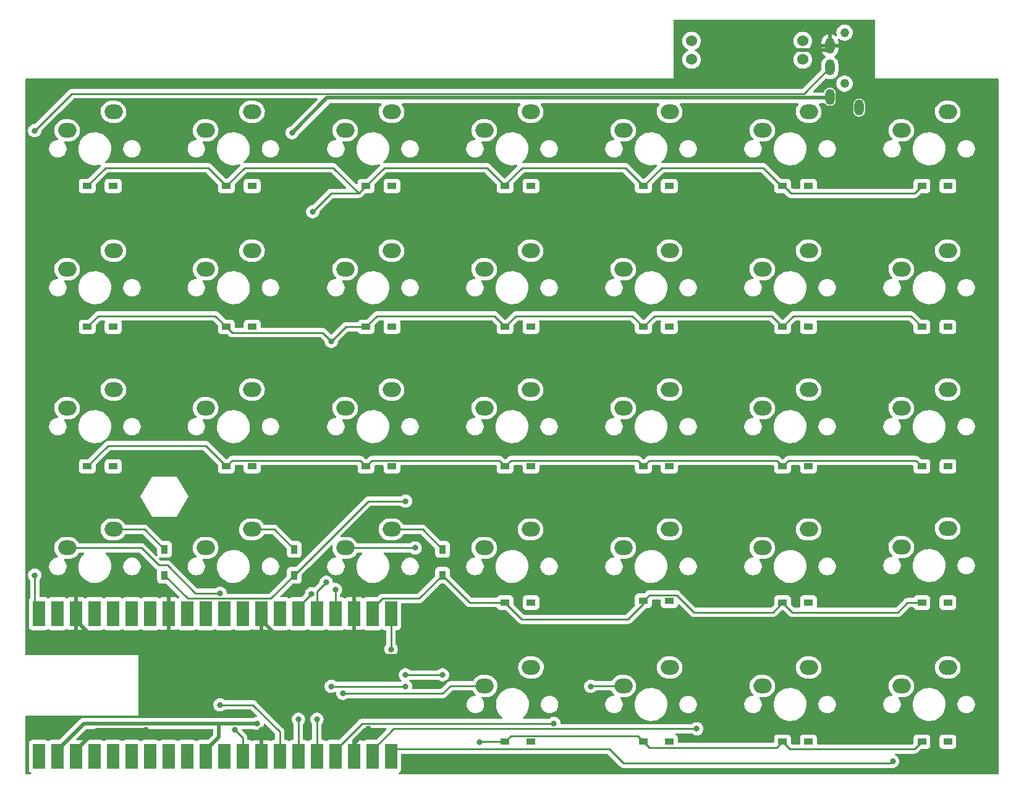
<source format=gbr>
%TF.GenerationSoftware,KiCad,Pcbnew,(7.0.0-0)*%
%TF.CreationDate,2023-03-19T23:48:32+09:00*%
%TF.ProjectId,11111_pcb,31313131-315f-4706-9362-2e6b69636164,rev?*%
%TF.SameCoordinates,Original*%
%TF.FileFunction,Copper,L2,Bot*%
%TF.FilePolarity,Positive*%
%FSLAX46Y46*%
G04 Gerber Fmt 4.6, Leading zero omitted, Abs format (unit mm)*
G04 Created by KiCad (PCBNEW (7.0.0-0)) date 2023-03-19 23:48:32*
%MOMM*%
%LPD*%
G01*
G04 APERTURE LIST*
%TA.AperFunction,ComponentPad*%
%ADD10O,2.500000X2.000000*%
%TD*%
%TA.AperFunction,SMDPad,CuDef*%
%ADD11R,1.300000X0.950000*%
%TD*%
%TA.AperFunction,SMDPad,CuDef*%
%ADD12R,0.950000X1.300000*%
%TD*%
%TA.AperFunction,WasherPad*%
%ADD13C,1.210000*%
%TD*%
%TA.AperFunction,ComponentPad*%
%ADD14O,1.300000X2.200000*%
%TD*%
%TA.AperFunction,ComponentPad*%
%ADD15C,1.524000*%
%TD*%
%TA.AperFunction,SMDPad,CuDef*%
%ADD16R,1.700000X3.500000*%
%TD*%
%TA.AperFunction,ViaPad*%
%ADD17C,0.800000*%
%TD*%
%TA.AperFunction,Conductor*%
%ADD18C,0.250000*%
%TD*%
%TA.AperFunction,Conductor*%
%ADD19C,0.500000*%
%TD*%
G04 APERTURE END LIST*
D10*
%TO.P,SW46,1,1*%
%TO.N,Col3*%
X92074999Y-92769999D03*
%TO.P,SW46,2,2*%
%TO.N,Net-(D46-A)*%
X98424999Y-90229999D03*
%TD*%
D11*
%TO.P,D33,1,K*%
%TO.N,Row2*%
X113879999Y-81589999D03*
%TO.P,D33,2,A*%
%TO.N,Net-(D33-A)*%
X117429999Y-81589999D03*
%TD*%
D12*
%TO.P,D43,1,K*%
%TO.N,Row3*%
X48264999Y-96519999D03*
%TO.P,D43,2,A*%
%TO.N,Net-(D43-A)*%
X48264999Y-92969999D03*
%TD*%
D11*
%TO.P,D60,1,K*%
%TO.N,Row4*%
X152024999Y-119339999D03*
%TO.P,D60,2,A*%
%TO.N,Net-(D60-A)*%
X155574999Y-119339999D03*
%TD*%
%TO.P,D18,1,K*%
%TO.N,Row1*%
X94939999Y-62459999D03*
%TO.P,D18,2,A*%
%TO.N,Net-(D18-A)*%
X98489999Y-62459999D03*
%TD*%
%TO.P,D16,1,K*%
%TO.N,Row1*%
X56739999Y-62459999D03*
%TO.P,D16,2,A*%
%TO.N,Net-(D16-A)*%
X60289999Y-62459999D03*
%TD*%
%TO.P,D6,1,K*%
%TO.N,Row0*%
X132949999Y-43139999D03*
%TO.P,D6,2,A*%
%TO.N,Net-(D6-A)*%
X136499999Y-43139999D03*
%TD*%
%TO.P,D17,1,K*%
%TO.N,Row1*%
X75889999Y-62459999D03*
%TO.P,D17,2,A*%
%TO.N,Net-(D17-A)*%
X79439999Y-62459999D03*
%TD*%
D13*
%TO.P,J1,*%
%TO.N,*%
X141440000Y-22100000D03*
X141440000Y-29100000D03*
D14*
%TO.P,J1,A*%
%TO.N,unconnected-(J1-PadA)*%
X143439999Y-32399999D03*
%TO.P,J1,B*%
%TO.N,GND*%
X139439999Y-23899999D03*
%TO.P,J1,C*%
%TO.N,DataLeft*%
X139439999Y-26899999D03*
%TO.P,J1,D*%
%TO.N,VCC*%
X139439999Y-30899999D03*
%TD*%
D11*
%TO.P,D21,1,K*%
%TO.N,Row1*%
X152024999Y-62459999D03*
%TO.P,D21,2,A*%
%TO.N,Net-(D21-A)*%
X155574999Y-62459999D03*
%TD*%
D15*
%TO.P,REF\u002A\u002A,a*%
%TO.N,N/C*%
X120480000Y-23260000D03*
%TO.P,REF\u002A\u002A,b*%
X120480000Y-25800000D03*
%TO.P,REF\u002A\u002A,c*%
X135720000Y-23260000D03*
%TO.P,REF\u002A\u002A,d*%
X135720000Y-25800000D03*
%TD*%
D10*
%TO.P,SW34,1,1*%
%TO.N,Col5*%
X130174999Y-73599999D03*
%TO.P,SW34,2,2*%
%TO.N,Net-(D34-A)*%
X136524999Y-71059999D03*
%TD*%
%TO.P,SW15,1,1*%
%TO.N,Col0*%
X34924999Y-54549999D03*
%TO.P,SW15,2,2*%
%TO.N,Net-(D15-A)*%
X41274999Y-52009999D03*
%TD*%
%TO.P,SW45,1,1*%
%TO.N,Col2*%
X73024999Y-92769999D03*
%TO.P,SW45,2,2*%
%TO.N,Net-(D45-A)*%
X79374999Y-90229999D03*
%TD*%
%TO.P,SW57,1,1*%
%TO.N,Col3*%
X92134999Y-111699999D03*
%TO.P,SW57,2,2*%
%TO.N,Net-(D57-A)*%
X98484999Y-109159999D03*
%TD*%
%TO.P,SW1,1,1*%
%TO.N,Col0*%
X34924999Y-35499999D03*
%TO.P,SW1,2,2*%
%TO.N,Net-(D1-A)*%
X41274999Y-32959999D03*
%TD*%
%TO.P,SW58,1,1*%
%TO.N,Col4*%
X111124999Y-111699999D03*
%TO.P,SW58,2,2*%
%TO.N,Net-(D58-A)*%
X117474999Y-109159999D03*
%TD*%
%TO.P,SW16,1,1*%
%TO.N,Col1*%
X53904999Y-54549999D03*
%TO.P,SW16,2,2*%
%TO.N,Net-(D16-A)*%
X60254999Y-52009999D03*
%TD*%
D11*
%TO.P,D58,1,K*%
%TO.N,Row4*%
X113879999Y-119339999D03*
%TO.P,D58,2,A*%
%TO.N,Net-(D58-A)*%
X117429999Y-119339999D03*
%TD*%
%TO.P,D32,1,K*%
%TO.N,Row2*%
X94939999Y-81589999D03*
%TO.P,D32,2,A*%
%TO.N,Net-(D32-A)*%
X98489999Y-81589999D03*
%TD*%
D10*
%TO.P,SW19,1,1*%
%TO.N,Col4*%
X111124999Y-54549999D03*
%TO.P,SW19,2,2*%
%TO.N,Net-(D19-A)*%
X117474999Y-52009999D03*
%TD*%
D11*
%TO.P,D35,1,K*%
%TO.N,Row2*%
X152024999Y-81589999D03*
%TO.P,D35,2,A*%
%TO.N,Net-(D35-A)*%
X155574999Y-81589999D03*
%TD*%
%TO.P,D46,1,K*%
%TO.N,Row3*%
X94939999Y-100269999D03*
%TO.P,D46,2,A*%
%TO.N,Net-(D46-A)*%
X98489999Y-100269999D03*
%TD*%
%TO.P,D34,1,K*%
%TO.N,Row2*%
X132949999Y-81589999D03*
%TO.P,D34,2,A*%
%TO.N,Net-(D34-A)*%
X136499999Y-81589999D03*
%TD*%
D10*
%TO.P,SW43,1,1*%
%TO.N,Col0*%
X34924999Y-92769999D03*
%TO.P,SW43,2,2*%
%TO.N,Net-(D43-A)*%
X41274999Y-90229999D03*
%TD*%
%TO.P,SW47,1,1*%
%TO.N,Col4*%
X111124999Y-92769999D03*
%TO.P,SW47,2,2*%
%TO.N,Net-(D47-A)*%
X117474999Y-90229999D03*
%TD*%
D11*
%TO.P,D2,1,K*%
%TO.N,Row0*%
X56739999Y-43139999D03*
%TO.P,D2,2,A*%
%TO.N,Net-(D2-A)*%
X60289999Y-43139999D03*
%TD*%
D10*
%TO.P,SW35,1,1*%
%TO.N,Col6*%
X149224999Y-73599999D03*
%TO.P,SW35,2,2*%
%TO.N,Net-(D35-A)*%
X155574999Y-71059999D03*
%TD*%
D11*
%TO.P,D31,1,K*%
%TO.N,Row2*%
X75889999Y-81589999D03*
%TO.P,D31,2,A*%
%TO.N,Net-(D31-A)*%
X79439999Y-81589999D03*
%TD*%
D10*
%TO.P,SW30,1,1*%
%TO.N,Col1*%
X53904999Y-73599999D03*
%TO.P,SW30,2,2*%
%TO.N,Net-(D30-A)*%
X60254999Y-71059999D03*
%TD*%
D11*
%TO.P,D59,1,K*%
%TO.N,Row4*%
X132949999Y-119339999D03*
%TO.P,D59,2,A*%
%TO.N,Net-(D59-A)*%
X136499999Y-119339999D03*
%TD*%
D10*
%TO.P,SW33,1,1*%
%TO.N,Col4*%
X111124999Y-73599999D03*
%TO.P,SW33,2,2*%
%TO.N,Net-(D33-A)*%
X117474999Y-71059999D03*
%TD*%
D11*
%TO.P,D5,1,K*%
%TO.N,Row0*%
X113879999Y-43139999D03*
%TO.P,D5,2,A*%
%TO.N,Net-(D5-A)*%
X117429999Y-43139999D03*
%TD*%
%TO.P,D4,1,K*%
%TO.N,Row0*%
X94939999Y-43139999D03*
%TO.P,D4,2,A*%
%TO.N,Net-(D4-A)*%
X98489999Y-43139999D03*
%TD*%
%TO.P,D7,1,K*%
%TO.N,Row0*%
X152024999Y-43139999D03*
%TO.P,D7,2,A*%
%TO.N,Net-(D7-A)*%
X155574999Y-43139999D03*
%TD*%
D10*
%TO.P,SW6,1,1*%
%TO.N,Col5*%
X130174999Y-35499999D03*
%TO.P,SW6,2,2*%
%TO.N,Net-(D6-A)*%
X136524999Y-32959999D03*
%TD*%
%TO.P,SW44,1,1*%
%TO.N,Col1*%
X53904999Y-92769999D03*
%TO.P,SW44,2,2*%
%TO.N,Net-(D44-A)*%
X60254999Y-90229999D03*
%TD*%
D11*
%TO.P,D57,1,K*%
%TO.N,Row4*%
X94939999Y-119339999D03*
%TO.P,D57,2,A*%
%TO.N,Net-(D57-A)*%
X98489999Y-119339999D03*
%TD*%
D12*
%TO.P,D44,1,K*%
%TO.N,Row3*%
X66039999Y-96519999D03*
%TO.P,D44,2,A*%
%TO.N,Net-(D44-A)*%
X66039999Y-92969999D03*
%TD*%
D11*
%TO.P,D20,1,K*%
%TO.N,Row1*%
X132949999Y-62459999D03*
%TO.P,D20,2,A*%
%TO.N,Net-(D20-A)*%
X136499999Y-62459999D03*
%TD*%
D10*
%TO.P,SW49,1,1*%
%TO.N,Col6*%
X149224999Y-92649999D03*
%TO.P,SW49,2,2*%
%TO.N,Net-(D49-A)*%
X155574999Y-90109999D03*
%TD*%
%TO.P,SW21,1,1*%
%TO.N,Col6*%
X149224999Y-54549999D03*
%TO.P,SW21,2,2*%
%TO.N,Net-(D21-A)*%
X155574999Y-52009999D03*
%TD*%
D11*
%TO.P,D30,1,K*%
%TO.N,Row2*%
X56739999Y-81589999D03*
%TO.P,D30,2,A*%
%TO.N,Net-(D30-A)*%
X60289999Y-81589999D03*
%TD*%
%TO.P,D49,1,K*%
%TO.N,Row3*%
X152024999Y-100269999D03*
%TO.P,D49,2,A*%
%TO.N,Net-(D49-A)*%
X155574999Y-100269999D03*
%TD*%
D10*
%TO.P,SW29,1,1*%
%TO.N,Col0*%
X34924999Y-73599999D03*
%TO.P,SW29,2,2*%
%TO.N,Net-(D29-A)*%
X41274999Y-71059999D03*
%TD*%
%TO.P,SW4,1,1*%
%TO.N,Col3*%
X92074999Y-35499999D03*
%TO.P,SW4,2,2*%
%TO.N,Net-(D4-A)*%
X98424999Y-32959999D03*
%TD*%
D12*
%TO.P,D45,1,K*%
%TO.N,Row3*%
X86359999Y-96519999D03*
%TO.P,D45,2,A*%
%TO.N,Net-(D45-A)*%
X86359999Y-92969999D03*
%TD*%
D11*
%TO.P,D19,1,K*%
%TO.N,Row1*%
X113879999Y-62459999D03*
%TO.P,D19,2,A*%
%TO.N,Net-(D19-A)*%
X117429999Y-62459999D03*
%TD*%
D10*
%TO.P,SW59,1,1*%
%TO.N,Col5*%
X130174999Y-111699999D03*
%TO.P,SW59,2,2*%
%TO.N,Net-(D59-A)*%
X136524999Y-109159999D03*
%TD*%
%TO.P,SW20,1,1*%
%TO.N,Col5*%
X130174999Y-54549999D03*
%TO.P,SW20,2,2*%
%TO.N,Net-(D20-A)*%
X136524999Y-52009999D03*
%TD*%
%TO.P,SW32,1,1*%
%TO.N,Col3*%
X92074999Y-73599999D03*
%TO.P,SW32,2,2*%
%TO.N,Net-(D32-A)*%
X98424999Y-71059999D03*
%TD*%
%TO.P,SW2,1,1*%
%TO.N,Col1*%
X53904999Y-35499999D03*
%TO.P,SW2,2,2*%
%TO.N,Net-(D2-A)*%
X60254999Y-32959999D03*
%TD*%
%TO.P,SW3,1,1*%
%TO.N,Col2*%
X73024999Y-35499999D03*
%TO.P,SW3,2,2*%
%TO.N,Net-(D3-A)*%
X79374999Y-32959999D03*
%TD*%
%TO.P,SW7,1,1*%
%TO.N,Col6*%
X149224999Y-35499999D03*
%TO.P,SW7,2,2*%
%TO.N,Net-(D7-A)*%
X155574999Y-32959999D03*
%TD*%
%TO.P,SW17,1,1*%
%TO.N,Col2*%
X73024999Y-54549999D03*
%TO.P,SW17,2,2*%
%TO.N,Net-(D17-A)*%
X79374999Y-52009999D03*
%TD*%
D11*
%TO.P,D3,1,K*%
%TO.N,Row0*%
X75889999Y-43139999D03*
%TO.P,D3,2,A*%
%TO.N,Net-(D3-A)*%
X79439999Y-43139999D03*
%TD*%
D10*
%TO.P,SW48,1,1*%
%TO.N,Col5*%
X130174999Y-92769999D03*
%TO.P,SW48,2,2*%
%TO.N,Net-(D48-A)*%
X136524999Y-90229999D03*
%TD*%
D11*
%TO.P,D48,1,K*%
%TO.N,Row3*%
X132949999Y-100269999D03*
%TO.P,D48,2,A*%
%TO.N,Net-(D48-A)*%
X136499999Y-100269999D03*
%TD*%
D10*
%TO.P,SW60,1,1*%
%TO.N,Col6*%
X149224999Y-111699999D03*
%TO.P,SW60,2,2*%
%TO.N,Net-(D60-A)*%
X155574999Y-109159999D03*
%TD*%
%TO.P,SW18,1,1*%
%TO.N,Col3*%
X92074999Y-54549999D03*
%TO.P,SW18,2,2*%
%TO.N,Net-(D18-A)*%
X98424999Y-52009999D03*
%TD*%
D11*
%TO.P,D47,1,K*%
%TO.N,Row3*%
X113879999Y-100019999D03*
%TO.P,D47,2,A*%
%TO.N,Net-(D47-A)*%
X117429999Y-100019999D03*
%TD*%
%TO.P,D29,1,K*%
%TO.N,Row2*%
X37689999Y-81589999D03*
%TO.P,D29,2,A*%
%TO.N,Net-(D29-A)*%
X41239999Y-81589999D03*
%TD*%
D10*
%TO.P,SW31,1,1*%
%TO.N,Col2*%
X73024999Y-73599999D03*
%TO.P,SW31,2,2*%
%TO.N,Net-(D31-A)*%
X79374999Y-71059999D03*
%TD*%
D11*
%TO.P,D15,1,K*%
%TO.N,Row1*%
X37689999Y-62459999D03*
%TO.P,D15,2,A*%
%TO.N,Net-(D15-A)*%
X41239999Y-62459999D03*
%TD*%
%TO.P,D1,1,K*%
%TO.N,Row0*%
X37689999Y-43139999D03*
%TO.P,D1,2,A*%
%TO.N,Net-(D1-A)*%
X41239999Y-43139999D03*
%TD*%
D10*
%TO.P,SW5,1,1*%
%TO.N,Col4*%
X111124999Y-35499999D03*
%TO.P,SW5,2,2*%
%TO.N,Net-(D5-A)*%
X117474999Y-32959999D03*
%TD*%
D16*
%TO.P,U1,1,GPIO0*%
%TO.N,DataLeft*%
X31049999Y-101784999D03*
%TO.P,U1,2,GPIO1*%
%TO.N,unconnected-(U1-GPIO1-Pad2)*%
X33589999Y-101784999D03*
%TO.P,U1,3,GND*%
%TO.N,GND*%
X36129999Y-101784999D03*
%TO.P,U1,4,GPIO2*%
%TO.N,unconnected-(U1-GPIO2-Pad4)*%
X38669999Y-101784999D03*
%TO.P,U1,5,GPIO3*%
%TO.N,unconnected-(U1-GPIO3-Pad5)*%
X41209999Y-101784999D03*
%TO.P,U1,6,GPIO4*%
%TO.N,unconnected-(U1-GPIO4-Pad6)*%
X43749999Y-101784999D03*
%TO.P,U1,7,GPIO5*%
%TO.N,unconnected-(U1-GPIO5-Pad7)*%
X46289999Y-101784999D03*
%TO.P,U1,8,GND*%
%TO.N,GND*%
X48829999Y-101784999D03*
%TO.P,U1,9,GPIO6*%
%TO.N,unconnected-(U1-GPIO6-Pad9)*%
X51369999Y-101784999D03*
%TO.P,U1,10,GPIO7*%
%TO.N,unconnected-(U1-GPIO7-Pad10)*%
X53909999Y-101784999D03*
%TO.P,U1,11,GPIO8*%
%TO.N,unconnected-(U1-GPIO8-Pad11)*%
X56449999Y-101784999D03*
%TO.P,U1,12,GPIO9*%
%TO.N,unconnected-(U1-GPIO9-Pad12)*%
X58989999Y-101784999D03*
%TO.P,U1,13,GND*%
%TO.N,GND*%
X61529999Y-101784999D03*
%TO.P,U1,14,GPIO10*%
%TO.N,unconnected-(U1-GPIO10-Pad14)*%
X64069999Y-101784999D03*
%TO.P,U1,15,GPIO11*%
%TO.N,Row0*%
X66609999Y-101784999D03*
%TO.P,U1,16,GPIO12*%
%TO.N,Row1*%
X69149999Y-101784999D03*
%TO.P,U1,17,GPIO13*%
%TO.N,Row2*%
X71689999Y-101784999D03*
%TO.P,U1,18,GND*%
%TO.N,GND*%
X74229999Y-101784999D03*
%TO.P,U1,19,GPIO14*%
%TO.N,Row3*%
X76769999Y-101784999D03*
%TO.P,U1,20,GPIO15*%
%TO.N,Row4*%
X79309999Y-101784999D03*
%TO.P,U1,21,GPIO16*%
%TO.N,Col6*%
X79309999Y-121364999D03*
%TO.P,U1,22,GPIO17*%
%TO.N,Col5*%
X76769999Y-121364999D03*
%TO.P,U1,23,GND*%
%TO.N,GND*%
X74229999Y-121364999D03*
%TO.P,U1,24,GPIO18*%
%TO.N,Col4*%
X71689999Y-121364999D03*
%TO.P,U1,25,GPIO19*%
%TO.N,Col3*%
X69149999Y-121364999D03*
%TO.P,U1,26,GPIO20*%
%TO.N,Col2*%
X66609999Y-121364999D03*
%TO.P,U1,27,GPIO21*%
%TO.N,Col1*%
X64069999Y-121364999D03*
%TO.P,U1,28,GND*%
%TO.N,GND*%
X61529999Y-121364999D03*
%TO.P,U1,29,GPIO22*%
%TO.N,Col0*%
X58989999Y-121364999D03*
%TO.P,U1,30,RUN*%
%TO.N,unconnected-(U1-RUN-Pad30)*%
X56449999Y-121364999D03*
%TO.P,U1,31,GPIO26_ADC0*%
%TO.N,VCC*%
X53909999Y-121364999D03*
%TO.P,U1,32,GPIO27_ADC1*%
%TO.N,unconnected-(U1-GPIO27_ADC1-Pad32)*%
X51369999Y-121364999D03*
%TO.P,U1,33,AGND*%
%TO.N,unconnected-(U1-AGND-Pad33)*%
X48829999Y-121364999D03*
%TO.P,U1,34,GPIO28_ADC2*%
%TO.N,unconnected-(U1-GPIO28_ADC2-Pad34)*%
X46289999Y-121364999D03*
%TO.P,U1,35,ADC_VREF*%
%TO.N,unconnected-(U1-ADC_VREF-Pad35)*%
X43749999Y-121364999D03*
%TO.P,U1,36,3V3*%
%TO.N,unconnected-(U1-3V3-Pad36)*%
X41209999Y-121364999D03*
%TO.P,U1,37,3V3_EN*%
%TO.N,unconnected-(U1-3V3_EN-Pad37)*%
X38669999Y-121364999D03*
%TO.P,U1,38,GND*%
%TO.N,GND*%
X36129999Y-121364999D03*
%TO.P,U1,39,VSYS*%
%TO.N,VCC*%
X33589999Y-121364999D03*
%TO.P,U1,40,VBUS*%
%TO.N,unconnected-(U1-VBUS-Pad40)*%
X31049999Y-121364999D03*
%TD*%
D17*
%TO.N,Row0*%
X68425500Y-99060000D03*
X68580000Y-46680000D03*
%TO.N,Net-(D1-A)*%
X41240000Y-43140000D03*
%TO.N,Net-(D2-A)*%
X60290000Y-43140000D03*
%TO.N,Net-(D3-A)*%
X79440000Y-43140000D03*
%TO.N,Net-(D4-A)*%
X98490000Y-43140000D03*
%TO.N,Net-(D5-A)*%
X117430000Y-43140000D03*
%TO.N,Net-(D6-A)*%
X136500000Y-43140000D03*
%TO.N,Net-(D7-A)*%
X155575000Y-43140000D03*
%TO.N,Row1*%
X71120000Y-64460000D03*
X70430000Y-97479195D03*
%TO.N,Net-(D15-A)*%
X41240000Y-62460000D03*
%TO.N,Net-(D16-A)*%
X60290000Y-62460000D03*
%TO.N,Net-(D17-A)*%
X79440000Y-62460000D03*
%TO.N,Net-(D18-A)*%
X98490000Y-62460000D03*
%TO.N,Net-(D19-A)*%
X117430000Y-62460000D03*
%TO.N,Net-(D20-A)*%
X136500000Y-62460000D03*
%TO.N,Net-(D21-A)*%
X155575000Y-62460000D03*
%TO.N,Row2*%
X71690000Y-98490000D03*
X75890000Y-81590000D03*
%TO.N,Net-(D29-A)*%
X41240000Y-81590000D03*
%TO.N,Net-(D30-A)*%
X60290000Y-81590000D03*
%TO.N,Net-(D31-A)*%
X79440000Y-81590000D03*
%TO.N,Net-(D32-A)*%
X98490000Y-81590000D03*
%TO.N,Net-(D33-A)*%
X117430000Y-81590000D03*
%TO.N,Net-(D34-A)*%
X136500000Y-81590000D03*
%TO.N,Net-(D35-A)*%
X155575000Y-81590000D03*
%TO.N,Row3*%
X86360000Y-96520000D03*
X81280000Y-86360000D03*
%TO.N,Net-(D46-A)*%
X98490000Y-100270000D03*
%TO.N,Net-(D47-A)*%
X117430000Y-100020000D03*
%TO.N,Net-(D48-A)*%
X136500000Y-100270000D03*
%TO.N,Net-(D49-A)*%
X155575000Y-100270000D03*
%TO.N,Row4*%
X91440000Y-119380000D03*
X86360000Y-110180000D03*
X81280000Y-110180000D03*
X79310000Y-106680000D03*
%TO.N,Net-(D57-A)*%
X98490000Y-119340000D03*
%TO.N,Net-(D58-A)*%
X117430000Y-119340000D03*
%TO.N,Net-(D59-A)*%
X136500000Y-119340000D03*
%TO.N,Net-(D60-A)*%
X155575000Y-119340000D03*
%TO.N,DataLeft*%
X30480000Y-96520000D03*
X30480000Y-35560000D03*
%TO.N,GND*%
X47435000Y-106680000D03*
X116840000Y-106680000D03*
X127522000Y-24472000D03*
X61530000Y-117683510D03*
X45720000Y-117689500D03*
X77050000Y-107530000D03*
X76200000Y-117564500D03*
%TO.N,VCC*%
X60960000Y-116840000D03*
X65760000Y-35840000D03*
%TO.N,Col0*%
X57869500Y-117689500D03*
X55880000Y-98985500D03*
%TO.N,Col1*%
X55880000Y-114300000D03*
%TO.N,Col2*%
X81280000Y-111760000D03*
X71120000Y-111760000D03*
X82610000Y-92770000D03*
X66610000Y-116270000D03*
%TO.N,Col3*%
X69150000Y-116270000D03*
X72700000Y-112720000D03*
%TO.N,Col4*%
X106680000Y-111760000D03*
X101600000Y-116840000D03*
%TO.N,Col5*%
X121195000Y-117565000D03*
%TO.N,Col6*%
X148039500Y-122030500D03*
%TD*%
D18*
%TO.N,Row0*%
X132950000Y-43270000D02*
X132950000Y-43140000D01*
X40190000Y-40640000D02*
X54240000Y-40640000D01*
X132950000Y-43140000D02*
X133080000Y-43140000D01*
X97270000Y-40640000D02*
X111380000Y-40640000D01*
X54240000Y-40640000D02*
X56740000Y-43140000D01*
X78390000Y-40640000D02*
X92440000Y-40640000D01*
X66610000Y-100875500D02*
X66610000Y-102685000D01*
X59240000Y-40640000D02*
X71390000Y-40640000D01*
X151025000Y-44140000D02*
X152025000Y-43140000D01*
X68580000Y-46680000D02*
X71120000Y-44140000D01*
X68425500Y-99060000D02*
X66610000Y-100875500D01*
X92440000Y-40640000D02*
X94940000Y-43140000D01*
X75890000Y-43140000D02*
X78390000Y-40640000D01*
X113880000Y-43140000D02*
X116380000Y-40640000D01*
X130320000Y-40640000D02*
X132950000Y-43270000D01*
X116380000Y-40640000D02*
X130320000Y-40640000D01*
X37690000Y-43140000D02*
X40190000Y-40640000D01*
X56740000Y-43140000D02*
X59240000Y-40640000D01*
X74890000Y-44140000D02*
X75890000Y-43140000D01*
X133080000Y-43140000D02*
X134080000Y-44140000D01*
X111380000Y-40640000D02*
X113880000Y-43140000D01*
X71120000Y-44140000D02*
X74890000Y-44140000D01*
X94940000Y-42970000D02*
X97270000Y-40640000D01*
X71390000Y-40640000D02*
X74890000Y-44140000D01*
X94940000Y-43140000D02*
X94940000Y-42970000D01*
X134080000Y-44140000D02*
X151025000Y-44140000D01*
%TO.N,Row1*%
X113880000Y-62460000D02*
X112380000Y-60960000D01*
X115380000Y-60960000D02*
X113880000Y-62460000D01*
X39190000Y-60960000D02*
X37690000Y-62460000D01*
X112380000Y-60960000D02*
X96440000Y-60960000D01*
X152025000Y-62460000D02*
X150525000Y-60960000D01*
X71120000Y-64460000D02*
X73120000Y-62460000D01*
X71120000Y-64460000D02*
X69920000Y-63260000D01*
X73120000Y-62460000D02*
X75890000Y-62460000D01*
X131450000Y-60960000D02*
X115380000Y-60960000D01*
X69150000Y-98759195D02*
X69150000Y-102685000D01*
X134450000Y-60960000D02*
X132950000Y-62460000D01*
X96440000Y-60960000D02*
X94940000Y-62460000D01*
X70430000Y-97479195D02*
X69150000Y-98759195D01*
X56740000Y-62460000D02*
X55240000Y-60960000D01*
X55240000Y-60960000D02*
X39190000Y-60960000D01*
X57540000Y-63260000D02*
X56740000Y-62460000D01*
X93440000Y-60960000D02*
X77390000Y-60960000D01*
X150525000Y-60960000D02*
X134450000Y-60960000D01*
X69920000Y-63260000D02*
X57540000Y-63260000D01*
X94940000Y-62460000D02*
X93440000Y-60960000D01*
X77390000Y-60960000D02*
X75890000Y-62460000D01*
X132950000Y-62460000D02*
X131450000Y-60960000D01*
%TO.N,Row2*%
X37690000Y-81590000D02*
X40540000Y-78740000D01*
X57540000Y-80790000D02*
X75090000Y-80790000D01*
X75890000Y-81590000D02*
X76690000Y-80790000D01*
X113880000Y-81590000D02*
X113080000Y-80790000D01*
X132950000Y-81590000D02*
X132150000Y-80790000D01*
X151225000Y-80790000D02*
X133750000Y-80790000D01*
X113080000Y-80790000D02*
X95740000Y-80790000D01*
X56740000Y-81590000D02*
X57540000Y-80790000D01*
X132150000Y-80790000D02*
X114680000Y-80790000D01*
X76690000Y-80790000D02*
X94140000Y-80790000D01*
X94140000Y-80790000D02*
X94940000Y-81590000D01*
X114680000Y-80790000D02*
X113880000Y-81590000D01*
X40540000Y-78740000D02*
X53890000Y-78740000D01*
X71690000Y-98490000D02*
X71690000Y-102685000D01*
X152025000Y-81590000D02*
X151225000Y-80790000D01*
X133750000Y-80790000D02*
X132950000Y-81590000D01*
X53890000Y-78740000D02*
X56740000Y-81590000D01*
X95740000Y-80790000D02*
X94940000Y-81590000D01*
X75090000Y-80790000D02*
X75890000Y-81590000D01*
%TO.N,Row3*%
X118405000Y-99220000D02*
X114680000Y-99220000D01*
X51455000Y-99710000D02*
X48265000Y-96520000D01*
X97230000Y-102560000D02*
X111760000Y-102560000D01*
X66040000Y-96520000D02*
X62850000Y-99710000D01*
X81280000Y-86360000D02*
X76200000Y-86360000D01*
X113880000Y-100440000D02*
X113880000Y-100020000D01*
X150051243Y-100270000D02*
X148721243Y-101600000D01*
X111760000Y-102560000D02*
X113880000Y-100440000D01*
X78135000Y-99710000D02*
X76770000Y-101075000D01*
X132950000Y-100270000D02*
X131620000Y-101600000D01*
X131620000Y-101600000D02*
X120785000Y-101600000D01*
X86360000Y-96520000D02*
X83170000Y-99710000D01*
X86360000Y-96520000D02*
X90110000Y-100270000D01*
X62850000Y-99710000D02*
X51455000Y-99710000D01*
X90110000Y-100270000D02*
X94940000Y-100270000D01*
X94940000Y-100270000D02*
X97230000Y-102560000D01*
X148721243Y-101600000D02*
X134280000Y-101600000D01*
X120785000Y-101600000D02*
X118405000Y-99220000D01*
X83170000Y-99710000D02*
X78135000Y-99710000D01*
X76200000Y-86360000D02*
X66040000Y-96520000D01*
X114680000Y-99220000D02*
X113880000Y-100020000D01*
X152025000Y-100270000D02*
X150051243Y-100270000D01*
X76770000Y-101075000D02*
X76770000Y-102685000D01*
X134280000Y-101600000D02*
X132950000Y-100270000D01*
%TO.N,Net-(D43-A)*%
X41275000Y-90230000D02*
X45525000Y-90230000D01*
X45525000Y-90230000D02*
X48265000Y-92970000D01*
%TO.N,Net-(D44-A)*%
X60255000Y-90230000D02*
X63300000Y-90230000D01*
X63300000Y-90230000D02*
X66040000Y-92970000D01*
%TO.N,Net-(D45-A)*%
X79375000Y-90230000D02*
X83620000Y-90230000D01*
X83620000Y-90230000D02*
X86360000Y-92970000D01*
%TO.N,Row4*%
X114680000Y-120140000D02*
X113880000Y-119340000D01*
X79310000Y-106680000D02*
X79310000Y-102685000D01*
X133950000Y-120340000D02*
X132950000Y-119340000D01*
X152025000Y-119340000D02*
X151025000Y-120340000D01*
X95740000Y-118540000D02*
X94940000Y-119340000D01*
X91480000Y-119340000D02*
X94940000Y-119340000D01*
X132150000Y-120140000D02*
X114680000Y-120140000D01*
X132950000Y-119340000D02*
X132150000Y-120140000D01*
X113080000Y-118540000D02*
X95740000Y-118540000D01*
X86360000Y-110180000D02*
X81280000Y-110180000D01*
X151025000Y-120340000D02*
X133950000Y-120340000D01*
X113880000Y-119340000D02*
X113080000Y-118540000D01*
X91440000Y-119380000D02*
X91480000Y-119340000D01*
%TO.N,DataLeft*%
X139440000Y-26900000D02*
X135860000Y-30480000D01*
X135860000Y-30480000D02*
X35560000Y-30480000D01*
X30480000Y-96520000D02*
X30480000Y-102115000D01*
X35560000Y-30480000D02*
X30480000Y-35560000D01*
X30480000Y-102115000D02*
X31050000Y-102685000D01*
D19*
%TO.N,GND*%
X85510000Y-107530000D02*
X86360000Y-106680000D01*
X86360000Y-106680000D02*
X116840000Y-106680000D01*
X61530000Y-102685000D02*
X63555000Y-104710000D01*
X61585000Y-106680000D02*
X63555000Y-104710000D01*
X77050000Y-107530000D02*
X74230000Y-104710000D01*
X48830000Y-105285000D02*
X50225000Y-106680000D01*
X74230000Y-104710000D02*
X74230000Y-102685000D01*
X127522000Y-24472000D02*
X138868000Y-24472000D01*
X50225000Y-106680000D02*
X61585000Y-106680000D01*
X47435000Y-106680000D02*
X48830000Y-105285000D01*
X74230000Y-119534500D02*
X74230000Y-120465000D01*
X40125000Y-106680000D02*
X36130000Y-102685000D01*
X138868000Y-24472000D02*
X139440000Y-23900000D01*
X76200000Y-117564500D02*
X74230000Y-119534500D01*
X63555000Y-104710000D02*
X74230000Y-104710000D01*
X38905500Y-117689500D02*
X36130000Y-120465000D01*
X61530000Y-117683510D02*
X61530000Y-120465000D01*
X77050000Y-107530000D02*
X85510000Y-107530000D01*
X45720000Y-117689500D02*
X38905500Y-117689500D01*
X47435000Y-106680000D02*
X40125000Y-106680000D01*
X48830000Y-105285000D02*
X48830000Y-102685000D01*
%TO.N,VCC*%
X53955000Y-120465000D02*
X53910000Y-120465000D01*
X60960000Y-116840000D02*
X55705402Y-116840000D01*
X139285000Y-31055000D02*
X139440000Y-30900000D01*
X37215000Y-116840000D02*
X55705402Y-116840000D01*
X55705402Y-118714598D02*
X53955000Y-120465000D01*
X33590000Y-120465000D02*
X37215000Y-116840000D01*
X65760000Y-35840000D02*
X70545000Y-31055000D01*
X55705402Y-116840000D02*
X55705402Y-118714598D01*
X70545000Y-31055000D02*
X139285000Y-31055000D01*
D18*
%TO.N,Col0*%
X34925000Y-92770000D02*
X45097666Y-92770000D01*
X45097666Y-92770000D02*
X47465000Y-95137334D01*
X57869500Y-117689500D02*
X58990000Y-118810000D01*
X48657334Y-95137334D02*
X52505500Y-98985500D01*
X52505500Y-98985500D02*
X55880000Y-98985500D01*
X58990000Y-120465000D02*
X58990000Y-118810000D01*
X47465000Y-95137334D02*
X48657334Y-95137334D01*
%TO.N,Col1*%
X60390000Y-114300000D02*
X64070000Y-117980000D01*
X64070000Y-117980000D02*
X64070000Y-119950000D01*
X55880000Y-114300000D02*
X60390000Y-114300000D01*
%TO.N,Col2*%
X82610000Y-92770000D02*
X73025000Y-92770000D01*
X66610000Y-120465000D02*
X66610000Y-116270000D01*
X81280000Y-111760000D02*
X71120000Y-111760000D01*
%TO.N,Col3*%
X69150000Y-120465000D02*
X69150000Y-116270000D01*
X87419503Y-111700000D02*
X92135000Y-111700000D01*
X72700000Y-112720000D02*
X86320497Y-112720000D01*
X86360000Y-112759503D02*
X87419503Y-111700000D01*
X86320497Y-112720000D02*
X86360000Y-112759503D01*
%TO.N,Col4*%
X75315000Y-116840000D02*
X71690000Y-120465000D01*
X106680000Y-111760000D02*
X106740000Y-111700000D01*
X106740000Y-111700000D02*
X111125000Y-111700000D01*
X101600000Y-116840000D02*
X75315000Y-116840000D01*
%TO.N,Col5*%
X121195000Y-117565000D02*
X79670000Y-117565000D01*
X79670000Y-117565000D02*
X76770000Y-120465000D01*
%TO.N,Col6*%
X79435000Y-120340000D02*
X109220000Y-120340000D01*
X111185000Y-122305000D02*
X147765000Y-122305000D01*
X79310000Y-120465000D02*
X79435000Y-120340000D01*
X147765000Y-122305000D02*
X148039500Y-122030500D01*
X109220000Y-120340000D02*
X111185000Y-122305000D01*
%TD*%
%TA.AperFunction,Conductor*%
%TO.N,GND*%
G36*
X145537500Y-20337113D02*
G01*
X145582887Y-20382500D01*
X145599500Y-20444500D01*
X145599500Y-28399901D01*
X145599459Y-28400000D01*
X145599500Y-28400099D01*
X145599617Y-28400383D01*
X145600000Y-28400541D01*
X145600099Y-28400500D01*
X162436000Y-28400500D01*
X162498000Y-28417113D01*
X162543387Y-28462500D01*
X162560000Y-28524500D01*
X162560000Y-123675500D01*
X162543387Y-123737500D01*
X162498000Y-123782887D01*
X162436000Y-123799500D01*
X80461572Y-123799500D01*
X80399062Y-123782591D01*
X80353600Y-123736475D01*
X80337585Y-123673730D01*
X80355384Y-123611468D01*
X80400888Y-123567871D01*
X80406204Y-123565889D01*
X80523261Y-123478261D01*
X80610889Y-123361204D01*
X80661989Y-123224201D01*
X80668500Y-123163638D01*
X80668500Y-121097500D01*
X80685113Y-121035500D01*
X80730500Y-120990113D01*
X80792500Y-120973500D01*
X108906234Y-120973500D01*
X108953687Y-120982939D01*
X108993915Y-121009819D01*
X110681294Y-122697198D01*
X110688896Y-122705551D01*
X110693000Y-122712018D01*
X110698690Y-122717361D01*
X110742667Y-122758658D01*
X110745464Y-122761368D01*
X110765231Y-122781135D01*
X110768310Y-122783523D01*
X110768486Y-122783660D01*
X110777376Y-122791252D01*
X110809679Y-122821586D01*
X110827570Y-122831421D01*
X110843827Y-122842101D01*
X110853796Y-122849833D01*
X110859960Y-122854614D01*
X110867116Y-122857710D01*
X110867115Y-122857710D01*
X110900618Y-122872208D01*
X110911111Y-122877348D01*
X110949940Y-122898695D01*
X110969718Y-122903773D01*
X110988120Y-122910074D01*
X110997997Y-122914347D01*
X111006855Y-122918181D01*
X111050621Y-122925112D01*
X111062041Y-122927477D01*
X111104970Y-122938500D01*
X111125385Y-122938500D01*
X111144783Y-122940027D01*
X111164943Y-122943220D01*
X111203476Y-122939577D01*
X111209058Y-122939050D01*
X111220727Y-122938500D01*
X147686154Y-122938500D01*
X147697437Y-122939031D01*
X147704909Y-122940702D01*
X147773017Y-122938560D01*
X147776913Y-122938500D01*
X147800958Y-122938500D01*
X147804856Y-122938500D01*
X147808724Y-122938011D01*
X147808947Y-122937983D01*
X147820608Y-122937064D01*
X147864889Y-122935673D01*
X147872387Y-122933494D01*
X147875886Y-122932940D01*
X147921069Y-122934122D01*
X147944013Y-122939000D01*
X148128484Y-122939000D01*
X148134987Y-122939000D01*
X148321788Y-122899294D01*
X148496252Y-122821618D01*
X148650753Y-122709366D01*
X148778540Y-122567444D01*
X148874027Y-122402056D01*
X148933042Y-122220428D01*
X148953004Y-122030500D01*
X148933042Y-121840572D01*
X148874027Y-121658944D01*
X148778540Y-121493556D01*
X148650753Y-121351634D01*
X148645503Y-121347819D01*
X148645499Y-121347816D01*
X148501506Y-121243199D01*
X148501504Y-121243197D01*
X148496252Y-121239382D01*
X148490321Y-121236741D01*
X148490317Y-121236739D01*
X148432011Y-121210780D01*
X148380623Y-121168268D01*
X148358691Y-121105286D01*
X148372557Y-121040051D01*
X148418211Y-120991435D01*
X148482446Y-120973500D01*
X150946154Y-120973500D01*
X150957437Y-120974031D01*
X150964909Y-120975702D01*
X151033017Y-120973560D01*
X151036913Y-120973500D01*
X151060958Y-120973500D01*
X151064856Y-120973500D01*
X151068724Y-120973011D01*
X151068947Y-120972983D01*
X151080608Y-120972064D01*
X151124889Y-120970673D01*
X151144490Y-120964977D01*
X151163541Y-120961032D01*
X151183797Y-120958474D01*
X151217640Y-120945074D01*
X151224993Y-120942163D01*
X151236043Y-120938379D01*
X151278593Y-120926018D01*
X151296165Y-120915625D01*
X151313632Y-120907068D01*
X151332617Y-120899552D01*
X151368475Y-120873498D01*
X151378223Y-120867096D01*
X151416362Y-120844542D01*
X151430793Y-120830110D01*
X151445588Y-120817472D01*
X151462107Y-120805472D01*
X151490360Y-120771318D01*
X151498203Y-120762699D01*
X151901086Y-120359818D01*
X151941313Y-120332939D01*
X151988766Y-120323500D01*
X152720328Y-120323500D01*
X152723638Y-120323500D01*
X152784201Y-120316989D01*
X152921204Y-120265889D01*
X153038261Y-120178261D01*
X153125889Y-120061204D01*
X153176989Y-119924201D01*
X153183500Y-119863638D01*
X154416500Y-119863638D01*
X154416852Y-119866918D01*
X154416853Y-119866924D01*
X154418940Y-119886340D01*
X154423011Y-119924201D01*
X154425717Y-119931458D01*
X154425719Y-119931463D01*
X154471011Y-120052894D01*
X154474111Y-120061204D01*
X154561739Y-120178261D01*
X154678796Y-120265889D01*
X154815799Y-120316989D01*
X154876362Y-120323500D01*
X156270328Y-120323500D01*
X156273638Y-120323500D01*
X156334201Y-120316989D01*
X156471204Y-120265889D01*
X156588261Y-120178261D01*
X156675889Y-120061204D01*
X156726989Y-119924201D01*
X156733500Y-119863638D01*
X156733500Y-118816362D01*
X156726989Y-118755799D01*
X156675889Y-118618796D01*
X156588261Y-118501739D01*
X156580685Y-118496068D01*
X156478304Y-118419426D01*
X156478303Y-118419425D01*
X156471204Y-118414111D01*
X156462896Y-118411012D01*
X156462894Y-118411011D01*
X156341463Y-118365719D01*
X156341458Y-118365717D01*
X156334201Y-118363011D01*
X156326497Y-118362182D01*
X156326494Y-118362182D01*
X156276924Y-118356853D01*
X156276918Y-118356852D01*
X156273638Y-118356500D01*
X154876362Y-118356500D01*
X154873082Y-118356852D01*
X154873075Y-118356853D01*
X154823505Y-118362182D01*
X154823500Y-118362182D01*
X154815799Y-118363011D01*
X154808543Y-118365717D01*
X154808536Y-118365719D01*
X154687105Y-118411011D01*
X154687099Y-118411013D01*
X154678796Y-118414111D01*
X154671698Y-118419423D01*
X154671695Y-118419426D01*
X154568835Y-118496426D01*
X154568831Y-118496429D01*
X154561739Y-118501739D01*
X154556429Y-118508831D01*
X154556426Y-118508835D01*
X154479426Y-118611695D01*
X154479423Y-118611698D01*
X154474111Y-118618796D01*
X154471013Y-118627099D01*
X154471011Y-118627105D01*
X154425719Y-118748536D01*
X154425717Y-118748543D01*
X154423011Y-118755799D01*
X154422182Y-118763500D01*
X154422182Y-118763505D01*
X154417909Y-118803254D01*
X154416500Y-118816362D01*
X154416500Y-119863638D01*
X153183500Y-119863638D01*
X153183500Y-118816362D01*
X153176989Y-118755799D01*
X153125889Y-118618796D01*
X153038261Y-118501739D01*
X153030685Y-118496068D01*
X152928304Y-118419426D01*
X152928303Y-118419425D01*
X152921204Y-118414111D01*
X152912896Y-118411012D01*
X152912894Y-118411011D01*
X152791463Y-118365719D01*
X152791458Y-118365717D01*
X152784201Y-118363011D01*
X152776497Y-118362182D01*
X152776494Y-118362182D01*
X152726924Y-118356853D01*
X152726918Y-118356852D01*
X152723638Y-118356500D01*
X151326362Y-118356500D01*
X151323082Y-118356852D01*
X151323075Y-118356853D01*
X151273505Y-118362182D01*
X151273500Y-118362182D01*
X151265799Y-118363011D01*
X151258543Y-118365717D01*
X151258536Y-118365719D01*
X151137105Y-118411011D01*
X151137099Y-118411013D01*
X151128796Y-118414111D01*
X151121698Y-118419423D01*
X151121695Y-118419426D01*
X151018835Y-118496426D01*
X151018831Y-118496429D01*
X151011739Y-118501739D01*
X151006429Y-118508831D01*
X151006426Y-118508835D01*
X150929426Y-118611695D01*
X150929423Y-118611698D01*
X150924111Y-118618796D01*
X150921013Y-118627099D01*
X150921011Y-118627105D01*
X150875719Y-118748536D01*
X150875717Y-118748543D01*
X150873011Y-118755799D01*
X150872182Y-118763500D01*
X150872182Y-118763505D01*
X150867909Y-118803254D01*
X150866500Y-118816362D01*
X150866500Y-118819672D01*
X150866500Y-119551233D01*
X150857061Y-119598686D01*
X150830181Y-119638914D01*
X150798914Y-119670181D01*
X150758686Y-119697061D01*
X150711233Y-119706500D01*
X137782500Y-119706500D01*
X137720500Y-119689887D01*
X137675113Y-119644500D01*
X137658500Y-119582500D01*
X137658500Y-118819672D01*
X137658500Y-118816362D01*
X137651989Y-118755799D01*
X137600889Y-118618796D01*
X137513261Y-118501739D01*
X137505685Y-118496068D01*
X137403304Y-118419426D01*
X137403303Y-118419425D01*
X137396204Y-118414111D01*
X137387896Y-118411012D01*
X137387894Y-118411011D01*
X137266463Y-118365719D01*
X137266458Y-118365717D01*
X137259201Y-118363011D01*
X137251497Y-118362182D01*
X137251494Y-118362182D01*
X137201924Y-118356853D01*
X137201918Y-118356852D01*
X137198638Y-118356500D01*
X135801362Y-118356500D01*
X135798082Y-118356852D01*
X135798075Y-118356853D01*
X135748505Y-118362182D01*
X135748500Y-118362182D01*
X135740799Y-118363011D01*
X135733543Y-118365717D01*
X135733536Y-118365719D01*
X135612105Y-118411011D01*
X135612099Y-118411013D01*
X135603796Y-118414111D01*
X135596698Y-118419423D01*
X135596695Y-118419426D01*
X135493835Y-118496426D01*
X135493831Y-118496429D01*
X135486739Y-118501739D01*
X135481429Y-118508831D01*
X135481426Y-118508835D01*
X135404426Y-118611695D01*
X135404423Y-118611698D01*
X135399111Y-118618796D01*
X135396013Y-118627099D01*
X135396011Y-118627105D01*
X135350719Y-118748536D01*
X135350717Y-118748543D01*
X135348011Y-118755799D01*
X135347182Y-118763500D01*
X135347182Y-118763505D01*
X135342909Y-118803254D01*
X135341500Y-118816362D01*
X135341500Y-118819672D01*
X135341500Y-119582500D01*
X135324887Y-119644500D01*
X135279500Y-119689887D01*
X135217500Y-119706500D01*
X134263766Y-119706500D01*
X134216313Y-119697061D01*
X134176085Y-119670181D01*
X134144819Y-119638915D01*
X134117939Y-119598687D01*
X134108500Y-119551234D01*
X134108500Y-118819672D01*
X134108500Y-118816362D01*
X134101989Y-118755799D01*
X134050889Y-118618796D01*
X133963261Y-118501739D01*
X133955685Y-118496068D01*
X133853304Y-118419426D01*
X133853303Y-118419425D01*
X133846204Y-118414111D01*
X133837896Y-118411012D01*
X133837894Y-118411011D01*
X133716463Y-118365719D01*
X133716458Y-118365717D01*
X133709201Y-118363011D01*
X133701497Y-118362182D01*
X133701494Y-118362182D01*
X133651924Y-118356853D01*
X133651918Y-118356852D01*
X133648638Y-118356500D01*
X132251362Y-118356500D01*
X132248082Y-118356852D01*
X132248075Y-118356853D01*
X132198505Y-118362182D01*
X132198500Y-118362182D01*
X132190799Y-118363011D01*
X132183543Y-118365717D01*
X132183536Y-118365719D01*
X132062105Y-118411011D01*
X132062099Y-118411013D01*
X132053796Y-118414111D01*
X132046698Y-118419423D01*
X132046695Y-118419426D01*
X131943835Y-118496426D01*
X131943831Y-118496429D01*
X131936739Y-118501739D01*
X131931429Y-118508831D01*
X131931426Y-118508835D01*
X131854426Y-118611695D01*
X131854423Y-118611698D01*
X131849111Y-118618796D01*
X131846013Y-118627099D01*
X131846011Y-118627105D01*
X131800719Y-118748536D01*
X131800717Y-118748543D01*
X131798011Y-118755799D01*
X131797182Y-118763500D01*
X131797182Y-118763505D01*
X131792909Y-118803254D01*
X131791500Y-118816362D01*
X131791500Y-118819672D01*
X131791500Y-119382500D01*
X131774887Y-119444500D01*
X131729500Y-119489887D01*
X131667500Y-119506500D01*
X118712500Y-119506500D01*
X118650500Y-119489887D01*
X118605113Y-119444500D01*
X118588500Y-119382500D01*
X118588500Y-118819672D01*
X118588500Y-118816362D01*
X118581989Y-118755799D01*
X118530889Y-118618796D01*
X118443261Y-118501739D01*
X118436164Y-118496426D01*
X118436162Y-118496424D01*
X118336432Y-118421767D01*
X118297948Y-118374011D01*
X118287058Y-118313654D01*
X118306427Y-118255461D01*
X118351315Y-118213668D01*
X118410742Y-118198500D01*
X120487691Y-118198500D01*
X120538126Y-118209220D01*
X120574021Y-118235299D01*
X120574571Y-118234690D01*
X120579400Y-118239038D01*
X120583747Y-118243866D01*
X120588997Y-118247680D01*
X120589000Y-118247683D01*
X120711647Y-118336791D01*
X120738248Y-118356118D01*
X120744181Y-118358759D01*
X120744182Y-118358760D01*
X120885698Y-118421767D01*
X120912712Y-118433794D01*
X120919070Y-118435145D01*
X120919072Y-118435146D01*
X120955874Y-118442968D01*
X121099513Y-118473500D01*
X121283984Y-118473500D01*
X121290487Y-118473500D01*
X121477288Y-118433794D01*
X121651752Y-118356118D01*
X121806253Y-118243866D01*
X121934040Y-118101944D01*
X122029527Y-117936556D01*
X122088542Y-117754928D01*
X122108504Y-117565000D01*
X122088542Y-117375072D01*
X122029527Y-117193444D01*
X121934040Y-117028056D01*
X121806253Y-116886134D01*
X121801003Y-116882319D01*
X121800999Y-116882316D01*
X121657006Y-116777699D01*
X121657004Y-116777697D01*
X121651752Y-116773882D01*
X121645821Y-116771241D01*
X121645817Y-116771239D01*
X121483226Y-116698849D01*
X121483219Y-116698846D01*
X121477288Y-116696206D01*
X121470935Y-116694855D01*
X121470927Y-116694853D01*
X121296849Y-116657852D01*
X121296846Y-116657851D01*
X121290487Y-116656500D01*
X121099513Y-116656500D01*
X121093154Y-116657851D01*
X121093150Y-116657852D01*
X120919072Y-116694853D01*
X120919061Y-116694856D01*
X120912712Y-116696206D01*
X120906782Y-116698845D01*
X120906773Y-116698849D01*
X120744182Y-116771239D01*
X120744174Y-116771243D01*
X120738248Y-116773882D01*
X120732999Y-116777695D01*
X120732993Y-116777699D01*
X120589000Y-116882316D01*
X120588991Y-116882323D01*
X120583747Y-116886134D01*
X120579402Y-116890958D01*
X120574571Y-116895310D01*
X120574021Y-116894700D01*
X120538126Y-116920780D01*
X120487691Y-116931500D01*
X102634771Y-116931500D01*
X102576556Y-116916985D01*
X102531970Y-116876840D01*
X102511450Y-116820461D01*
X102510029Y-116806944D01*
X102493542Y-116650072D01*
X102434527Y-116468444D01*
X102339040Y-116303056D01*
X102211253Y-116161134D01*
X102206003Y-116157319D01*
X102205999Y-116157316D01*
X102062006Y-116052699D01*
X102062004Y-116052697D01*
X102056752Y-116048882D01*
X102050821Y-116046241D01*
X102050817Y-116046239D01*
X101888226Y-115973849D01*
X101888219Y-115973846D01*
X101882288Y-115971206D01*
X101875935Y-115969855D01*
X101875927Y-115969853D01*
X101701849Y-115932852D01*
X101701846Y-115932851D01*
X101695487Y-115931500D01*
X101504513Y-115931500D01*
X101498154Y-115932851D01*
X101498150Y-115932852D01*
X101324072Y-115969853D01*
X101324061Y-115969856D01*
X101317712Y-115971206D01*
X101311782Y-115973845D01*
X101311773Y-115973849D01*
X101149182Y-116046239D01*
X101149174Y-116046243D01*
X101143248Y-116048882D01*
X101137999Y-116052695D01*
X101137993Y-116052699D01*
X100994000Y-116157316D01*
X100993991Y-116157323D01*
X100988747Y-116161134D01*
X100984402Y-116165958D01*
X100979571Y-116170310D01*
X100979021Y-116169700D01*
X100943126Y-116195780D01*
X100892691Y-116206500D01*
X97447727Y-116206500D01*
X97390327Y-116192415D01*
X97345968Y-116153359D01*
X97324726Y-116098206D01*
X97331427Y-116039485D01*
X97364548Y-115990536D01*
X97566333Y-115808032D01*
X97760865Y-115577939D01*
X97922993Y-115323970D01*
X98049823Y-115050658D01*
X98139093Y-114762879D01*
X98189209Y-114465770D01*
X98193038Y-114351243D01*
X99824500Y-114351243D01*
X99825551Y-114356869D01*
X99825552Y-114356872D01*
X99848485Y-114479551D01*
X99865382Y-114569940D01*
X99867452Y-114575285D01*
X99867453Y-114575286D01*
X99902354Y-114665377D01*
X99945753Y-114777401D01*
X99959992Y-114800398D01*
X100055886Y-114955274D01*
X100062876Y-114966562D01*
X100066736Y-114970796D01*
X100208897Y-115126740D01*
X100208901Y-115126744D01*
X100212764Y-115130981D01*
X100217337Y-115134434D01*
X100217341Y-115134438D01*
X100385738Y-115261605D01*
X100390311Y-115265058D01*
X100589472Y-115364229D01*
X100594984Y-115365797D01*
X100594986Y-115365798D01*
X100622194Y-115373539D01*
X100803464Y-115425115D01*
X100969497Y-115440500D01*
X101077631Y-115440500D01*
X101080503Y-115440500D01*
X101246536Y-115425115D01*
X101460528Y-115364229D01*
X101659689Y-115265058D01*
X101837236Y-115130981D01*
X101987124Y-114966562D01*
X102104247Y-114777401D01*
X102184618Y-114569940D01*
X102225500Y-114351243D01*
X102225500Y-114128757D01*
X102184618Y-113910060D01*
X102104247Y-113702599D01*
X101987124Y-113513438D01*
X101937890Y-113459431D01*
X101841102Y-113353259D01*
X101841097Y-113353255D01*
X101837236Y-113349019D01*
X101832663Y-113345566D01*
X101832658Y-113345561D01*
X101664261Y-113218394D01*
X101664256Y-113218391D01*
X101659689Y-113214942D01*
X101654563Y-113212389D01*
X101654559Y-113212387D01*
X101465658Y-113118325D01*
X101465653Y-113118323D01*
X101460528Y-113115771D01*
X101455021Y-113114204D01*
X101455013Y-113114201D01*
X101252050Y-113056454D01*
X101252051Y-113056454D01*
X101246536Y-113054885D01*
X101240828Y-113054356D01*
X101083363Y-113039765D01*
X101083362Y-113039764D01*
X101080503Y-113039500D01*
X100969497Y-113039500D01*
X100966638Y-113039764D01*
X100966636Y-113039765D01*
X100809171Y-113054356D01*
X100809169Y-113054356D01*
X100803464Y-113054885D01*
X100797950Y-113056453D01*
X100797949Y-113056454D01*
X100594986Y-113114201D01*
X100594975Y-113114205D01*
X100589472Y-113115771D01*
X100584349Y-113118321D01*
X100584341Y-113118325D01*
X100395440Y-113212387D01*
X100395431Y-113212392D01*
X100390311Y-113214942D01*
X100385748Y-113218387D01*
X100385738Y-113218394D01*
X100217341Y-113345561D01*
X100217330Y-113345570D01*
X100212764Y-113349019D01*
X100208907Y-113353249D01*
X100208897Y-113353259D01*
X100066736Y-113509203D01*
X100066732Y-113509207D01*
X100062876Y-113513438D01*
X100059864Y-113518301D01*
X100059859Y-113518309D01*
X99948771Y-113697724D01*
X99945753Y-113702599D01*
X99943685Y-113707936D01*
X99943683Y-113707941D01*
X99867453Y-113904713D01*
X99865382Y-113910060D01*
X99864328Y-113915694D01*
X99864328Y-113915697D01*
X99827993Y-114110072D01*
X99824500Y-114128757D01*
X99824500Y-114351243D01*
X98193038Y-114351243D01*
X98199277Y-114164631D01*
X98169118Y-113864838D01*
X98099269Y-113571739D01*
X97990977Y-113290566D01*
X97979433Y-113269501D01*
X97919146Y-113159490D01*
X97846175Y-113026335D01*
X97667446Y-112783762D01*
X97457980Y-112567176D01*
X97300332Y-112442683D01*
X97224769Y-112383011D01*
X97224762Y-112383006D01*
X97221515Y-112380442D01*
X97217954Y-112378332D01*
X97217947Y-112378328D01*
X96965831Y-112229000D01*
X96965828Y-112228998D01*
X96962270Y-112226891D01*
X96958471Y-112225280D01*
X96958461Y-112225275D01*
X96688681Y-112110879D01*
X96688678Y-112110878D01*
X96684872Y-112109264D01*
X96680885Y-112108172D01*
X96680877Y-112108169D01*
X96398278Y-112030757D01*
X96398269Y-112030755D01*
X96394271Y-112029660D01*
X96390164Y-112029107D01*
X96390156Y-112029106D01*
X96099754Y-111990051D01*
X96099746Y-111990050D01*
X96095653Y-111989500D01*
X95869756Y-111989500D01*
X95867682Y-111989638D01*
X95867677Y-111989639D01*
X95648498Y-112004311D01*
X95648492Y-112004311D01*
X95644366Y-112004588D01*
X95640309Y-112005412D01*
X95640306Y-112005413D01*
X95353165Y-112063777D01*
X95353162Y-112063777D01*
X95349097Y-112064604D01*
X95345183Y-112065963D01*
X95345176Y-112065965D01*
X95068375Y-112162081D01*
X95068367Y-112162084D01*
X95064463Y-112163440D01*
X95060771Y-112165305D01*
X95060763Y-112165309D01*
X94799242Y-112297461D01*
X94799232Y-112297466D01*
X94795541Y-112299332D01*
X94792130Y-112301672D01*
X94792124Y-112301677D01*
X94550548Y-112467509D01*
X94550534Y-112467519D01*
X94547131Y-112469856D01*
X94544066Y-112472627D01*
X94544056Y-112472636D01*
X94326741Y-112669187D01*
X94326735Y-112669192D01*
X94323667Y-112671968D01*
X94320998Y-112675123D01*
X94320991Y-112675132D01*
X94131810Y-112898896D01*
X94131804Y-112898903D01*
X94129135Y-112902061D01*
X94126912Y-112905542D01*
X94126904Y-112905554D01*
X93969233Y-113152542D01*
X93969229Y-113152549D01*
X93967007Y-113156030D01*
X93965267Y-113159779D01*
X93965264Y-113159785D01*
X93841922Y-113425580D01*
X93841918Y-113425589D01*
X93840177Y-113429342D01*
X93838951Y-113433291D01*
X93838949Y-113433299D01*
X93753096Y-113710063D01*
X93750907Y-113717121D01*
X93750218Y-113721199D01*
X93750218Y-113721204D01*
X93716210Y-113922817D01*
X93700791Y-114014230D01*
X93700653Y-114018353D01*
X93700652Y-114018365D01*
X93690861Y-114311222D01*
X93690861Y-114311231D01*
X93690723Y-114315369D01*
X93691137Y-114319490D01*
X93691138Y-114319501D01*
X93720466Y-114611034D01*
X93720467Y-114611044D01*
X93720882Y-114615162D01*
X93721842Y-114619193D01*
X93721843Y-114619195D01*
X93753966Y-114753991D01*
X93790731Y-114908261D01*
X93792220Y-114912128D01*
X93792221Y-114912130D01*
X93814816Y-114970796D01*
X93899023Y-115189434D01*
X93901007Y-115193055D01*
X93901013Y-115193067D01*
X93972750Y-115323970D01*
X94043825Y-115453665D01*
X94046281Y-115456998D01*
X94046284Y-115457003D01*
X94142881Y-115588105D01*
X94222554Y-115696238D01*
X94432020Y-115912824D01*
X94457842Y-115933215D01*
X94523652Y-115985185D01*
X94560637Y-116033330D01*
X94570335Y-116093261D01*
X94550420Y-116150613D01*
X94505667Y-116191638D01*
X94446803Y-116206500D01*
X75393846Y-116206500D01*
X75382562Y-116205968D01*
X75375091Y-116204298D01*
X75367293Y-116204543D01*
X75306983Y-116206439D01*
X75303087Y-116206500D01*
X75275144Y-116206500D01*
X75271277Y-116206988D01*
X75271268Y-116206989D01*
X75271032Y-116207019D01*
X75259406Y-116207934D01*
X75222903Y-116209081D01*
X75222895Y-116209082D01*
X75215110Y-116209327D01*
X75207628Y-116211500D01*
X75207619Y-116211502D01*
X75195505Y-116215022D01*
X75176457Y-116218967D01*
X75163943Y-116220548D01*
X75163942Y-116220548D01*
X75156203Y-116221526D01*
X75148952Y-116224396D01*
X75148947Y-116224398D01*
X75114997Y-116237839D01*
X75103952Y-116241620D01*
X75068902Y-116251803D01*
X75068891Y-116251807D01*
X75061407Y-116253982D01*
X75054694Y-116257951D01*
X75054691Y-116257953D01*
X75043832Y-116264375D01*
X75026370Y-116272929D01*
X75014642Y-116277573D01*
X75014636Y-116277576D01*
X75007383Y-116280448D01*
X75001073Y-116285032D01*
X75001070Y-116285034D01*
X74971541Y-116306488D01*
X74961781Y-116312899D01*
X74930349Y-116331488D01*
X74930346Y-116331490D01*
X74923637Y-116335458D01*
X74918126Y-116340967D01*
X74918119Y-116340974D01*
X74909194Y-116349899D01*
X74894411Y-116362525D01*
X74884207Y-116369939D01*
X74884200Y-116369945D01*
X74877893Y-116374528D01*
X74872924Y-116380533D01*
X74872921Y-116380537D01*
X74849652Y-116408664D01*
X74841792Y-116417301D01*
X72188914Y-119070181D01*
X72148686Y-119097061D01*
X72101233Y-119106500D01*
X70791362Y-119106500D01*
X70788082Y-119106852D01*
X70788075Y-119106853D01*
X70738505Y-119112182D01*
X70738500Y-119112182D01*
X70730799Y-119113011D01*
X70723543Y-119115717D01*
X70723536Y-119115719D01*
X70602105Y-119161011D01*
X70602099Y-119161013D01*
X70593796Y-119164111D01*
X70586699Y-119169423D01*
X70586691Y-119169428D01*
X70494310Y-119238584D01*
X70446358Y-119260483D01*
X70393642Y-119260483D01*
X70345690Y-119238584D01*
X70253308Y-119169428D01*
X70253303Y-119169425D01*
X70246204Y-119164111D01*
X70237896Y-119161012D01*
X70237894Y-119161011D01*
X70116463Y-119115719D01*
X70116458Y-119115717D01*
X70109201Y-119113011D01*
X70101497Y-119112182D01*
X70101494Y-119112182D01*
X70051924Y-119106853D01*
X70051918Y-119106852D01*
X70048638Y-119106500D01*
X70045328Y-119106500D01*
X69907500Y-119106500D01*
X69845500Y-119089887D01*
X69800113Y-119044500D01*
X69783500Y-118982500D01*
X69783500Y-116971757D01*
X69791736Y-116927319D01*
X69815350Y-116888785D01*
X69821175Y-116882316D01*
X69889040Y-116806944D01*
X69984527Y-116641556D01*
X70043542Y-116459928D01*
X70063504Y-116270000D01*
X70043542Y-116080072D01*
X69984527Y-115898444D01*
X69889040Y-115733056D01*
X69761253Y-115591134D01*
X69756003Y-115587319D01*
X69755999Y-115587316D01*
X69612006Y-115482699D01*
X69612004Y-115482697D01*
X69606752Y-115478882D01*
X69600821Y-115476241D01*
X69600817Y-115476239D01*
X69438226Y-115403849D01*
X69438219Y-115403846D01*
X69432288Y-115401206D01*
X69425935Y-115399855D01*
X69425927Y-115399853D01*
X69251849Y-115362852D01*
X69251846Y-115362851D01*
X69245487Y-115361500D01*
X69054513Y-115361500D01*
X69048154Y-115362851D01*
X69048150Y-115362852D01*
X68874072Y-115399853D01*
X68874061Y-115399856D01*
X68867712Y-115401206D01*
X68861782Y-115403845D01*
X68861773Y-115403849D01*
X68699182Y-115476239D01*
X68699174Y-115476243D01*
X68693248Y-115478882D01*
X68687999Y-115482695D01*
X68687993Y-115482699D01*
X68544000Y-115587316D01*
X68543991Y-115587323D01*
X68538747Y-115591134D01*
X68534403Y-115595957D01*
X68534400Y-115595961D01*
X68450829Y-115688777D01*
X68410960Y-115733056D01*
X68407714Y-115738676D01*
X68407711Y-115738682D01*
X68318721Y-115892817D01*
X68318718Y-115892822D01*
X68315473Y-115898444D01*
X68313467Y-115904616D01*
X68313465Y-115904622D01*
X68258465Y-116073892D01*
X68258463Y-116073901D01*
X68256458Y-116080072D01*
X68255780Y-116086522D01*
X68255778Y-116086532D01*
X68238718Y-116248861D01*
X68236496Y-116270000D01*
X68237175Y-116276460D01*
X68255778Y-116453467D01*
X68255779Y-116453475D01*
X68256458Y-116459928D01*
X68258463Y-116466100D01*
X68258465Y-116466107D01*
X68313465Y-116635377D01*
X68315473Y-116641556D01*
X68318720Y-116647180D01*
X68318721Y-116647182D01*
X68391871Y-116773882D01*
X68410960Y-116806944D01*
X68478825Y-116882316D01*
X68484650Y-116888785D01*
X68508264Y-116927319D01*
X68516500Y-116971757D01*
X68516500Y-118982500D01*
X68499887Y-119044500D01*
X68454500Y-119089887D01*
X68392500Y-119106500D01*
X68251362Y-119106500D01*
X68248082Y-119106852D01*
X68248075Y-119106853D01*
X68198505Y-119112182D01*
X68198500Y-119112182D01*
X68190799Y-119113011D01*
X68183543Y-119115717D01*
X68183536Y-119115719D01*
X68062105Y-119161011D01*
X68062099Y-119161013D01*
X68053796Y-119164111D01*
X68046699Y-119169423D01*
X68046691Y-119169428D01*
X67954310Y-119238584D01*
X67906358Y-119260483D01*
X67853642Y-119260483D01*
X67805690Y-119238584D01*
X67713308Y-119169428D01*
X67713303Y-119169425D01*
X67706204Y-119164111D01*
X67697896Y-119161012D01*
X67697894Y-119161011D01*
X67576463Y-119115719D01*
X67576458Y-119115717D01*
X67569201Y-119113011D01*
X67561497Y-119112182D01*
X67561494Y-119112182D01*
X67511924Y-119106853D01*
X67511918Y-119106852D01*
X67508638Y-119106500D01*
X67505328Y-119106500D01*
X67367500Y-119106500D01*
X67305500Y-119089887D01*
X67260113Y-119044500D01*
X67243500Y-118982500D01*
X67243500Y-116971757D01*
X67251736Y-116927319D01*
X67275350Y-116888785D01*
X67281175Y-116882316D01*
X67349040Y-116806944D01*
X67444527Y-116641556D01*
X67503542Y-116459928D01*
X67523504Y-116270000D01*
X67503542Y-116080072D01*
X67444527Y-115898444D01*
X67349040Y-115733056D01*
X67221253Y-115591134D01*
X67216003Y-115587319D01*
X67215999Y-115587316D01*
X67072006Y-115482699D01*
X67072004Y-115482697D01*
X67066752Y-115478882D01*
X67060821Y-115476241D01*
X67060817Y-115476239D01*
X66898226Y-115403849D01*
X66898219Y-115403846D01*
X66892288Y-115401206D01*
X66885935Y-115399855D01*
X66885927Y-115399853D01*
X66711849Y-115362852D01*
X66711846Y-115362851D01*
X66705487Y-115361500D01*
X66514513Y-115361500D01*
X66508154Y-115362851D01*
X66508150Y-115362852D01*
X66334072Y-115399853D01*
X66334061Y-115399856D01*
X66327712Y-115401206D01*
X66321782Y-115403845D01*
X66321773Y-115403849D01*
X66159182Y-115476239D01*
X66159174Y-115476243D01*
X66153248Y-115478882D01*
X66147999Y-115482695D01*
X66147993Y-115482699D01*
X66004000Y-115587316D01*
X66003991Y-115587323D01*
X65998747Y-115591134D01*
X65994403Y-115595957D01*
X65994400Y-115595961D01*
X65910829Y-115688777D01*
X65870960Y-115733056D01*
X65867714Y-115738676D01*
X65867711Y-115738682D01*
X65778721Y-115892817D01*
X65778718Y-115892822D01*
X65775473Y-115898444D01*
X65773467Y-115904616D01*
X65773465Y-115904622D01*
X65718465Y-116073892D01*
X65718463Y-116073901D01*
X65716458Y-116080072D01*
X65715780Y-116086522D01*
X65715778Y-116086532D01*
X65698718Y-116248861D01*
X65696496Y-116270000D01*
X65697175Y-116276460D01*
X65715778Y-116453467D01*
X65715779Y-116453475D01*
X65716458Y-116459928D01*
X65718463Y-116466100D01*
X65718465Y-116466107D01*
X65773465Y-116635377D01*
X65775473Y-116641556D01*
X65778720Y-116647180D01*
X65778721Y-116647182D01*
X65851871Y-116773882D01*
X65870960Y-116806944D01*
X65938825Y-116882316D01*
X65944650Y-116888785D01*
X65968264Y-116927319D01*
X65976500Y-116971757D01*
X65976500Y-118982500D01*
X65959887Y-119044500D01*
X65914500Y-119089887D01*
X65852500Y-119106500D01*
X65711362Y-119106500D01*
X65708082Y-119106852D01*
X65708075Y-119106853D01*
X65658505Y-119112182D01*
X65658500Y-119112182D01*
X65650799Y-119113011D01*
X65643543Y-119115717D01*
X65643536Y-119115719D01*
X65522105Y-119161011D01*
X65522099Y-119161013D01*
X65513796Y-119164111D01*
X65506699Y-119169423D01*
X65506691Y-119169428D01*
X65414310Y-119238584D01*
X65366358Y-119260483D01*
X65313642Y-119260483D01*
X65265690Y-119238584D01*
X65173308Y-119169428D01*
X65173303Y-119169425D01*
X65166204Y-119164111D01*
X65157896Y-119161012D01*
X65157894Y-119161011D01*
X65036463Y-119115719D01*
X65036458Y-119115717D01*
X65029201Y-119113011D01*
X65021497Y-119112182D01*
X65021494Y-119112182D01*
X64971924Y-119106853D01*
X64971918Y-119106852D01*
X64968638Y-119106500D01*
X64965328Y-119106500D01*
X64827500Y-119106500D01*
X64765500Y-119089887D01*
X64720113Y-119044500D01*
X64703500Y-118982500D01*
X64703500Y-118058847D01*
X64704031Y-118047562D01*
X64705702Y-118040091D01*
X64703560Y-117971968D01*
X64703500Y-117968074D01*
X64703500Y-117944044D01*
X64703500Y-117940144D01*
X64702983Y-117936058D01*
X64702065Y-117924399D01*
X64700674Y-117880111D01*
X64694974Y-117860494D01*
X64691033Y-117841461D01*
X64688474Y-117821203D01*
X64672165Y-117780012D01*
X64668380Y-117768958D01*
X64664304Y-117754928D01*
X64656018Y-117726407D01*
X64645619Y-117708824D01*
X64637070Y-117691371D01*
X64629552Y-117672383D01*
X64603503Y-117636530D01*
X64597098Y-117626779D01*
X64578514Y-117595355D01*
X64574542Y-117588638D01*
X64560107Y-117574203D01*
X64547470Y-117559407D01*
X64546840Y-117558540D01*
X64535472Y-117542893D01*
X64529460Y-117537920D01*
X64529457Y-117537916D01*
X64501325Y-117514643D01*
X64492685Y-117506781D01*
X60893695Y-113907790D01*
X60886103Y-113899448D01*
X60882000Y-113892982D01*
X60832316Y-113846326D01*
X60829550Y-113843645D01*
X60812527Y-113826622D01*
X60809770Y-113823865D01*
X60806486Y-113821317D01*
X60797624Y-113813746D01*
X60771009Y-113788754D01*
X60771003Y-113788749D01*
X60765321Y-113783414D01*
X60758488Y-113779658D01*
X60758482Y-113779653D01*
X60747429Y-113773576D01*
X60731174Y-113762899D01*
X60721209Y-113755170D01*
X60721206Y-113755168D01*
X60715041Y-113750386D01*
X60674376Y-113732789D01*
X60663884Y-113727649D01*
X60631896Y-113710063D01*
X60631894Y-113710062D01*
X60625060Y-113706305D01*
X60605284Y-113701227D01*
X60586881Y-113694926D01*
X60575309Y-113689918D01*
X60575301Y-113689915D01*
X60568145Y-113686819D01*
X60560440Y-113685598D01*
X60560438Y-113685598D01*
X60524381Y-113679887D01*
X60512955Y-113677521D01*
X60470030Y-113666500D01*
X60462228Y-113666500D01*
X60449615Y-113666500D01*
X60430217Y-113664973D01*
X60417766Y-113663001D01*
X60410057Y-113661780D01*
X60402291Y-113662514D01*
X60402288Y-113662514D01*
X60365942Y-113665950D01*
X60354273Y-113666500D01*
X56587309Y-113666500D01*
X56536874Y-113655780D01*
X56500978Y-113629700D01*
X56500429Y-113630310D01*
X56495598Y-113625960D01*
X56491253Y-113621134D01*
X56486003Y-113617319D01*
X56485999Y-113617316D01*
X56342006Y-113512699D01*
X56342004Y-113512697D01*
X56336752Y-113508882D01*
X56330821Y-113506241D01*
X56330817Y-113506239D01*
X56168226Y-113433849D01*
X56168219Y-113433846D01*
X56162288Y-113431206D01*
X56155935Y-113429855D01*
X56155927Y-113429853D01*
X55981849Y-113392852D01*
X55981846Y-113392851D01*
X55975487Y-113391500D01*
X55784513Y-113391500D01*
X55778154Y-113392851D01*
X55778150Y-113392852D01*
X55604072Y-113429853D01*
X55604061Y-113429856D01*
X55597712Y-113431206D01*
X55591782Y-113433845D01*
X55591773Y-113433849D01*
X55429182Y-113506239D01*
X55429174Y-113506243D01*
X55423248Y-113508882D01*
X55417999Y-113512695D01*
X55417993Y-113512699D01*
X55274000Y-113617316D01*
X55273991Y-113617323D01*
X55268747Y-113621134D01*
X55264403Y-113625957D01*
X55264400Y-113625961D01*
X55145307Y-113758228D01*
X55140960Y-113763056D01*
X55137714Y-113768676D01*
X55137711Y-113768682D01*
X55048721Y-113922817D01*
X55048718Y-113922822D01*
X55045473Y-113928444D01*
X55043467Y-113934616D01*
X55043465Y-113934622D01*
X54988465Y-114103892D01*
X54988463Y-114103901D01*
X54986458Y-114110072D01*
X54985780Y-114116522D01*
X54985778Y-114116532D01*
X54969479Y-114271618D01*
X54966496Y-114300000D01*
X54967175Y-114306460D01*
X54985778Y-114483467D01*
X54985779Y-114483475D01*
X54986458Y-114489928D01*
X54988463Y-114496100D01*
X54988465Y-114496107D01*
X55029161Y-114621353D01*
X55045473Y-114671556D01*
X55048720Y-114677180D01*
X55048721Y-114677182D01*
X55095840Y-114758795D01*
X55140960Y-114836944D01*
X55268747Y-114978866D01*
X55273997Y-114982680D01*
X55274000Y-114982683D01*
X55354483Y-115041157D01*
X55423248Y-115091118D01*
X55429181Y-115093759D01*
X55429182Y-115093760D01*
X55529564Y-115138453D01*
X55597712Y-115168794D01*
X55604070Y-115170145D01*
X55604072Y-115170146D01*
X55640874Y-115177968D01*
X55784513Y-115208500D01*
X55968984Y-115208500D01*
X55975487Y-115208500D01*
X56162288Y-115168794D01*
X56336752Y-115091118D01*
X56491253Y-114978866D01*
X56495600Y-114974037D01*
X56500429Y-114969690D01*
X56500978Y-114970299D01*
X56536874Y-114944220D01*
X56587309Y-114933500D01*
X60076234Y-114933500D01*
X60123687Y-114942939D01*
X60163915Y-114969819D01*
X60918340Y-115724244D01*
X60950844Y-115781402D01*
X60949553Y-115847143D01*
X60914831Y-115902981D01*
X60856441Y-115933215D01*
X60684071Y-115969854D01*
X60684067Y-115969854D01*
X60677712Y-115971206D01*
X60671782Y-115973845D01*
X60671773Y-115973849D01*
X60509184Y-116046238D01*
X60509175Y-116046242D01*
X60503248Y-116048882D01*
X60497996Y-116052697D01*
X60497992Y-116052700D01*
X60494590Y-116055171D01*
X60490947Y-116057818D01*
X60456383Y-116075431D01*
X60418064Y-116081500D01*
X55794058Y-116081500D01*
X55731082Y-116081500D01*
X55723872Y-116081290D01*
X55668208Y-116078047D01*
X55668200Y-116078047D01*
X55660999Y-116077628D01*
X55653895Y-116078880D01*
X55653887Y-116078881D01*
X55649725Y-116079616D01*
X55628192Y-116081500D01*
X37279295Y-116081500D01*
X37261323Y-116080191D01*
X37257935Y-116079694D01*
X37237211Y-116076659D01*
X37230019Y-116077288D01*
X37230013Y-116077288D01*
X37192121Y-116080603D01*
X37187272Y-116081028D01*
X37176467Y-116081500D01*
X37170820Y-116081500D01*
X37167261Y-116081915D01*
X37167243Y-116081917D01*
X37139678Y-116085139D01*
X37136094Y-116085505D01*
X37067762Y-116091483D01*
X37067753Y-116091484D01*
X37060573Y-116092113D01*
X37053728Y-116094380D01*
X37050043Y-116095142D01*
X37049874Y-116095169D01*
X37049681Y-116095224D01*
X37046056Y-116096082D01*
X37038887Y-116096921D01*
X37032107Y-116099388D01*
X37032101Y-116099390D01*
X36967604Y-116122864D01*
X36964202Y-116124046D01*
X36899117Y-116145614D01*
X36899114Y-116145615D01*
X36892262Y-116147886D01*
X36886119Y-116151674D01*
X36882721Y-116153259D01*
X36882548Y-116153330D01*
X36882402Y-116153412D01*
X36879044Y-116155098D01*
X36872268Y-116157565D01*
X36866244Y-116161526D01*
X36866234Y-116161532D01*
X36808900Y-116199241D01*
X36805860Y-116201178D01*
X36747495Y-116237178D01*
X36747488Y-116237183D01*
X36741349Y-116240970D01*
X36736248Y-116246070D01*
X36733304Y-116248398D01*
X36733157Y-116248504D01*
X36733035Y-116248616D01*
X36730152Y-116251034D01*
X36724126Y-116254999D01*
X36719176Y-116260245D01*
X36719173Y-116260248D01*
X36672053Y-116310191D01*
X36669541Y-116312776D01*
X33912138Y-119070181D01*
X33871910Y-119097061D01*
X33824457Y-119106500D01*
X32691362Y-119106500D01*
X32688082Y-119106852D01*
X32688075Y-119106853D01*
X32638505Y-119112182D01*
X32638500Y-119112182D01*
X32630799Y-119113011D01*
X32623543Y-119115717D01*
X32623536Y-119115719D01*
X32502105Y-119161011D01*
X32502099Y-119161013D01*
X32493796Y-119164111D01*
X32486699Y-119169423D01*
X32486691Y-119169428D01*
X32394310Y-119238584D01*
X32346358Y-119260483D01*
X32293642Y-119260483D01*
X32245690Y-119238584D01*
X32153308Y-119169428D01*
X32153303Y-119169425D01*
X32146204Y-119164111D01*
X32137896Y-119161012D01*
X32137894Y-119161011D01*
X32016463Y-119115719D01*
X32016458Y-119115717D01*
X32009201Y-119113011D01*
X32001497Y-119112182D01*
X32001494Y-119112182D01*
X31951924Y-119106853D01*
X31951918Y-119106852D01*
X31948638Y-119106500D01*
X30151362Y-119106500D01*
X30148082Y-119106852D01*
X30148075Y-119106853D01*
X30098505Y-119112182D01*
X30098500Y-119112182D01*
X30090799Y-119113011D01*
X30083543Y-119115717D01*
X30083536Y-119115719D01*
X29962105Y-119161011D01*
X29962099Y-119161013D01*
X29953796Y-119164111D01*
X29946698Y-119169423D01*
X29946695Y-119169426D01*
X29843835Y-119246426D01*
X29843831Y-119246429D01*
X29836739Y-119251739D01*
X29831429Y-119258831D01*
X29831426Y-119258835D01*
X29754426Y-119361695D01*
X29754423Y-119361698D01*
X29749111Y-119368796D01*
X29746013Y-119377099D01*
X29746011Y-119377105D01*
X29700719Y-119498536D01*
X29700717Y-119498543D01*
X29698011Y-119505799D01*
X29697182Y-119513500D01*
X29697182Y-119513505D01*
X29693126Y-119551233D01*
X29691500Y-119566362D01*
X29691500Y-123163638D01*
X29698011Y-123224201D01*
X29700717Y-123231458D01*
X29700719Y-123231463D01*
X29746011Y-123352894D01*
X29749111Y-123361204D01*
X29754425Y-123368303D01*
X29754426Y-123368304D01*
X29830192Y-123469516D01*
X29836739Y-123478261D01*
X29953796Y-123565889D01*
X29959111Y-123567871D01*
X30004616Y-123611468D01*
X30022415Y-123673730D01*
X30006400Y-123736475D01*
X29960938Y-123782591D01*
X29898428Y-123799500D01*
X29324500Y-123799500D01*
X29262500Y-123782887D01*
X29217113Y-123737500D01*
X29200500Y-123675500D01*
X29200500Y-115924500D01*
X29217113Y-115862500D01*
X29262500Y-115817113D01*
X29324500Y-115800500D01*
X44719901Y-115800500D01*
X44720000Y-115800541D01*
X44720383Y-115800383D01*
X44720500Y-115800099D01*
X44720541Y-115800000D01*
X44720500Y-115799901D01*
X44720500Y-111760000D01*
X70206496Y-111760000D01*
X70207175Y-111766460D01*
X70225778Y-111943467D01*
X70225779Y-111943475D01*
X70226458Y-111949928D01*
X70228463Y-111956100D01*
X70228465Y-111956107D01*
X70283465Y-112125377D01*
X70285473Y-112131556D01*
X70288720Y-112137180D01*
X70288721Y-112137182D01*
X70343382Y-112231858D01*
X70380960Y-112296944D01*
X70508747Y-112438866D01*
X70513997Y-112442680D01*
X70514000Y-112442683D01*
X70655923Y-112545796D01*
X70663248Y-112551118D01*
X70669181Y-112553759D01*
X70669182Y-112553760D01*
X70757240Y-112592966D01*
X70837712Y-112628794D01*
X70844070Y-112630145D01*
X70844072Y-112630146D01*
X70880874Y-112637968D01*
X71024513Y-112668500D01*
X71208984Y-112668500D01*
X71215487Y-112668500D01*
X71402288Y-112628794D01*
X71576752Y-112551118D01*
X71597734Y-112535873D01*
X71649939Y-112513927D01*
X71706458Y-112517482D01*
X71755503Y-112545796D01*
X71786843Y-112592966D01*
X71793942Y-112649151D01*
X71787175Y-112713539D01*
X71786496Y-112720000D01*
X71787175Y-112726460D01*
X71805778Y-112903467D01*
X71805779Y-112903475D01*
X71806458Y-112909928D01*
X71808463Y-112916100D01*
X71808465Y-112916107D01*
X71863465Y-113085377D01*
X71865473Y-113091556D01*
X71868720Y-113097180D01*
X71868721Y-113097182D01*
X71952828Y-113242860D01*
X71960960Y-113256944D01*
X72088747Y-113398866D01*
X72093997Y-113402680D01*
X72094000Y-113402683D01*
X72221562Y-113495362D01*
X72243248Y-113511118D01*
X72249181Y-113513759D01*
X72249182Y-113513760D01*
X72379405Y-113571739D01*
X72417712Y-113588794D01*
X72424070Y-113590145D01*
X72424072Y-113590146D01*
X72449553Y-113595562D01*
X72604513Y-113628500D01*
X72788984Y-113628500D01*
X72795487Y-113628500D01*
X72982288Y-113588794D01*
X73156752Y-113511118D01*
X73311253Y-113398866D01*
X73315600Y-113394037D01*
X73320429Y-113389690D01*
X73320978Y-113390299D01*
X73356874Y-113364220D01*
X73407309Y-113353500D01*
X86106096Y-113353500D01*
X86143036Y-113359947D01*
X86143704Y-113360288D01*
X86151923Y-113362125D01*
X86174124Y-113369338D01*
X86181855Y-113372684D01*
X86237390Y-113381479D01*
X86245029Y-113382936D01*
X86299909Y-113395205D01*
X86308319Y-113394940D01*
X86331631Y-113396406D01*
X86339943Y-113397723D01*
X86395936Y-113392429D01*
X86403661Y-113391942D01*
X86459889Y-113390176D01*
X86467968Y-113387828D01*
X86490909Y-113383452D01*
X86499292Y-113382660D01*
X86552203Y-113363610D01*
X86559593Y-113361208D01*
X86613593Y-113345521D01*
X86620834Y-113341238D01*
X86641967Y-113331294D01*
X86642547Y-113331085D01*
X86642545Y-113331085D01*
X86649889Y-113328442D01*
X86696406Y-113296827D01*
X86702950Y-113292674D01*
X86751362Y-113264045D01*
X86757319Y-113258087D01*
X86775303Y-113243209D01*
X86782271Y-113238475D01*
X86819474Y-113196275D01*
X86824775Y-113190630D01*
X87645587Y-112369819D01*
X87685816Y-112342939D01*
X87733269Y-112333500D01*
X90437476Y-112333500D01*
X90503750Y-112352696D01*
X90549503Y-112404341D01*
X90574350Y-112456704D01*
X90577188Y-112460815D01*
X90577190Y-112460819D01*
X90641343Y-112553760D01*
X90712707Y-112657148D01*
X90716161Y-112660744D01*
X90716166Y-112660750D01*
X90766871Y-112713539D01*
X90834321Y-112783762D01*
X90879564Y-112830864D01*
X90911555Y-112891599D01*
X90906336Y-112960045D01*
X90865505Y-113015227D01*
X90801577Y-113040233D01*
X90649170Y-113054356D01*
X90649167Y-113054356D01*
X90643464Y-113054885D01*
X90637950Y-113056453D01*
X90637949Y-113056454D01*
X90434986Y-113114201D01*
X90434975Y-113114205D01*
X90429472Y-113115771D01*
X90424349Y-113118321D01*
X90424341Y-113118325D01*
X90235440Y-113212387D01*
X90235431Y-113212392D01*
X90230311Y-113214942D01*
X90225748Y-113218387D01*
X90225738Y-113218394D01*
X90057341Y-113345561D01*
X90057330Y-113345570D01*
X90052764Y-113349019D01*
X90048907Y-113353249D01*
X90048897Y-113353259D01*
X89906736Y-113509203D01*
X89906732Y-113509207D01*
X89902876Y-113513438D01*
X89899864Y-113518301D01*
X89899859Y-113518309D01*
X89788771Y-113697724D01*
X89785753Y-113702599D01*
X89783685Y-113707936D01*
X89783683Y-113707941D01*
X89707453Y-113904713D01*
X89705382Y-113910060D01*
X89704328Y-113915694D01*
X89704328Y-113915697D01*
X89667993Y-114110072D01*
X89664500Y-114128757D01*
X89664500Y-114351243D01*
X89665551Y-114356869D01*
X89665552Y-114356872D01*
X89688485Y-114479551D01*
X89705382Y-114569940D01*
X89707452Y-114575285D01*
X89707453Y-114575286D01*
X89742354Y-114665377D01*
X89785753Y-114777401D01*
X89799992Y-114800398D01*
X89895886Y-114955274D01*
X89902876Y-114966562D01*
X89906736Y-114970796D01*
X90048897Y-115126740D01*
X90048901Y-115126744D01*
X90052764Y-115130981D01*
X90057337Y-115134434D01*
X90057341Y-115134438D01*
X90225738Y-115261605D01*
X90230311Y-115265058D01*
X90429472Y-115364229D01*
X90434984Y-115365797D01*
X90434986Y-115365798D01*
X90462194Y-115373539D01*
X90643464Y-115425115D01*
X90809497Y-115440500D01*
X90917631Y-115440500D01*
X90920503Y-115440500D01*
X91086536Y-115425115D01*
X91300528Y-115364229D01*
X91499689Y-115265058D01*
X91677236Y-115130981D01*
X91827124Y-114966562D01*
X91944247Y-114777401D01*
X92024618Y-114569940D01*
X92065500Y-114351243D01*
X92065500Y-114128757D01*
X92024618Y-113910060D01*
X91944247Y-113702599D01*
X91827124Y-113513438D01*
X91738331Y-113416037D01*
X91710703Y-113366434D01*
X91708080Y-113309715D01*
X91731015Y-113257773D01*
X91774697Y-113221500D01*
X91829969Y-113208500D01*
X92443312Y-113208500D01*
X92445797Y-113208500D01*
X92627768Y-113193810D01*
X92864248Y-113135523D01*
X93088316Y-113040056D01*
X93294168Y-112909883D01*
X93476474Y-112748375D01*
X93630510Y-112559714D01*
X93752289Y-112348787D01*
X93838656Y-112121057D01*
X93887374Y-111882421D01*
X93892307Y-111760000D01*
X105766496Y-111760000D01*
X105767175Y-111766460D01*
X105785778Y-111943467D01*
X105785779Y-111943475D01*
X105786458Y-111949928D01*
X105788463Y-111956100D01*
X105788465Y-111956107D01*
X105843465Y-112125377D01*
X105845473Y-112131556D01*
X105848720Y-112137180D01*
X105848721Y-112137182D01*
X105903382Y-112231858D01*
X105940960Y-112296944D01*
X106068747Y-112438866D01*
X106073997Y-112442680D01*
X106074000Y-112442683D01*
X106215923Y-112545796D01*
X106223248Y-112551118D01*
X106229181Y-112553759D01*
X106229182Y-112553760D01*
X106317240Y-112592966D01*
X106397712Y-112628794D01*
X106404070Y-112630145D01*
X106404072Y-112630146D01*
X106440874Y-112637968D01*
X106584513Y-112668500D01*
X106768984Y-112668500D01*
X106775487Y-112668500D01*
X106962288Y-112628794D01*
X107136752Y-112551118D01*
X107291253Y-112438866D01*
X107349183Y-112374527D01*
X107390898Y-112344220D01*
X107441333Y-112333500D01*
X109427476Y-112333500D01*
X109493750Y-112352696D01*
X109539503Y-112404341D01*
X109564350Y-112456704D01*
X109567188Y-112460815D01*
X109567190Y-112460819D01*
X109631343Y-112553760D01*
X109702707Y-112657148D01*
X109706161Y-112660744D01*
X109706166Y-112660750D01*
X109756871Y-112713539D01*
X109824321Y-112783762D01*
X109869564Y-112830864D01*
X109901555Y-112891599D01*
X109896336Y-112960045D01*
X109855505Y-113015227D01*
X109791577Y-113040233D01*
X109639170Y-113054356D01*
X109639167Y-113054356D01*
X109633464Y-113054885D01*
X109627950Y-113056453D01*
X109627949Y-113056454D01*
X109424986Y-113114201D01*
X109424975Y-113114205D01*
X109419472Y-113115771D01*
X109414349Y-113118321D01*
X109414341Y-113118325D01*
X109225440Y-113212387D01*
X109225431Y-113212392D01*
X109220311Y-113214942D01*
X109215748Y-113218387D01*
X109215738Y-113218394D01*
X109047341Y-113345561D01*
X109047330Y-113345570D01*
X109042764Y-113349019D01*
X109038907Y-113353249D01*
X109038897Y-113353259D01*
X108896736Y-113509203D01*
X108896732Y-113509207D01*
X108892876Y-113513438D01*
X108889864Y-113518301D01*
X108889859Y-113518309D01*
X108778771Y-113697724D01*
X108775753Y-113702599D01*
X108773685Y-113707936D01*
X108773683Y-113707941D01*
X108697453Y-113904713D01*
X108695382Y-113910060D01*
X108694328Y-113915694D01*
X108694328Y-113915697D01*
X108657993Y-114110072D01*
X108654500Y-114128757D01*
X108654500Y-114351243D01*
X108655551Y-114356869D01*
X108655552Y-114356872D01*
X108678485Y-114479551D01*
X108695382Y-114569940D01*
X108697452Y-114575285D01*
X108697453Y-114575286D01*
X108732354Y-114665377D01*
X108775753Y-114777401D01*
X108789992Y-114800398D01*
X108885886Y-114955274D01*
X108892876Y-114966562D01*
X108896736Y-114970796D01*
X109038897Y-115126740D01*
X109038901Y-115126744D01*
X109042764Y-115130981D01*
X109047337Y-115134434D01*
X109047341Y-115134438D01*
X109215738Y-115261605D01*
X109220311Y-115265058D01*
X109419472Y-115364229D01*
X109424984Y-115365797D01*
X109424986Y-115365798D01*
X109452194Y-115373539D01*
X109633464Y-115425115D01*
X109799497Y-115440500D01*
X109907631Y-115440500D01*
X109910503Y-115440500D01*
X110076536Y-115425115D01*
X110290528Y-115364229D01*
X110489689Y-115265058D01*
X110667236Y-115130981D01*
X110817124Y-114966562D01*
X110934247Y-114777401D01*
X111014618Y-114569940D01*
X111055500Y-114351243D01*
X111055500Y-114315369D01*
X112680723Y-114315369D01*
X112681137Y-114319490D01*
X112681138Y-114319501D01*
X112710466Y-114611034D01*
X112710467Y-114611044D01*
X112710882Y-114615162D01*
X112711842Y-114619193D01*
X112711843Y-114619195D01*
X112743966Y-114753991D01*
X112780731Y-114908261D01*
X112782220Y-114912128D01*
X112782221Y-114912130D01*
X112804816Y-114970796D01*
X112889023Y-115189434D01*
X112891007Y-115193055D01*
X112891013Y-115193067D01*
X112962750Y-115323970D01*
X113033825Y-115453665D01*
X113036281Y-115456998D01*
X113036284Y-115457003D01*
X113132881Y-115588105D01*
X113212554Y-115696238D01*
X113422020Y-115912824D01*
X113520427Y-115990535D01*
X113655230Y-116096988D01*
X113655234Y-116096990D01*
X113658485Y-116099558D01*
X113662049Y-116101669D01*
X113662052Y-116101671D01*
X113756000Y-116157316D01*
X113917730Y-116253109D01*
X113921534Y-116254722D01*
X113921538Y-116254724D01*
X113964471Y-116272929D01*
X114195128Y-116370736D01*
X114485729Y-116450340D01*
X114784347Y-116490500D01*
X115008162Y-116490500D01*
X115010244Y-116490500D01*
X115235634Y-116475412D01*
X115530903Y-116415396D01*
X115815537Y-116316560D01*
X116084459Y-116180668D01*
X116332869Y-116010144D01*
X116556333Y-115808032D01*
X116750865Y-115577939D01*
X116912993Y-115323970D01*
X117039823Y-115050658D01*
X117129093Y-114762879D01*
X117179209Y-114465770D01*
X117183038Y-114351243D01*
X118814500Y-114351243D01*
X118815551Y-114356869D01*
X118815552Y-114356872D01*
X118838485Y-114479551D01*
X118855382Y-114569940D01*
X118857452Y-114575285D01*
X118857453Y-114575286D01*
X118892354Y-114665377D01*
X118935753Y-114777401D01*
X118949992Y-114800398D01*
X119045886Y-114955274D01*
X119052876Y-114966562D01*
X119056736Y-114970796D01*
X119198897Y-115126740D01*
X119198901Y-115126744D01*
X119202764Y-115130981D01*
X119207337Y-115134434D01*
X119207341Y-115134438D01*
X119375738Y-115261605D01*
X119380311Y-115265058D01*
X119579472Y-115364229D01*
X119584984Y-115365797D01*
X119584986Y-115365798D01*
X119612194Y-115373539D01*
X119793464Y-115425115D01*
X119959497Y-115440500D01*
X120067631Y-115440500D01*
X120070503Y-115440500D01*
X120236536Y-115425115D01*
X120450528Y-115364229D01*
X120649689Y-115265058D01*
X120827236Y-115130981D01*
X120977124Y-114966562D01*
X121094247Y-114777401D01*
X121174618Y-114569940D01*
X121215500Y-114351243D01*
X127704500Y-114351243D01*
X127705551Y-114356869D01*
X127705552Y-114356872D01*
X127728485Y-114479551D01*
X127745382Y-114569940D01*
X127747452Y-114575285D01*
X127747453Y-114575286D01*
X127782354Y-114665377D01*
X127825753Y-114777401D01*
X127839992Y-114800398D01*
X127935886Y-114955274D01*
X127942876Y-114966562D01*
X127946736Y-114970796D01*
X128088897Y-115126740D01*
X128088901Y-115126744D01*
X128092764Y-115130981D01*
X128097337Y-115134434D01*
X128097341Y-115134438D01*
X128265738Y-115261605D01*
X128270311Y-115265058D01*
X128469472Y-115364229D01*
X128474984Y-115365797D01*
X128474986Y-115365798D01*
X128502194Y-115373539D01*
X128683464Y-115425115D01*
X128849497Y-115440500D01*
X128957631Y-115440500D01*
X128960503Y-115440500D01*
X129126536Y-115425115D01*
X129340528Y-115364229D01*
X129539689Y-115265058D01*
X129717236Y-115130981D01*
X129867124Y-114966562D01*
X129984247Y-114777401D01*
X130064618Y-114569940D01*
X130105500Y-114351243D01*
X130105500Y-114315369D01*
X131730723Y-114315369D01*
X131731137Y-114319490D01*
X131731138Y-114319501D01*
X131760466Y-114611034D01*
X131760467Y-114611044D01*
X131760882Y-114615162D01*
X131761842Y-114619193D01*
X131761843Y-114619195D01*
X131793966Y-114753991D01*
X131830731Y-114908261D01*
X131832220Y-114912128D01*
X131832221Y-114912130D01*
X131854816Y-114970796D01*
X131939023Y-115189434D01*
X131941007Y-115193055D01*
X131941013Y-115193067D01*
X132012750Y-115323970D01*
X132083825Y-115453665D01*
X132086281Y-115456998D01*
X132086284Y-115457003D01*
X132182881Y-115588105D01*
X132262554Y-115696238D01*
X132472020Y-115912824D01*
X132570427Y-115990535D01*
X132705230Y-116096988D01*
X132705234Y-116096990D01*
X132708485Y-116099558D01*
X132712049Y-116101669D01*
X132712052Y-116101671D01*
X132806000Y-116157316D01*
X132967730Y-116253109D01*
X132971534Y-116254722D01*
X132971538Y-116254724D01*
X133014471Y-116272929D01*
X133245128Y-116370736D01*
X133535729Y-116450340D01*
X133834347Y-116490500D01*
X134058162Y-116490500D01*
X134060244Y-116490500D01*
X134285634Y-116475412D01*
X134580903Y-116415396D01*
X134865537Y-116316560D01*
X135134459Y-116180668D01*
X135382869Y-116010144D01*
X135606333Y-115808032D01*
X135800865Y-115577939D01*
X135962993Y-115323970D01*
X136089823Y-115050658D01*
X136179093Y-114762879D01*
X136229209Y-114465770D01*
X136233038Y-114351243D01*
X137864500Y-114351243D01*
X137865551Y-114356869D01*
X137865552Y-114356872D01*
X137888485Y-114479551D01*
X137905382Y-114569940D01*
X137907452Y-114575285D01*
X137907453Y-114575286D01*
X137942354Y-114665377D01*
X137985753Y-114777401D01*
X137999992Y-114800398D01*
X138095886Y-114955274D01*
X138102876Y-114966562D01*
X138106736Y-114970796D01*
X138248897Y-115126740D01*
X138248901Y-115126744D01*
X138252764Y-115130981D01*
X138257337Y-115134434D01*
X138257341Y-115134438D01*
X138425738Y-115261605D01*
X138430311Y-115265058D01*
X138629472Y-115364229D01*
X138634984Y-115365797D01*
X138634986Y-115365798D01*
X138662194Y-115373539D01*
X138843464Y-115425115D01*
X139009497Y-115440500D01*
X139117631Y-115440500D01*
X139120503Y-115440500D01*
X139286536Y-115425115D01*
X139500528Y-115364229D01*
X139699689Y-115265058D01*
X139877236Y-115130981D01*
X140027124Y-114966562D01*
X140144247Y-114777401D01*
X140224618Y-114569940D01*
X140265500Y-114351243D01*
X146754500Y-114351243D01*
X146755551Y-114356869D01*
X146755552Y-114356872D01*
X146778485Y-114479551D01*
X146795382Y-114569940D01*
X146797452Y-114575285D01*
X146797453Y-114575286D01*
X146832354Y-114665377D01*
X146875753Y-114777401D01*
X146889992Y-114800398D01*
X146985886Y-114955274D01*
X146992876Y-114966562D01*
X146996736Y-114970796D01*
X147138897Y-115126740D01*
X147138901Y-115126744D01*
X147142764Y-115130981D01*
X147147337Y-115134434D01*
X147147341Y-115134438D01*
X147315738Y-115261605D01*
X147320311Y-115265058D01*
X147519472Y-115364229D01*
X147524984Y-115365797D01*
X147524986Y-115365798D01*
X147552194Y-115373539D01*
X147733464Y-115425115D01*
X147899497Y-115440500D01*
X148007631Y-115440500D01*
X148010503Y-115440500D01*
X148176536Y-115425115D01*
X148390528Y-115364229D01*
X148589689Y-115265058D01*
X148767236Y-115130981D01*
X148917124Y-114966562D01*
X149034247Y-114777401D01*
X149114618Y-114569940D01*
X149155500Y-114351243D01*
X149155500Y-114315369D01*
X150780723Y-114315369D01*
X150781137Y-114319490D01*
X150781138Y-114319501D01*
X150810466Y-114611034D01*
X150810467Y-114611044D01*
X150810882Y-114615162D01*
X150811842Y-114619193D01*
X150811843Y-114619195D01*
X150843966Y-114753991D01*
X150880731Y-114908261D01*
X150882220Y-114912128D01*
X150882221Y-114912130D01*
X150904816Y-114970796D01*
X150989023Y-115189434D01*
X150991007Y-115193055D01*
X150991013Y-115193067D01*
X151062750Y-115323970D01*
X151133825Y-115453665D01*
X151136281Y-115456998D01*
X151136284Y-115457003D01*
X151232881Y-115588105D01*
X151312554Y-115696238D01*
X151522020Y-115912824D01*
X151620427Y-115990535D01*
X151755230Y-116096988D01*
X151755234Y-116096990D01*
X151758485Y-116099558D01*
X151762049Y-116101669D01*
X151762052Y-116101671D01*
X151856000Y-116157316D01*
X152017730Y-116253109D01*
X152021534Y-116254722D01*
X152021538Y-116254724D01*
X152064471Y-116272929D01*
X152295128Y-116370736D01*
X152585729Y-116450340D01*
X152884347Y-116490500D01*
X153108162Y-116490500D01*
X153110244Y-116490500D01*
X153335634Y-116475412D01*
X153630903Y-116415396D01*
X153915537Y-116316560D01*
X154184459Y-116180668D01*
X154432869Y-116010144D01*
X154656333Y-115808032D01*
X154850865Y-115577939D01*
X155012993Y-115323970D01*
X155139823Y-115050658D01*
X155229093Y-114762879D01*
X155279209Y-114465770D01*
X155283038Y-114351243D01*
X156914500Y-114351243D01*
X156915551Y-114356869D01*
X156915552Y-114356872D01*
X156938485Y-114479551D01*
X156955382Y-114569940D01*
X156957452Y-114575285D01*
X156957453Y-114575286D01*
X156992354Y-114665377D01*
X157035753Y-114777401D01*
X157049992Y-114800398D01*
X157145886Y-114955274D01*
X157152876Y-114966562D01*
X157156736Y-114970796D01*
X157298897Y-115126740D01*
X157298901Y-115126744D01*
X157302764Y-115130981D01*
X157307337Y-115134434D01*
X157307341Y-115134438D01*
X157475738Y-115261605D01*
X157480311Y-115265058D01*
X157679472Y-115364229D01*
X157684984Y-115365797D01*
X157684986Y-115365798D01*
X157712194Y-115373539D01*
X157893464Y-115425115D01*
X158059497Y-115440500D01*
X158167631Y-115440500D01*
X158170503Y-115440500D01*
X158336536Y-115425115D01*
X158550528Y-115364229D01*
X158749689Y-115265058D01*
X158927236Y-115130981D01*
X159077124Y-114966562D01*
X159194247Y-114777401D01*
X159274618Y-114569940D01*
X159315500Y-114351243D01*
X159315500Y-114128757D01*
X159274618Y-113910060D01*
X159194247Y-113702599D01*
X159077124Y-113513438D01*
X159027890Y-113459431D01*
X158931102Y-113353259D01*
X158931097Y-113353255D01*
X158927236Y-113349019D01*
X158922663Y-113345566D01*
X158922658Y-113345561D01*
X158754261Y-113218394D01*
X158754256Y-113218391D01*
X158749689Y-113214942D01*
X158744563Y-113212389D01*
X158744559Y-113212387D01*
X158555658Y-113118325D01*
X158555653Y-113118323D01*
X158550528Y-113115771D01*
X158545021Y-113114204D01*
X158545013Y-113114201D01*
X158342050Y-113056454D01*
X158342051Y-113056454D01*
X158336536Y-113054885D01*
X158330828Y-113054356D01*
X158173363Y-113039765D01*
X158173362Y-113039764D01*
X158170503Y-113039500D01*
X158059497Y-113039500D01*
X158056638Y-113039764D01*
X158056636Y-113039765D01*
X157899171Y-113054356D01*
X157899169Y-113054356D01*
X157893464Y-113054885D01*
X157887950Y-113056453D01*
X157887949Y-113056454D01*
X157684986Y-113114201D01*
X157684975Y-113114205D01*
X157679472Y-113115771D01*
X157674349Y-113118321D01*
X157674341Y-113118325D01*
X157485440Y-113212387D01*
X157485431Y-113212392D01*
X157480311Y-113214942D01*
X157475748Y-113218387D01*
X157475738Y-113218394D01*
X157307341Y-113345561D01*
X157307330Y-113345570D01*
X157302764Y-113349019D01*
X157298907Y-113353249D01*
X157298897Y-113353259D01*
X157156736Y-113509203D01*
X157156732Y-113509207D01*
X157152876Y-113513438D01*
X157149864Y-113518301D01*
X157149859Y-113518309D01*
X157038771Y-113697724D01*
X157035753Y-113702599D01*
X157033685Y-113707936D01*
X157033683Y-113707941D01*
X156957453Y-113904713D01*
X156955382Y-113910060D01*
X156954328Y-113915694D01*
X156954328Y-113915697D01*
X156917993Y-114110072D01*
X156914500Y-114128757D01*
X156914500Y-114351243D01*
X155283038Y-114351243D01*
X155289277Y-114164631D01*
X155259118Y-113864838D01*
X155189269Y-113571739D01*
X155080977Y-113290566D01*
X155069433Y-113269501D01*
X155009146Y-113159490D01*
X154936175Y-113026335D01*
X154757446Y-112783762D01*
X154547980Y-112567176D01*
X154390332Y-112442683D01*
X154314769Y-112383011D01*
X154314762Y-112383006D01*
X154311515Y-112380442D01*
X154307954Y-112378332D01*
X154307947Y-112378328D01*
X154055831Y-112229000D01*
X154055828Y-112228998D01*
X154052270Y-112226891D01*
X154048471Y-112225280D01*
X154048461Y-112225275D01*
X153778681Y-112110879D01*
X153778678Y-112110878D01*
X153774872Y-112109264D01*
X153770885Y-112108172D01*
X153770877Y-112108169D01*
X153488278Y-112030757D01*
X153488269Y-112030755D01*
X153484271Y-112029660D01*
X153480164Y-112029107D01*
X153480156Y-112029106D01*
X153189754Y-111990051D01*
X153189746Y-111990050D01*
X153185653Y-111989500D01*
X152959756Y-111989500D01*
X152957682Y-111989638D01*
X152957677Y-111989639D01*
X152738498Y-112004311D01*
X152738492Y-112004311D01*
X152734366Y-112004588D01*
X152730309Y-112005412D01*
X152730306Y-112005413D01*
X152443165Y-112063777D01*
X152443162Y-112063777D01*
X152439097Y-112064604D01*
X152435183Y-112065963D01*
X152435176Y-112065965D01*
X152158375Y-112162081D01*
X152158367Y-112162084D01*
X152154463Y-112163440D01*
X152150771Y-112165305D01*
X152150763Y-112165309D01*
X151889242Y-112297461D01*
X151889232Y-112297466D01*
X151885541Y-112299332D01*
X151882130Y-112301672D01*
X151882124Y-112301677D01*
X151640548Y-112467509D01*
X151640534Y-112467519D01*
X151637131Y-112469856D01*
X151634066Y-112472627D01*
X151634056Y-112472636D01*
X151416741Y-112669187D01*
X151416735Y-112669192D01*
X151413667Y-112671968D01*
X151410998Y-112675123D01*
X151410991Y-112675132D01*
X151221810Y-112898896D01*
X151221804Y-112898903D01*
X151219135Y-112902061D01*
X151216912Y-112905542D01*
X151216904Y-112905554D01*
X151059233Y-113152542D01*
X151059229Y-113152549D01*
X151057007Y-113156030D01*
X151055267Y-113159779D01*
X151055264Y-113159785D01*
X150931922Y-113425580D01*
X150931918Y-113425589D01*
X150930177Y-113429342D01*
X150928951Y-113433291D01*
X150928949Y-113433299D01*
X150843096Y-113710063D01*
X150840907Y-113717121D01*
X150840218Y-113721199D01*
X150840218Y-113721204D01*
X150806210Y-113922817D01*
X150790791Y-114014230D01*
X150790653Y-114018353D01*
X150790652Y-114018365D01*
X150780861Y-114311222D01*
X150780861Y-114311231D01*
X150780723Y-114315369D01*
X149155500Y-114315369D01*
X149155500Y-114128757D01*
X149114618Y-113910060D01*
X149034247Y-113702599D01*
X148917124Y-113513438D01*
X148828331Y-113416037D01*
X148800703Y-113366434D01*
X148798080Y-113309715D01*
X148821015Y-113257773D01*
X148864697Y-113221500D01*
X148919969Y-113208500D01*
X149533312Y-113208500D01*
X149535797Y-113208500D01*
X149717768Y-113193810D01*
X149954248Y-113135523D01*
X150178316Y-113040056D01*
X150384168Y-112909883D01*
X150566474Y-112748375D01*
X150720510Y-112559714D01*
X150842289Y-112348787D01*
X150928656Y-112121057D01*
X150977374Y-111882421D01*
X150987181Y-111639061D01*
X150957823Y-111397280D01*
X150890061Y-111163338D01*
X150877836Y-111137575D01*
X150825032Y-111026293D01*
X150785650Y-110943296D01*
X150647293Y-110742852D01*
X150478575Y-110567198D01*
X150283865Y-110420883D01*
X150124268Y-110337120D01*
X150072626Y-110310016D01*
X150072622Y-110310014D01*
X150068205Y-110307696D01*
X150063467Y-110306114D01*
X150063462Y-110306112D01*
X149841922Y-110232151D01*
X149841916Y-110232149D01*
X149837182Y-110230569D01*
X149832255Y-110229768D01*
X149832250Y-110229767D01*
X149601715Y-110192302D01*
X149601712Y-110192301D01*
X149596779Y-110191500D01*
X148914203Y-110191500D01*
X148911748Y-110191698D01*
X148911727Y-110191699D01*
X148737208Y-110205788D01*
X148737204Y-110205788D01*
X148732232Y-110206190D01*
X148727394Y-110207382D01*
X148727384Y-110207384D01*
X148500598Y-110263282D01*
X148500591Y-110263284D01*
X148495752Y-110264477D01*
X148491165Y-110266431D01*
X148491157Y-110266434D01*
X148276282Y-110357984D01*
X148276272Y-110357989D01*
X148271684Y-110359944D01*
X148267474Y-110362606D01*
X148267463Y-110362612D01*
X148070051Y-110487448D01*
X148070042Y-110487454D01*
X148065832Y-110490117D01*
X148062105Y-110493418D01*
X148062094Y-110493427D01*
X147887265Y-110648312D01*
X147887261Y-110648315D01*
X147883526Y-110651625D01*
X147880368Y-110655492D01*
X147880364Y-110655497D01*
X147732651Y-110836413D01*
X147732644Y-110836422D01*
X147729490Y-110840286D01*
X147726997Y-110844603D01*
X147726990Y-110844614D01*
X147610213Y-111046877D01*
X147610206Y-111046890D01*
X147607711Y-111051213D01*
X147605936Y-111055891D01*
X147605936Y-111055893D01*
X147540406Y-111228682D01*
X147521344Y-111278943D01*
X147520346Y-111283826D01*
X147520344Y-111283837D01*
X147473625Y-111512683D01*
X147473624Y-111512689D01*
X147472626Y-111517579D01*
X147472425Y-111522563D01*
X147472424Y-111522573D01*
X147463020Y-111755936D01*
X147463020Y-111755943D01*
X147462819Y-111760939D01*
X147463422Y-111765905D01*
X147491573Y-111997753D01*
X147491575Y-111997763D01*
X147492177Y-112002720D01*
X147493568Y-112007522D01*
X147493569Y-112007527D01*
X147558547Y-112231858D01*
X147558549Y-112231863D01*
X147559939Y-112236662D01*
X147562077Y-112241168D01*
X147562081Y-112241178D01*
X147625357Y-112374528D01*
X147664350Y-112456704D01*
X147667188Y-112460815D01*
X147667190Y-112460819D01*
X147731343Y-112553760D01*
X147802707Y-112657148D01*
X147806161Y-112660744D01*
X147806166Y-112660750D01*
X147856871Y-112713539D01*
X147924321Y-112783762D01*
X147969564Y-112830864D01*
X148001555Y-112891599D01*
X147996336Y-112960045D01*
X147955505Y-113015227D01*
X147891577Y-113040233D01*
X147739170Y-113054356D01*
X147739167Y-113054356D01*
X147733464Y-113054885D01*
X147727950Y-113056453D01*
X147727949Y-113056454D01*
X147524986Y-113114201D01*
X147524975Y-113114205D01*
X147519472Y-113115771D01*
X147514349Y-113118321D01*
X147514341Y-113118325D01*
X147325440Y-113212387D01*
X147325431Y-113212392D01*
X147320311Y-113214942D01*
X147315748Y-113218387D01*
X147315738Y-113218394D01*
X147147341Y-113345561D01*
X147147330Y-113345570D01*
X147142764Y-113349019D01*
X147138907Y-113353249D01*
X147138897Y-113353259D01*
X146996736Y-113509203D01*
X146996732Y-113509207D01*
X146992876Y-113513438D01*
X146989864Y-113518301D01*
X146989859Y-113518309D01*
X146878771Y-113697724D01*
X146875753Y-113702599D01*
X146873685Y-113707936D01*
X146873683Y-113707941D01*
X146797453Y-113904713D01*
X146795382Y-113910060D01*
X146794328Y-113915694D01*
X146794328Y-113915697D01*
X146757993Y-114110072D01*
X146754500Y-114128757D01*
X146754500Y-114351243D01*
X140265500Y-114351243D01*
X140265500Y-114128757D01*
X140224618Y-113910060D01*
X140144247Y-113702599D01*
X140027124Y-113513438D01*
X139977890Y-113459431D01*
X139881102Y-113353259D01*
X139881097Y-113353255D01*
X139877236Y-113349019D01*
X139872663Y-113345566D01*
X139872658Y-113345561D01*
X139704261Y-113218394D01*
X139704256Y-113218391D01*
X139699689Y-113214942D01*
X139694563Y-113212389D01*
X139694559Y-113212387D01*
X139505658Y-113118325D01*
X139505653Y-113118323D01*
X139500528Y-113115771D01*
X139495021Y-113114204D01*
X139495013Y-113114201D01*
X139292050Y-113056454D01*
X139292051Y-113056454D01*
X139286536Y-113054885D01*
X139280828Y-113054356D01*
X139123363Y-113039765D01*
X139123362Y-113039764D01*
X139120503Y-113039500D01*
X139009497Y-113039500D01*
X139006638Y-113039764D01*
X139006636Y-113039765D01*
X138849171Y-113054356D01*
X138849169Y-113054356D01*
X138843464Y-113054885D01*
X138837950Y-113056453D01*
X138837949Y-113056454D01*
X138634986Y-113114201D01*
X138634975Y-113114205D01*
X138629472Y-113115771D01*
X138624349Y-113118321D01*
X138624341Y-113118325D01*
X138435440Y-113212387D01*
X138435431Y-113212392D01*
X138430311Y-113214942D01*
X138425748Y-113218387D01*
X138425738Y-113218394D01*
X138257341Y-113345561D01*
X138257330Y-113345570D01*
X138252764Y-113349019D01*
X138248907Y-113353249D01*
X138248897Y-113353259D01*
X138106736Y-113509203D01*
X138106732Y-113509207D01*
X138102876Y-113513438D01*
X138099864Y-113518301D01*
X138099859Y-113518309D01*
X137988771Y-113697724D01*
X137985753Y-113702599D01*
X137983685Y-113707936D01*
X137983683Y-113707941D01*
X137907453Y-113904713D01*
X137905382Y-113910060D01*
X137904328Y-113915694D01*
X137904328Y-113915697D01*
X137867993Y-114110072D01*
X137864500Y-114128757D01*
X137864500Y-114351243D01*
X136233038Y-114351243D01*
X136239277Y-114164631D01*
X136209118Y-113864838D01*
X136139269Y-113571739D01*
X136030977Y-113290566D01*
X136019433Y-113269501D01*
X135959146Y-113159490D01*
X135886175Y-113026335D01*
X135707446Y-112783762D01*
X135497980Y-112567176D01*
X135340332Y-112442683D01*
X135264769Y-112383011D01*
X135264762Y-112383006D01*
X135261515Y-112380442D01*
X135257954Y-112378332D01*
X135257947Y-112378328D01*
X135005831Y-112229000D01*
X135005828Y-112228998D01*
X135002270Y-112226891D01*
X134998471Y-112225280D01*
X134998461Y-112225275D01*
X134728681Y-112110879D01*
X134728678Y-112110878D01*
X134724872Y-112109264D01*
X134720885Y-112108172D01*
X134720877Y-112108169D01*
X134438278Y-112030757D01*
X134438269Y-112030755D01*
X134434271Y-112029660D01*
X134430164Y-112029107D01*
X134430156Y-112029106D01*
X134139754Y-111990051D01*
X134139746Y-111990050D01*
X134135653Y-111989500D01*
X133909756Y-111989500D01*
X133907682Y-111989638D01*
X133907677Y-111989639D01*
X133688498Y-112004311D01*
X133688492Y-112004311D01*
X133684366Y-112004588D01*
X133680309Y-112005412D01*
X133680306Y-112005413D01*
X133393165Y-112063777D01*
X133393162Y-112063777D01*
X133389097Y-112064604D01*
X133385183Y-112065963D01*
X133385176Y-112065965D01*
X133108375Y-112162081D01*
X133108367Y-112162084D01*
X133104463Y-112163440D01*
X133100771Y-112165305D01*
X133100763Y-112165309D01*
X132839242Y-112297461D01*
X132839232Y-112297466D01*
X132835541Y-112299332D01*
X132832130Y-112301672D01*
X132832124Y-112301677D01*
X132590548Y-112467509D01*
X132590534Y-112467519D01*
X132587131Y-112469856D01*
X132584066Y-112472627D01*
X132584056Y-112472636D01*
X132366741Y-112669187D01*
X132366735Y-112669192D01*
X132363667Y-112671968D01*
X132360998Y-112675123D01*
X132360991Y-112675132D01*
X132171810Y-112898896D01*
X132171804Y-112898903D01*
X132169135Y-112902061D01*
X132166912Y-112905542D01*
X132166904Y-112905554D01*
X132009233Y-113152542D01*
X132009229Y-113152549D01*
X132007007Y-113156030D01*
X132005267Y-113159779D01*
X132005264Y-113159785D01*
X131881922Y-113425580D01*
X131881918Y-113425589D01*
X131880177Y-113429342D01*
X131878951Y-113433291D01*
X131878949Y-113433299D01*
X131793096Y-113710063D01*
X131790907Y-113717121D01*
X131790218Y-113721199D01*
X131790218Y-113721204D01*
X131756210Y-113922817D01*
X131740791Y-114014230D01*
X131740653Y-114018353D01*
X131740652Y-114018365D01*
X131730861Y-114311222D01*
X131730861Y-114311231D01*
X131730723Y-114315369D01*
X130105500Y-114315369D01*
X130105500Y-114128757D01*
X130064618Y-113910060D01*
X129984247Y-113702599D01*
X129867124Y-113513438D01*
X129778331Y-113416037D01*
X129750703Y-113366434D01*
X129748080Y-113309715D01*
X129771015Y-113257773D01*
X129814697Y-113221500D01*
X129869969Y-113208500D01*
X130483312Y-113208500D01*
X130485797Y-113208500D01*
X130667768Y-113193810D01*
X130904248Y-113135523D01*
X131128316Y-113040056D01*
X131334168Y-112909883D01*
X131516474Y-112748375D01*
X131670510Y-112559714D01*
X131792289Y-112348787D01*
X131878656Y-112121057D01*
X131927374Y-111882421D01*
X131937181Y-111639061D01*
X131907823Y-111397280D01*
X131840061Y-111163338D01*
X131827836Y-111137575D01*
X131775032Y-111026293D01*
X131735650Y-110943296D01*
X131597293Y-110742852D01*
X131428575Y-110567198D01*
X131233865Y-110420883D01*
X131074268Y-110337120D01*
X131022626Y-110310016D01*
X131022622Y-110310014D01*
X131018205Y-110307696D01*
X131013467Y-110306114D01*
X131013462Y-110306112D01*
X130791922Y-110232151D01*
X130791916Y-110232149D01*
X130787182Y-110230569D01*
X130782255Y-110229768D01*
X130782250Y-110229767D01*
X130551715Y-110192302D01*
X130551712Y-110192301D01*
X130546779Y-110191500D01*
X129864203Y-110191500D01*
X129861748Y-110191698D01*
X129861727Y-110191699D01*
X129687208Y-110205788D01*
X129687204Y-110205788D01*
X129682232Y-110206190D01*
X129677394Y-110207382D01*
X129677384Y-110207384D01*
X129450598Y-110263282D01*
X129450591Y-110263284D01*
X129445752Y-110264477D01*
X129441165Y-110266431D01*
X129441157Y-110266434D01*
X129226282Y-110357984D01*
X129226272Y-110357989D01*
X129221684Y-110359944D01*
X129217474Y-110362606D01*
X129217463Y-110362612D01*
X129020051Y-110487448D01*
X129020042Y-110487454D01*
X129015832Y-110490117D01*
X129012105Y-110493418D01*
X129012094Y-110493427D01*
X128837265Y-110648312D01*
X128837261Y-110648315D01*
X128833526Y-110651625D01*
X128830368Y-110655492D01*
X128830364Y-110655497D01*
X128682651Y-110836413D01*
X128682644Y-110836422D01*
X128679490Y-110840286D01*
X128676997Y-110844603D01*
X128676990Y-110844614D01*
X128560213Y-111046877D01*
X128560206Y-111046890D01*
X128557711Y-111051213D01*
X128555936Y-111055891D01*
X128555936Y-111055893D01*
X128490406Y-111228682D01*
X128471344Y-111278943D01*
X128470346Y-111283826D01*
X128470344Y-111283837D01*
X128423625Y-111512683D01*
X128423624Y-111512689D01*
X128422626Y-111517579D01*
X128422425Y-111522563D01*
X128422424Y-111522573D01*
X128413020Y-111755936D01*
X128413020Y-111755943D01*
X128412819Y-111760939D01*
X128413422Y-111765905D01*
X128441573Y-111997753D01*
X128441575Y-111997763D01*
X128442177Y-112002720D01*
X128443568Y-112007522D01*
X128443569Y-112007527D01*
X128508547Y-112231858D01*
X128508549Y-112231863D01*
X128509939Y-112236662D01*
X128512077Y-112241168D01*
X128512081Y-112241178D01*
X128575357Y-112374528D01*
X128614350Y-112456704D01*
X128617188Y-112460815D01*
X128617190Y-112460819D01*
X128681343Y-112553760D01*
X128752707Y-112657148D01*
X128756161Y-112660744D01*
X128756166Y-112660750D01*
X128806871Y-112713539D01*
X128874321Y-112783762D01*
X128919564Y-112830864D01*
X128951555Y-112891599D01*
X128946336Y-112960045D01*
X128905505Y-113015227D01*
X128841577Y-113040233D01*
X128689170Y-113054356D01*
X128689167Y-113054356D01*
X128683464Y-113054885D01*
X128677950Y-113056453D01*
X128677949Y-113056454D01*
X128474986Y-113114201D01*
X128474975Y-113114205D01*
X128469472Y-113115771D01*
X128464349Y-113118321D01*
X128464341Y-113118325D01*
X128275440Y-113212387D01*
X128275431Y-113212392D01*
X128270311Y-113214942D01*
X128265748Y-113218387D01*
X128265738Y-113218394D01*
X128097341Y-113345561D01*
X128097330Y-113345570D01*
X128092764Y-113349019D01*
X128088907Y-113353249D01*
X128088897Y-113353259D01*
X127946736Y-113509203D01*
X127946732Y-113509207D01*
X127942876Y-113513438D01*
X127939864Y-113518301D01*
X127939859Y-113518309D01*
X127828771Y-113697724D01*
X127825753Y-113702599D01*
X127823685Y-113707936D01*
X127823683Y-113707941D01*
X127747453Y-113904713D01*
X127745382Y-113910060D01*
X127744328Y-113915694D01*
X127744328Y-113915697D01*
X127707993Y-114110072D01*
X127704500Y-114128757D01*
X127704500Y-114351243D01*
X121215500Y-114351243D01*
X121215500Y-114128757D01*
X121174618Y-113910060D01*
X121094247Y-113702599D01*
X120977124Y-113513438D01*
X120927890Y-113459431D01*
X120831102Y-113353259D01*
X120831097Y-113353255D01*
X120827236Y-113349019D01*
X120822663Y-113345566D01*
X120822658Y-113345561D01*
X120654261Y-113218394D01*
X120654256Y-113218391D01*
X120649689Y-113214942D01*
X120644563Y-113212389D01*
X120644559Y-113212387D01*
X120455658Y-113118325D01*
X120455653Y-113118323D01*
X120450528Y-113115771D01*
X120445021Y-113114204D01*
X120445013Y-113114201D01*
X120242050Y-113056454D01*
X120242051Y-113056454D01*
X120236536Y-113054885D01*
X120230828Y-113054356D01*
X120073363Y-113039765D01*
X120073362Y-113039764D01*
X120070503Y-113039500D01*
X119959497Y-113039500D01*
X119956638Y-113039764D01*
X119956636Y-113039765D01*
X119799171Y-113054356D01*
X119799169Y-113054356D01*
X119793464Y-113054885D01*
X119787950Y-113056453D01*
X119787949Y-113056454D01*
X119584986Y-113114201D01*
X119584975Y-113114205D01*
X119579472Y-113115771D01*
X119574349Y-113118321D01*
X119574341Y-113118325D01*
X119385440Y-113212387D01*
X119385431Y-113212392D01*
X119380311Y-113214942D01*
X119375748Y-113218387D01*
X119375738Y-113218394D01*
X119207341Y-113345561D01*
X119207330Y-113345570D01*
X119202764Y-113349019D01*
X119198907Y-113353249D01*
X119198897Y-113353259D01*
X119056736Y-113509203D01*
X119056732Y-113509207D01*
X119052876Y-113513438D01*
X119049864Y-113518301D01*
X119049859Y-113518309D01*
X118938771Y-113697724D01*
X118935753Y-113702599D01*
X118933685Y-113707936D01*
X118933683Y-113707941D01*
X118857453Y-113904713D01*
X118855382Y-113910060D01*
X118854328Y-113915694D01*
X118854328Y-113915697D01*
X118817993Y-114110072D01*
X118814500Y-114128757D01*
X118814500Y-114351243D01*
X117183038Y-114351243D01*
X117189277Y-114164631D01*
X117159118Y-113864838D01*
X117089269Y-113571739D01*
X116980977Y-113290566D01*
X116969433Y-113269501D01*
X116909146Y-113159490D01*
X116836175Y-113026335D01*
X116657446Y-112783762D01*
X116447980Y-112567176D01*
X116290332Y-112442683D01*
X116214769Y-112383011D01*
X116214762Y-112383006D01*
X116211515Y-112380442D01*
X116207954Y-112378332D01*
X116207947Y-112378328D01*
X115955831Y-112229000D01*
X115955828Y-112228998D01*
X115952270Y-112226891D01*
X115948471Y-112225280D01*
X115948461Y-112225275D01*
X115678681Y-112110879D01*
X115678678Y-112110878D01*
X115674872Y-112109264D01*
X115670885Y-112108172D01*
X115670877Y-112108169D01*
X115388278Y-112030757D01*
X115388269Y-112030755D01*
X115384271Y-112029660D01*
X115380164Y-112029107D01*
X115380156Y-112029106D01*
X115089754Y-111990051D01*
X115089746Y-111990050D01*
X115085653Y-111989500D01*
X114859756Y-111989500D01*
X114857682Y-111989638D01*
X114857677Y-111989639D01*
X114638498Y-112004311D01*
X114638492Y-112004311D01*
X114634366Y-112004588D01*
X114630309Y-112005412D01*
X114630306Y-112005413D01*
X114343165Y-112063777D01*
X114343162Y-112063777D01*
X114339097Y-112064604D01*
X114335183Y-112065963D01*
X114335176Y-112065965D01*
X114058375Y-112162081D01*
X114058367Y-112162084D01*
X114054463Y-112163440D01*
X114050771Y-112165305D01*
X114050763Y-112165309D01*
X113789242Y-112297461D01*
X113789232Y-112297466D01*
X113785541Y-112299332D01*
X113782130Y-112301672D01*
X113782124Y-112301677D01*
X113540548Y-112467509D01*
X113540534Y-112467519D01*
X113537131Y-112469856D01*
X113534066Y-112472627D01*
X113534056Y-112472636D01*
X113316741Y-112669187D01*
X113316735Y-112669192D01*
X113313667Y-112671968D01*
X113310998Y-112675123D01*
X113310991Y-112675132D01*
X113121810Y-112898896D01*
X113121804Y-112898903D01*
X113119135Y-112902061D01*
X113116912Y-112905542D01*
X113116904Y-112905554D01*
X112959233Y-113152542D01*
X112959229Y-113152549D01*
X112957007Y-113156030D01*
X112955267Y-113159779D01*
X112955264Y-113159785D01*
X112831922Y-113425580D01*
X112831918Y-113425589D01*
X112830177Y-113429342D01*
X112828951Y-113433291D01*
X112828949Y-113433299D01*
X112743096Y-113710063D01*
X112740907Y-113717121D01*
X112740218Y-113721199D01*
X112740218Y-113721204D01*
X112706210Y-113922817D01*
X112690791Y-114014230D01*
X112690653Y-114018353D01*
X112690652Y-114018365D01*
X112680861Y-114311222D01*
X112680861Y-114311231D01*
X112680723Y-114315369D01*
X111055500Y-114315369D01*
X111055500Y-114128757D01*
X111014618Y-113910060D01*
X110934247Y-113702599D01*
X110817124Y-113513438D01*
X110728331Y-113416037D01*
X110700703Y-113366434D01*
X110698080Y-113309715D01*
X110721015Y-113257773D01*
X110764697Y-113221500D01*
X110819969Y-113208500D01*
X111433312Y-113208500D01*
X111435797Y-113208500D01*
X111617768Y-113193810D01*
X111854248Y-113135523D01*
X112078316Y-113040056D01*
X112284168Y-112909883D01*
X112466474Y-112748375D01*
X112620510Y-112559714D01*
X112742289Y-112348787D01*
X112828656Y-112121057D01*
X112877374Y-111882421D01*
X112887181Y-111639061D01*
X112857823Y-111397280D01*
X112790061Y-111163338D01*
X112777836Y-111137575D01*
X112725032Y-111026293D01*
X112685650Y-110943296D01*
X112547293Y-110742852D01*
X112378575Y-110567198D01*
X112183865Y-110420883D01*
X112024268Y-110337120D01*
X111972626Y-110310016D01*
X111972622Y-110310014D01*
X111968205Y-110307696D01*
X111963467Y-110306114D01*
X111963462Y-110306112D01*
X111741922Y-110232151D01*
X111741916Y-110232149D01*
X111737182Y-110230569D01*
X111732255Y-110229768D01*
X111732250Y-110229767D01*
X111501715Y-110192302D01*
X111501712Y-110192301D01*
X111496779Y-110191500D01*
X110814203Y-110191500D01*
X110811748Y-110191698D01*
X110811727Y-110191699D01*
X110637208Y-110205788D01*
X110637204Y-110205788D01*
X110632232Y-110206190D01*
X110627394Y-110207382D01*
X110627384Y-110207384D01*
X110400598Y-110263282D01*
X110400591Y-110263284D01*
X110395752Y-110264477D01*
X110391165Y-110266431D01*
X110391157Y-110266434D01*
X110176282Y-110357984D01*
X110176272Y-110357989D01*
X110171684Y-110359944D01*
X110167474Y-110362606D01*
X110167463Y-110362612D01*
X109970051Y-110487448D01*
X109970042Y-110487454D01*
X109965832Y-110490117D01*
X109962105Y-110493418D01*
X109962094Y-110493427D01*
X109787265Y-110648312D01*
X109787261Y-110648315D01*
X109783526Y-110651625D01*
X109780368Y-110655492D01*
X109780364Y-110655497D01*
X109632651Y-110836413D01*
X109632644Y-110836422D01*
X109629490Y-110840286D01*
X109626997Y-110844603D01*
X109626990Y-110844614D01*
X109534681Y-111004500D01*
X109489294Y-111049887D01*
X109427294Y-111066500D01*
X107311402Y-111066500D01*
X107273084Y-111060431D01*
X107238517Y-111042818D01*
X107142011Y-110972702D01*
X107142004Y-110972698D01*
X107136752Y-110968882D01*
X107130821Y-110966241D01*
X107130817Y-110966239D01*
X106968226Y-110893849D01*
X106968219Y-110893846D01*
X106962288Y-110891206D01*
X106955935Y-110889855D01*
X106955927Y-110889853D01*
X106781849Y-110852852D01*
X106781846Y-110852851D01*
X106775487Y-110851500D01*
X106584513Y-110851500D01*
X106578154Y-110852851D01*
X106578150Y-110852852D01*
X106404072Y-110889853D01*
X106404061Y-110889856D01*
X106397712Y-110891206D01*
X106391782Y-110893845D01*
X106391773Y-110893849D01*
X106229182Y-110966239D01*
X106229174Y-110966243D01*
X106223248Y-110968882D01*
X106217999Y-110972695D01*
X106217993Y-110972699D01*
X106074000Y-111077316D01*
X106073991Y-111077323D01*
X106068747Y-111081134D01*
X106064403Y-111085957D01*
X106064400Y-111085961D01*
X105965809Y-111195458D01*
X105940960Y-111223056D01*
X105937714Y-111228676D01*
X105937711Y-111228682D01*
X105848721Y-111382817D01*
X105848718Y-111382822D01*
X105845473Y-111388444D01*
X105843467Y-111394616D01*
X105843465Y-111394622D01*
X105788465Y-111563892D01*
X105788463Y-111563901D01*
X105786458Y-111570072D01*
X105785780Y-111576522D01*
X105785778Y-111576532D01*
X105778681Y-111644063D01*
X105766496Y-111760000D01*
X93892307Y-111760000D01*
X93897181Y-111639061D01*
X93867823Y-111397280D01*
X93800061Y-111163338D01*
X93787836Y-111137575D01*
X93735032Y-111026293D01*
X93695650Y-110943296D01*
X93557293Y-110742852D01*
X93388575Y-110567198D01*
X93193865Y-110420883D01*
X93034268Y-110337120D01*
X92982626Y-110310016D01*
X92982622Y-110310014D01*
X92978205Y-110307696D01*
X92973467Y-110306114D01*
X92973462Y-110306112D01*
X92751922Y-110232151D01*
X92751916Y-110232149D01*
X92747182Y-110230569D01*
X92742255Y-110229768D01*
X92742250Y-110229767D01*
X92511715Y-110192302D01*
X92511712Y-110192301D01*
X92506779Y-110191500D01*
X91824203Y-110191500D01*
X91821748Y-110191698D01*
X91821727Y-110191699D01*
X91647208Y-110205788D01*
X91647204Y-110205788D01*
X91642232Y-110206190D01*
X91637394Y-110207382D01*
X91637384Y-110207384D01*
X91410598Y-110263282D01*
X91410591Y-110263284D01*
X91405752Y-110264477D01*
X91401165Y-110266431D01*
X91401157Y-110266434D01*
X91186282Y-110357984D01*
X91186272Y-110357989D01*
X91181684Y-110359944D01*
X91177474Y-110362606D01*
X91177463Y-110362612D01*
X90980051Y-110487448D01*
X90980042Y-110487454D01*
X90975832Y-110490117D01*
X90972105Y-110493418D01*
X90972094Y-110493427D01*
X90797265Y-110648312D01*
X90797261Y-110648315D01*
X90793526Y-110651625D01*
X90790368Y-110655492D01*
X90790364Y-110655497D01*
X90642651Y-110836413D01*
X90642644Y-110836422D01*
X90639490Y-110840286D01*
X90636997Y-110844603D01*
X90636990Y-110844614D01*
X90544681Y-111004500D01*
X90499294Y-111049887D01*
X90437294Y-111066500D01*
X87498351Y-111066500D01*
X87487066Y-111065968D01*
X87479595Y-111064298D01*
X87471797Y-111064543D01*
X87411473Y-111066439D01*
X87407578Y-111066500D01*
X87379647Y-111066500D01*
X87375792Y-111066986D01*
X87375758Y-111066989D01*
X87375527Y-111067019D01*
X87363908Y-111067933D01*
X87327411Y-111069080D01*
X87327403Y-111069081D01*
X87319614Y-111069326D01*
X87312128Y-111071500D01*
X87312119Y-111071502D01*
X87299999Y-111075023D01*
X87280963Y-111078965D01*
X87268444Y-111080547D01*
X87268434Y-111080549D01*
X87260706Y-111081526D01*
X87253463Y-111084393D01*
X87253453Y-111084396D01*
X87219516Y-111097832D01*
X87208474Y-111101613D01*
X87173403Y-111111803D01*
X87173396Y-111111805D01*
X87165910Y-111113981D01*
X87159200Y-111117949D01*
X87159191Y-111117953D01*
X87148327Y-111124378D01*
X87130868Y-111132931D01*
X87119140Y-111137575D01*
X87119134Y-111137577D01*
X87111886Y-111140448D01*
X87105581Y-111145028D01*
X87105573Y-111145033D01*
X87076040Y-111166489D01*
X87066285Y-111172897D01*
X87034857Y-111191485D01*
X87034851Y-111191489D01*
X87028141Y-111195458D01*
X87022628Y-111200969D01*
X87022621Y-111200976D01*
X87013700Y-111209897D01*
X86998917Y-111222523D01*
X86988709Y-111229940D01*
X86988703Y-111229944D01*
X86982396Y-111234528D01*
X86977429Y-111240530D01*
X86977418Y-111240542D01*
X86954146Y-111268673D01*
X86946286Y-111277311D01*
X86173417Y-112050181D01*
X86133189Y-112077061D01*
X86085736Y-112086500D01*
X82296904Y-112086500D01*
X82231194Y-112067658D01*
X82185454Y-112016858D01*
X82173583Y-111949539D01*
X82192825Y-111766460D01*
X82193504Y-111760000D01*
X82173542Y-111570072D01*
X82114527Y-111388444D01*
X82019040Y-111223056D01*
X81891253Y-111081134D01*
X81885995Y-111077314D01*
X81885993Y-111077312D01*
X81876366Y-111070318D01*
X81838766Y-111026295D01*
X81825251Y-110970000D01*
X81838766Y-110913705D01*
X81876366Y-110869682D01*
X81891253Y-110858866D01*
X81895603Y-110854034D01*
X81900432Y-110849687D01*
X81900981Y-110850297D01*
X81936874Y-110824220D01*
X81987309Y-110813500D01*
X85652691Y-110813500D01*
X85703126Y-110824220D01*
X85739021Y-110850299D01*
X85739571Y-110849690D01*
X85744400Y-110854038D01*
X85748747Y-110858866D01*
X85753997Y-110862680D01*
X85754000Y-110862683D01*
X85896533Y-110966239D01*
X85903248Y-110971118D01*
X85909181Y-110973759D01*
X85909182Y-110973760D01*
X86064289Y-111042818D01*
X86077712Y-111048794D01*
X86084070Y-111050145D01*
X86084072Y-111050146D01*
X86089092Y-111051213D01*
X86264513Y-111088500D01*
X86448984Y-111088500D01*
X86455487Y-111088500D01*
X86642288Y-111048794D01*
X86816752Y-110971118D01*
X86971253Y-110858866D01*
X87099040Y-110716944D01*
X87194527Y-110551556D01*
X87253542Y-110369928D01*
X87273504Y-110180000D01*
X87253542Y-109990072D01*
X87194527Y-109808444D01*
X87099040Y-109643056D01*
X86971253Y-109501134D01*
X86966003Y-109497319D01*
X86965999Y-109497316D01*
X86822006Y-109392699D01*
X86822004Y-109392697D01*
X86816752Y-109388882D01*
X86810821Y-109386241D01*
X86810817Y-109386239D01*
X86648226Y-109313849D01*
X86648219Y-109313846D01*
X86642288Y-109311206D01*
X86635935Y-109309855D01*
X86635927Y-109309853D01*
X86461849Y-109272852D01*
X86461846Y-109272851D01*
X86455487Y-109271500D01*
X86264513Y-109271500D01*
X86258154Y-109272851D01*
X86258150Y-109272852D01*
X86084072Y-109309853D01*
X86084061Y-109309856D01*
X86077712Y-109311206D01*
X86071782Y-109313845D01*
X86071773Y-109313849D01*
X85909182Y-109386239D01*
X85909174Y-109386243D01*
X85903248Y-109388882D01*
X85897999Y-109392695D01*
X85897993Y-109392699D01*
X85754000Y-109497316D01*
X85753991Y-109497323D01*
X85748747Y-109501134D01*
X85744402Y-109505958D01*
X85739571Y-109510310D01*
X85739021Y-109509700D01*
X85703126Y-109535780D01*
X85652691Y-109546500D01*
X81987309Y-109546500D01*
X81936874Y-109535780D01*
X81900978Y-109509700D01*
X81900429Y-109510310D01*
X81895598Y-109505960D01*
X81891253Y-109501134D01*
X81886003Y-109497319D01*
X81885999Y-109497316D01*
X81742006Y-109392699D01*
X81742004Y-109392697D01*
X81736752Y-109388882D01*
X81730821Y-109386241D01*
X81730817Y-109386239D01*
X81568226Y-109313849D01*
X81568219Y-109313846D01*
X81562288Y-109311206D01*
X81555935Y-109309855D01*
X81555927Y-109309853D01*
X81381849Y-109272852D01*
X81381846Y-109272851D01*
X81375487Y-109271500D01*
X81184513Y-109271500D01*
X81178154Y-109272851D01*
X81178150Y-109272852D01*
X81004072Y-109309853D01*
X81004061Y-109309856D01*
X80997712Y-109311206D01*
X80991782Y-109313845D01*
X80991773Y-109313849D01*
X80829182Y-109386239D01*
X80829174Y-109386243D01*
X80823248Y-109388882D01*
X80817999Y-109392695D01*
X80817993Y-109392699D01*
X80674000Y-109497316D01*
X80673991Y-109497323D01*
X80668747Y-109501134D01*
X80664403Y-109505957D01*
X80664400Y-109505961D01*
X80592580Y-109585726D01*
X80540960Y-109643056D01*
X80537714Y-109648676D01*
X80537711Y-109648682D01*
X80448721Y-109802817D01*
X80448718Y-109802822D01*
X80445473Y-109808444D01*
X80443467Y-109814616D01*
X80443465Y-109814622D01*
X80388465Y-109983892D01*
X80388463Y-109983901D01*
X80386458Y-109990072D01*
X80385780Y-109996522D01*
X80385778Y-109996532D01*
X80368524Y-110160708D01*
X80366496Y-110180000D01*
X80367175Y-110186460D01*
X80385778Y-110363467D01*
X80385779Y-110363475D01*
X80386458Y-110369928D01*
X80388463Y-110376100D01*
X80388465Y-110376107D01*
X80427872Y-110497387D01*
X80445473Y-110551556D01*
X80448720Y-110557180D01*
X80448721Y-110557182D01*
X80503819Y-110652615D01*
X80540960Y-110716944D01*
X80668747Y-110858866D01*
X80674000Y-110862682D01*
X80674005Y-110862687D01*
X80683635Y-110869684D01*
X80721233Y-110913707D01*
X80734747Y-110970000D01*
X80721233Y-111026293D01*
X80683635Y-111070316D01*
X80674005Y-111077312D01*
X80673994Y-111077321D01*
X80668747Y-111081134D01*
X80664401Y-111085959D01*
X80659571Y-111090310D01*
X80659021Y-111089700D01*
X80623126Y-111115780D01*
X80572691Y-111126500D01*
X71827309Y-111126500D01*
X71776874Y-111115780D01*
X71740978Y-111089700D01*
X71740429Y-111090310D01*
X71735598Y-111085960D01*
X71731253Y-111081134D01*
X71726003Y-111077319D01*
X71725999Y-111077316D01*
X71582006Y-110972699D01*
X71582004Y-110972697D01*
X71576752Y-110968882D01*
X71570821Y-110966241D01*
X71570817Y-110966239D01*
X71408226Y-110893849D01*
X71408219Y-110893846D01*
X71402288Y-110891206D01*
X71395935Y-110889855D01*
X71395927Y-110889853D01*
X71221849Y-110852852D01*
X71221846Y-110852851D01*
X71215487Y-110851500D01*
X71024513Y-110851500D01*
X71018154Y-110852851D01*
X71018150Y-110852852D01*
X70844072Y-110889853D01*
X70844061Y-110889856D01*
X70837712Y-110891206D01*
X70831782Y-110893845D01*
X70831773Y-110893849D01*
X70669182Y-110966239D01*
X70669174Y-110966243D01*
X70663248Y-110968882D01*
X70657999Y-110972695D01*
X70657993Y-110972699D01*
X70514000Y-111077316D01*
X70513991Y-111077323D01*
X70508747Y-111081134D01*
X70504403Y-111085957D01*
X70504400Y-111085961D01*
X70405809Y-111195458D01*
X70380960Y-111223056D01*
X70377714Y-111228676D01*
X70377711Y-111228682D01*
X70288721Y-111382817D01*
X70288718Y-111382822D01*
X70285473Y-111388444D01*
X70283467Y-111394616D01*
X70283465Y-111394622D01*
X70228465Y-111563892D01*
X70228463Y-111563901D01*
X70226458Y-111570072D01*
X70225780Y-111576522D01*
X70225778Y-111576532D01*
X70218681Y-111644063D01*
X70206496Y-111760000D01*
X44720500Y-111760000D01*
X44720500Y-109220939D01*
X96722819Y-109220939D01*
X96723422Y-109225905D01*
X96751573Y-109457753D01*
X96751575Y-109457763D01*
X96752177Y-109462720D01*
X96753568Y-109467522D01*
X96753569Y-109467527D01*
X96818547Y-109691858D01*
X96818549Y-109691863D01*
X96819939Y-109696662D01*
X96822077Y-109701168D01*
X96822081Y-109701178D01*
X96922206Y-109912186D01*
X96924350Y-109916704D01*
X97062707Y-110117148D01*
X97231425Y-110292802D01*
X97426135Y-110439117D01*
X97641795Y-110552304D01*
X97872818Y-110629431D01*
X98113221Y-110668500D01*
X98793312Y-110668500D01*
X98795797Y-110668500D01*
X98977768Y-110653810D01*
X99214248Y-110595523D01*
X99438316Y-110500056D01*
X99644168Y-110369883D01*
X99826474Y-110208375D01*
X99980510Y-110019714D01*
X100102289Y-109808787D01*
X100188656Y-109581057D01*
X100237374Y-109342421D01*
X100242270Y-109220939D01*
X115712819Y-109220939D01*
X115713422Y-109225905D01*
X115741573Y-109457753D01*
X115741575Y-109457763D01*
X115742177Y-109462720D01*
X115743568Y-109467522D01*
X115743569Y-109467527D01*
X115808547Y-109691858D01*
X115808549Y-109691863D01*
X115809939Y-109696662D01*
X115812077Y-109701168D01*
X115812081Y-109701178D01*
X115912206Y-109912186D01*
X115914350Y-109916704D01*
X116052707Y-110117148D01*
X116221425Y-110292802D01*
X116416135Y-110439117D01*
X116631795Y-110552304D01*
X116862818Y-110629431D01*
X117103221Y-110668500D01*
X117783312Y-110668500D01*
X117785797Y-110668500D01*
X117967768Y-110653810D01*
X118204248Y-110595523D01*
X118428316Y-110500056D01*
X118634168Y-110369883D01*
X118816474Y-110208375D01*
X118970510Y-110019714D01*
X119092289Y-109808787D01*
X119178656Y-109581057D01*
X119227374Y-109342421D01*
X119232270Y-109220939D01*
X134762819Y-109220939D01*
X134763422Y-109225905D01*
X134791573Y-109457753D01*
X134791575Y-109457763D01*
X134792177Y-109462720D01*
X134793568Y-109467522D01*
X134793569Y-109467527D01*
X134858547Y-109691858D01*
X134858549Y-109691863D01*
X134859939Y-109696662D01*
X134862077Y-109701168D01*
X134862081Y-109701178D01*
X134962206Y-109912186D01*
X134964350Y-109916704D01*
X135102707Y-110117148D01*
X135271425Y-110292802D01*
X135466135Y-110439117D01*
X135681795Y-110552304D01*
X135912818Y-110629431D01*
X136153221Y-110668500D01*
X136833312Y-110668500D01*
X136835797Y-110668500D01*
X137017768Y-110653810D01*
X137254248Y-110595523D01*
X137478316Y-110500056D01*
X137684168Y-110369883D01*
X137866474Y-110208375D01*
X138020510Y-110019714D01*
X138142289Y-109808787D01*
X138228656Y-109581057D01*
X138277374Y-109342421D01*
X138282270Y-109220939D01*
X153812819Y-109220939D01*
X153813422Y-109225905D01*
X153841573Y-109457753D01*
X153841575Y-109457763D01*
X153842177Y-109462720D01*
X153843568Y-109467522D01*
X153843569Y-109467527D01*
X153908547Y-109691858D01*
X153908549Y-109691863D01*
X153909939Y-109696662D01*
X153912077Y-109701168D01*
X153912081Y-109701178D01*
X154012206Y-109912186D01*
X154014350Y-109916704D01*
X154152707Y-110117148D01*
X154321425Y-110292802D01*
X154516135Y-110439117D01*
X154731795Y-110552304D01*
X154962818Y-110629431D01*
X155203221Y-110668500D01*
X155883312Y-110668500D01*
X155885797Y-110668500D01*
X156067768Y-110653810D01*
X156304248Y-110595523D01*
X156528316Y-110500056D01*
X156734168Y-110369883D01*
X156916474Y-110208375D01*
X157070510Y-110019714D01*
X157192289Y-109808787D01*
X157278656Y-109581057D01*
X157327374Y-109342421D01*
X157337181Y-109099061D01*
X157307823Y-108857280D01*
X157240061Y-108623338D01*
X157222066Y-108585415D01*
X157151200Y-108436068D01*
X157135650Y-108403296D01*
X156997293Y-108202852D01*
X156828575Y-108027198D01*
X156669448Y-107907622D01*
X156637856Y-107883882D01*
X156637855Y-107883881D01*
X156633865Y-107880883D01*
X156514021Y-107817984D01*
X156422626Y-107770016D01*
X156422622Y-107770014D01*
X156418205Y-107767696D01*
X156413467Y-107766114D01*
X156413462Y-107766112D01*
X156191922Y-107692151D01*
X156191916Y-107692149D01*
X156187182Y-107690569D01*
X156182255Y-107689768D01*
X156182250Y-107689767D01*
X155951715Y-107652302D01*
X155951712Y-107652301D01*
X155946779Y-107651500D01*
X155264203Y-107651500D01*
X155261748Y-107651698D01*
X155261727Y-107651699D01*
X155087208Y-107665788D01*
X155087204Y-107665788D01*
X155082232Y-107666190D01*
X155077394Y-107667382D01*
X155077384Y-107667384D01*
X154850598Y-107723282D01*
X154850591Y-107723284D01*
X154845752Y-107724477D01*
X154841165Y-107726431D01*
X154841157Y-107726434D01*
X154626282Y-107817984D01*
X154626272Y-107817989D01*
X154621684Y-107819944D01*
X154617474Y-107822606D01*
X154617463Y-107822612D01*
X154420051Y-107947448D01*
X154420042Y-107947454D01*
X154415832Y-107950117D01*
X154412105Y-107953418D01*
X154412094Y-107953427D01*
X154237265Y-108108312D01*
X154237261Y-108108315D01*
X154233526Y-108111625D01*
X154230368Y-108115492D01*
X154230364Y-108115497D01*
X154082651Y-108296413D01*
X154082644Y-108296422D01*
X154079490Y-108300286D01*
X154076997Y-108304603D01*
X154076990Y-108304614D01*
X153960213Y-108506877D01*
X153960206Y-108506890D01*
X153957711Y-108511213D01*
X153955936Y-108515891D01*
X153955936Y-108515893D01*
X153890703Y-108687899D01*
X153871344Y-108738943D01*
X153870346Y-108743826D01*
X153870344Y-108743837D01*
X153823625Y-108972683D01*
X153823624Y-108972689D01*
X153822626Y-108977579D01*
X153822425Y-108982563D01*
X153822424Y-108982573D01*
X153813020Y-109215936D01*
X153813020Y-109215943D01*
X153812819Y-109220939D01*
X138282270Y-109220939D01*
X138287181Y-109099061D01*
X138257823Y-108857280D01*
X138190061Y-108623338D01*
X138172066Y-108585415D01*
X138101200Y-108436068D01*
X138085650Y-108403296D01*
X137947293Y-108202852D01*
X137778575Y-108027198D01*
X137619448Y-107907622D01*
X137587856Y-107883882D01*
X137587855Y-107883881D01*
X137583865Y-107880883D01*
X137464021Y-107817984D01*
X137372626Y-107770016D01*
X137372622Y-107770014D01*
X137368205Y-107767696D01*
X137363467Y-107766114D01*
X137363462Y-107766112D01*
X137141922Y-107692151D01*
X137141916Y-107692149D01*
X137137182Y-107690569D01*
X137132255Y-107689768D01*
X137132250Y-107689767D01*
X136901715Y-107652302D01*
X136901712Y-107652301D01*
X136896779Y-107651500D01*
X136214203Y-107651500D01*
X136211748Y-107651698D01*
X136211727Y-107651699D01*
X136037208Y-107665788D01*
X136037204Y-107665788D01*
X136032232Y-107666190D01*
X136027394Y-107667382D01*
X136027384Y-107667384D01*
X135800598Y-107723282D01*
X135800591Y-107723284D01*
X135795752Y-107724477D01*
X135791165Y-107726431D01*
X135791157Y-107726434D01*
X135576282Y-107817984D01*
X135576272Y-107817989D01*
X135571684Y-107819944D01*
X135567474Y-107822606D01*
X135567463Y-107822612D01*
X135370051Y-107947448D01*
X135370042Y-107947454D01*
X135365832Y-107950117D01*
X135362105Y-107953418D01*
X135362094Y-107953427D01*
X135187265Y-108108312D01*
X135187261Y-108108315D01*
X135183526Y-108111625D01*
X135180368Y-108115492D01*
X135180364Y-108115497D01*
X135032651Y-108296413D01*
X135032644Y-108296422D01*
X135029490Y-108300286D01*
X135026997Y-108304603D01*
X135026990Y-108304614D01*
X134910213Y-108506877D01*
X134910206Y-108506890D01*
X134907711Y-108511213D01*
X134905936Y-108515891D01*
X134905936Y-108515893D01*
X134840703Y-108687899D01*
X134821344Y-108738943D01*
X134820346Y-108743826D01*
X134820344Y-108743837D01*
X134773625Y-108972683D01*
X134773624Y-108972689D01*
X134772626Y-108977579D01*
X134772425Y-108982563D01*
X134772424Y-108982573D01*
X134763020Y-109215936D01*
X134763020Y-109215943D01*
X134762819Y-109220939D01*
X119232270Y-109220939D01*
X119237181Y-109099061D01*
X119207823Y-108857280D01*
X119140061Y-108623338D01*
X119122066Y-108585415D01*
X119051200Y-108436068D01*
X119035650Y-108403296D01*
X118897293Y-108202852D01*
X118728575Y-108027198D01*
X118569448Y-107907622D01*
X118537856Y-107883882D01*
X118537855Y-107883881D01*
X118533865Y-107880883D01*
X118414021Y-107817984D01*
X118322626Y-107770016D01*
X118322622Y-107770014D01*
X118318205Y-107767696D01*
X118313467Y-107766114D01*
X118313462Y-107766112D01*
X118091922Y-107692151D01*
X118091916Y-107692149D01*
X118087182Y-107690569D01*
X118082255Y-107689768D01*
X118082250Y-107689767D01*
X117851715Y-107652302D01*
X117851712Y-107652301D01*
X117846779Y-107651500D01*
X117164203Y-107651500D01*
X117161748Y-107651698D01*
X117161727Y-107651699D01*
X116987208Y-107665788D01*
X116987204Y-107665788D01*
X116982232Y-107666190D01*
X116977394Y-107667382D01*
X116977384Y-107667384D01*
X116750598Y-107723282D01*
X116750591Y-107723284D01*
X116745752Y-107724477D01*
X116741165Y-107726431D01*
X116741157Y-107726434D01*
X116526282Y-107817984D01*
X116526272Y-107817989D01*
X116521684Y-107819944D01*
X116517474Y-107822606D01*
X116517463Y-107822612D01*
X116320051Y-107947448D01*
X116320042Y-107947454D01*
X116315832Y-107950117D01*
X116312105Y-107953418D01*
X116312094Y-107953427D01*
X116137265Y-108108312D01*
X116137261Y-108108315D01*
X116133526Y-108111625D01*
X116130368Y-108115492D01*
X116130364Y-108115497D01*
X115982651Y-108296413D01*
X115982644Y-108296422D01*
X115979490Y-108300286D01*
X115976997Y-108304603D01*
X115976990Y-108304614D01*
X115860213Y-108506877D01*
X115860206Y-108506890D01*
X115857711Y-108511213D01*
X115855936Y-108515891D01*
X115855936Y-108515893D01*
X115790703Y-108687899D01*
X115771344Y-108738943D01*
X115770346Y-108743826D01*
X115770344Y-108743837D01*
X115723625Y-108972683D01*
X115723624Y-108972689D01*
X115722626Y-108977579D01*
X115722425Y-108982563D01*
X115722424Y-108982573D01*
X115713020Y-109215936D01*
X115713020Y-109215943D01*
X115712819Y-109220939D01*
X100242270Y-109220939D01*
X100247181Y-109099061D01*
X100217823Y-108857280D01*
X100150061Y-108623338D01*
X100132066Y-108585415D01*
X100061200Y-108436068D01*
X100045650Y-108403296D01*
X99907293Y-108202852D01*
X99738575Y-108027198D01*
X99579448Y-107907622D01*
X99547856Y-107883882D01*
X99547855Y-107883881D01*
X99543865Y-107880883D01*
X99424021Y-107817984D01*
X99332626Y-107770016D01*
X99332622Y-107770014D01*
X99328205Y-107767696D01*
X99323467Y-107766114D01*
X99323462Y-107766112D01*
X99101922Y-107692151D01*
X99101916Y-107692149D01*
X99097182Y-107690569D01*
X99092255Y-107689768D01*
X99092250Y-107689767D01*
X98861715Y-107652302D01*
X98861712Y-107652301D01*
X98856779Y-107651500D01*
X98174203Y-107651500D01*
X98171748Y-107651698D01*
X98171727Y-107651699D01*
X97997208Y-107665788D01*
X97997204Y-107665788D01*
X97992232Y-107666190D01*
X97987394Y-107667382D01*
X97987384Y-107667384D01*
X97760598Y-107723282D01*
X97760591Y-107723284D01*
X97755752Y-107724477D01*
X97751165Y-107726431D01*
X97751157Y-107726434D01*
X97536282Y-107817984D01*
X97536272Y-107817989D01*
X97531684Y-107819944D01*
X97527474Y-107822606D01*
X97527463Y-107822612D01*
X97330051Y-107947448D01*
X97330042Y-107947454D01*
X97325832Y-107950117D01*
X97322105Y-107953418D01*
X97322094Y-107953427D01*
X97147265Y-108108312D01*
X97147261Y-108108315D01*
X97143526Y-108111625D01*
X97140368Y-108115492D01*
X97140364Y-108115497D01*
X96992651Y-108296413D01*
X96992644Y-108296422D01*
X96989490Y-108300286D01*
X96986997Y-108304603D01*
X96986990Y-108304614D01*
X96870213Y-108506877D01*
X96870206Y-108506890D01*
X96867711Y-108511213D01*
X96865936Y-108515891D01*
X96865936Y-108515893D01*
X96800703Y-108687899D01*
X96781344Y-108738943D01*
X96780346Y-108743826D01*
X96780344Y-108743837D01*
X96733625Y-108972683D01*
X96733624Y-108972689D01*
X96732626Y-108977579D01*
X96732425Y-108982563D01*
X96732424Y-108982573D01*
X96723020Y-109215936D01*
X96723020Y-109215943D01*
X96722819Y-109220939D01*
X44720500Y-109220939D01*
X44720500Y-107500099D01*
X44720541Y-107500000D01*
X44720383Y-107499617D01*
X44720099Y-107499500D01*
X44720000Y-107499459D01*
X44719901Y-107499500D01*
X31606929Y-107499500D01*
X31565621Y-107492417D01*
X31550104Y-107486934D01*
X31541159Y-107483774D01*
X31541156Y-107483773D01*
X31536194Y-107482020D01*
X31530996Y-107481128D01*
X31529576Y-107480759D01*
X31529101Y-107480658D01*
X31526951Y-107479920D01*
X31521895Y-107479076D01*
X31521894Y-107479076D01*
X31415000Y-107461238D01*
X31414803Y-107461204D01*
X31299881Y-107441500D01*
X31296712Y-107441500D01*
X31063288Y-107441500D01*
X31058227Y-107442344D01*
X31058220Y-107442345D01*
X31008987Y-107450560D01*
X30999098Y-107451804D01*
X30946356Y-107456293D01*
X30946347Y-107456294D01*
X30941102Y-107456741D01*
X30936001Y-107458069D01*
X30935996Y-107458070D01*
X30891414Y-107469678D01*
X30880581Y-107471988D01*
X30838105Y-107479076D01*
X30838101Y-107479076D01*
X30833049Y-107479920D01*
X30795585Y-107492781D01*
X30755324Y-107499500D01*
X29324500Y-107499500D01*
X29262500Y-107482887D01*
X29217113Y-107437500D01*
X29200500Y-107375500D01*
X29200500Y-96520000D01*
X29566496Y-96520000D01*
X29567175Y-96526460D01*
X29585778Y-96703467D01*
X29585779Y-96703475D01*
X29586458Y-96709928D01*
X29588463Y-96716100D01*
X29588465Y-96716107D01*
X29641982Y-96880812D01*
X29645473Y-96891556D01*
X29648720Y-96897180D01*
X29648721Y-96897182D01*
X29736695Y-97049558D01*
X29740960Y-97056944D01*
X29786606Y-97107639D01*
X29814650Y-97138785D01*
X29838264Y-97177319D01*
X29846500Y-97221757D01*
X29846500Y-99617428D01*
X29840154Y-99656587D01*
X29821767Y-99691738D01*
X29754428Y-99781691D01*
X29754423Y-99781699D01*
X29749111Y-99788796D01*
X29746013Y-99797099D01*
X29746011Y-99797105D01*
X29700719Y-99918536D01*
X29700717Y-99918543D01*
X29698011Y-99925799D01*
X29697182Y-99933500D01*
X29697182Y-99933505D01*
X29691853Y-99983075D01*
X29691500Y-99986362D01*
X29691500Y-103583638D01*
X29698011Y-103644201D01*
X29700717Y-103651458D01*
X29700719Y-103651463D01*
X29746011Y-103772894D01*
X29749111Y-103781204D01*
X29754425Y-103788303D01*
X29754426Y-103788304D01*
X29830192Y-103889516D01*
X29836739Y-103898261D01*
X29953796Y-103985889D01*
X30090799Y-104036989D01*
X30151362Y-104043500D01*
X31945328Y-104043500D01*
X31948638Y-104043500D01*
X32009201Y-104036989D01*
X32146204Y-103985889D01*
X32245689Y-103911414D01*
X32293642Y-103889516D01*
X32346358Y-103889516D01*
X32394310Y-103911414D01*
X32493796Y-103985889D01*
X32630799Y-104036989D01*
X32691362Y-104043500D01*
X34485328Y-104043500D01*
X34488638Y-104043500D01*
X34549201Y-104036989D01*
X34686204Y-103985889D01*
X34792783Y-103906104D01*
X34840733Y-103884207D01*
X34893449Y-103884207D01*
X34941402Y-103906107D01*
X35030805Y-103973035D01*
X35046222Y-103981452D01*
X35165358Y-104025888D01*
X35180332Y-104029426D01*
X35228885Y-104034646D01*
X35235482Y-104035000D01*
X35863674Y-104035000D01*
X35876549Y-104031549D01*
X35880000Y-104018674D01*
X36380000Y-104018674D01*
X36383450Y-104031549D01*
X36396326Y-104035000D01*
X37024518Y-104035000D01*
X37031114Y-104034646D01*
X37079667Y-104029426D01*
X37094641Y-104025888D01*
X37213777Y-103981452D01*
X37229190Y-103973037D01*
X37318596Y-103906107D01*
X37366549Y-103884207D01*
X37419266Y-103884207D01*
X37467218Y-103906105D01*
X37573796Y-103985889D01*
X37710799Y-104036989D01*
X37771362Y-104043500D01*
X39565328Y-104043500D01*
X39568638Y-104043500D01*
X39629201Y-104036989D01*
X39766204Y-103985889D01*
X39865689Y-103911414D01*
X39913642Y-103889516D01*
X39966358Y-103889516D01*
X40014310Y-103911414D01*
X40113796Y-103985889D01*
X40250799Y-104036989D01*
X40311362Y-104043500D01*
X42105328Y-104043500D01*
X42108638Y-104043500D01*
X42169201Y-104036989D01*
X42306204Y-103985889D01*
X42405689Y-103911414D01*
X42453642Y-103889516D01*
X42506358Y-103889516D01*
X42554310Y-103911414D01*
X42653796Y-103985889D01*
X42790799Y-104036989D01*
X42851362Y-104043500D01*
X44645328Y-104043500D01*
X44648638Y-104043500D01*
X44709201Y-104036989D01*
X44846204Y-103985889D01*
X44945689Y-103911414D01*
X44993642Y-103889516D01*
X45046358Y-103889516D01*
X45094310Y-103911414D01*
X45193796Y-103985889D01*
X45330799Y-104036989D01*
X45391362Y-104043500D01*
X47185328Y-104043500D01*
X47188638Y-104043500D01*
X47249201Y-104036989D01*
X47386204Y-103985889D01*
X47492783Y-103906104D01*
X47540733Y-103884207D01*
X47593449Y-103884207D01*
X47641402Y-103906107D01*
X47730805Y-103973035D01*
X47746222Y-103981452D01*
X47865358Y-104025888D01*
X47880332Y-104029426D01*
X47928885Y-104034646D01*
X47935482Y-104035000D01*
X48563674Y-104035000D01*
X48576549Y-104031549D01*
X48580000Y-104018674D01*
X48580000Y-99551326D01*
X48576549Y-99538450D01*
X48563674Y-99535000D01*
X47935482Y-99535000D01*
X47928885Y-99535353D01*
X47880332Y-99540573D01*
X47865358Y-99544111D01*
X47746222Y-99588547D01*
X47730810Y-99596962D01*
X47641402Y-99663893D01*
X47593449Y-99685792D01*
X47540733Y-99685792D01*
X47492780Y-99663893D01*
X47393304Y-99589426D01*
X47393303Y-99589425D01*
X47386204Y-99584111D01*
X47377896Y-99581012D01*
X47377894Y-99581011D01*
X47256463Y-99535719D01*
X47256458Y-99535717D01*
X47249201Y-99533011D01*
X47241497Y-99532182D01*
X47241494Y-99532182D01*
X47191924Y-99526853D01*
X47191918Y-99526852D01*
X47188638Y-99526500D01*
X45391362Y-99526500D01*
X45388082Y-99526852D01*
X45388075Y-99526853D01*
X45338505Y-99532182D01*
X45338500Y-99532182D01*
X45330799Y-99533011D01*
X45323543Y-99535717D01*
X45323536Y-99535719D01*
X45202105Y-99581011D01*
X45202099Y-99581013D01*
X45193796Y-99584111D01*
X45186700Y-99589422D01*
X45186696Y-99589425D01*
X45094309Y-99658585D01*
X45046356Y-99680483D01*
X44993640Y-99680483D01*
X44945688Y-99658584D01*
X44931207Y-99647744D01*
X44846204Y-99584111D01*
X44837896Y-99581012D01*
X44837894Y-99581011D01*
X44716463Y-99535719D01*
X44716458Y-99535717D01*
X44709201Y-99533011D01*
X44701497Y-99532182D01*
X44701494Y-99532182D01*
X44651924Y-99526853D01*
X44651918Y-99526852D01*
X44648638Y-99526500D01*
X42851362Y-99526500D01*
X42848082Y-99526852D01*
X42848075Y-99526853D01*
X42798505Y-99532182D01*
X42798500Y-99532182D01*
X42790799Y-99533011D01*
X42783543Y-99535717D01*
X42783536Y-99535719D01*
X42662105Y-99581011D01*
X42662099Y-99581013D01*
X42653796Y-99584111D01*
X42646700Y-99589422D01*
X42646696Y-99589425D01*
X42554309Y-99658585D01*
X42506356Y-99680483D01*
X42453640Y-99680483D01*
X42405688Y-99658584D01*
X42391207Y-99647744D01*
X42306204Y-99584111D01*
X42297896Y-99581012D01*
X42297894Y-99581011D01*
X42176463Y-99535719D01*
X42176458Y-99535717D01*
X42169201Y-99533011D01*
X42161497Y-99532182D01*
X42161494Y-99532182D01*
X42111924Y-99526853D01*
X42111918Y-99526852D01*
X42108638Y-99526500D01*
X40311362Y-99526500D01*
X40308082Y-99526852D01*
X40308075Y-99526853D01*
X40258505Y-99532182D01*
X40258500Y-99532182D01*
X40250799Y-99533011D01*
X40243543Y-99535717D01*
X40243536Y-99535719D01*
X40122105Y-99581011D01*
X40122099Y-99581013D01*
X40113796Y-99584111D01*
X40106700Y-99589422D01*
X40106696Y-99589425D01*
X40014309Y-99658585D01*
X39966356Y-99680483D01*
X39913640Y-99680483D01*
X39865688Y-99658584D01*
X39851207Y-99647744D01*
X39766204Y-99584111D01*
X39757896Y-99581012D01*
X39757894Y-99581011D01*
X39636463Y-99535719D01*
X39636458Y-99535717D01*
X39629201Y-99533011D01*
X39621497Y-99532182D01*
X39621494Y-99532182D01*
X39571924Y-99526853D01*
X39571918Y-99526852D01*
X39568638Y-99526500D01*
X37771362Y-99526500D01*
X37768082Y-99526852D01*
X37768075Y-99526853D01*
X37718505Y-99532182D01*
X37718500Y-99532182D01*
X37710799Y-99533011D01*
X37703543Y-99535717D01*
X37703536Y-99535719D01*
X37582105Y-99581011D01*
X37582099Y-99581013D01*
X37573796Y-99584111D01*
X37566699Y-99589423D01*
X37566691Y-99589428D01*
X37467218Y-99663893D01*
X37419266Y-99685792D01*
X37366549Y-99685792D01*
X37318597Y-99663893D01*
X37229189Y-99596962D01*
X37213777Y-99588547D01*
X37094641Y-99544111D01*
X37079667Y-99540573D01*
X37031114Y-99535353D01*
X37024518Y-99535000D01*
X36396326Y-99535000D01*
X36383450Y-99538450D01*
X36380000Y-99551326D01*
X36380000Y-104018674D01*
X35880000Y-104018674D01*
X35880000Y-99551326D01*
X35876549Y-99538450D01*
X35863674Y-99535000D01*
X35235482Y-99535000D01*
X35228885Y-99535353D01*
X35180332Y-99540573D01*
X35165358Y-99544111D01*
X35046222Y-99588547D01*
X35030810Y-99596962D01*
X34941402Y-99663893D01*
X34893449Y-99685792D01*
X34840733Y-99685792D01*
X34792780Y-99663893D01*
X34693304Y-99589426D01*
X34693303Y-99589425D01*
X34686204Y-99584111D01*
X34677896Y-99581012D01*
X34677894Y-99581011D01*
X34556463Y-99535719D01*
X34556458Y-99535717D01*
X34549201Y-99533011D01*
X34541497Y-99532182D01*
X34541494Y-99532182D01*
X34491924Y-99526853D01*
X34491918Y-99526852D01*
X34488638Y-99526500D01*
X32691362Y-99526500D01*
X32688082Y-99526852D01*
X32688075Y-99526853D01*
X32638505Y-99532182D01*
X32638500Y-99532182D01*
X32630799Y-99533011D01*
X32623543Y-99535717D01*
X32623536Y-99535719D01*
X32502105Y-99581011D01*
X32502099Y-99581013D01*
X32493796Y-99584111D01*
X32486700Y-99589422D01*
X32486696Y-99589425D01*
X32394309Y-99658585D01*
X32346356Y-99680483D01*
X32293640Y-99680483D01*
X32245688Y-99658584D01*
X32231207Y-99647744D01*
X32146204Y-99584111D01*
X32137896Y-99581012D01*
X32137894Y-99581011D01*
X32016463Y-99535719D01*
X32016458Y-99535717D01*
X32009201Y-99533011D01*
X32001497Y-99532182D01*
X32001494Y-99532182D01*
X31951924Y-99526853D01*
X31951918Y-99526852D01*
X31948638Y-99526500D01*
X31945328Y-99526500D01*
X31237500Y-99526500D01*
X31175500Y-99509887D01*
X31130113Y-99464500D01*
X31113500Y-99402500D01*
X31113500Y-97221757D01*
X31121736Y-97177319D01*
X31145350Y-97138785D01*
X31150975Y-97132538D01*
X31219040Y-97056944D01*
X31314527Y-96891556D01*
X31373542Y-96709928D01*
X31393504Y-96520000D01*
X31378111Y-96373545D01*
X31374221Y-96336532D01*
X31374220Y-96336531D01*
X31373542Y-96330072D01*
X31314527Y-96148444D01*
X31219040Y-95983056D01*
X31091253Y-95841134D01*
X31086003Y-95837319D01*
X31085999Y-95837316D01*
X30942006Y-95732699D01*
X30942004Y-95732697D01*
X30936752Y-95728882D01*
X30930821Y-95726241D01*
X30930817Y-95726239D01*
X30768226Y-95653849D01*
X30768219Y-95653846D01*
X30762288Y-95651206D01*
X30755935Y-95649855D01*
X30755927Y-95649853D01*
X30581849Y-95612852D01*
X30581846Y-95612851D01*
X30575487Y-95611500D01*
X30384513Y-95611500D01*
X30378154Y-95612851D01*
X30378150Y-95612852D01*
X30204072Y-95649853D01*
X30204061Y-95649856D01*
X30197712Y-95651206D01*
X30191782Y-95653845D01*
X30191773Y-95653849D01*
X30029182Y-95726239D01*
X30029174Y-95726243D01*
X30023248Y-95728882D01*
X30017999Y-95732695D01*
X30017993Y-95732699D01*
X29874000Y-95837316D01*
X29873991Y-95837323D01*
X29868747Y-95841134D01*
X29864403Y-95845957D01*
X29864400Y-95845961D01*
X29805218Y-95911690D01*
X29740960Y-95983056D01*
X29737714Y-95988676D01*
X29737711Y-95988682D01*
X29648721Y-96142817D01*
X29648718Y-96142822D01*
X29645473Y-96148444D01*
X29643467Y-96154616D01*
X29643465Y-96154622D01*
X29588465Y-96323892D01*
X29588463Y-96323901D01*
X29586458Y-96330072D01*
X29585780Y-96336522D01*
X29585778Y-96336532D01*
X29570304Y-96483766D01*
X29566496Y-96520000D01*
X29200500Y-96520000D01*
X29200500Y-95421243D01*
X32454500Y-95421243D01*
X32455551Y-95426869D01*
X32455552Y-95426872D01*
X32477513Y-95544352D01*
X32495382Y-95639940D01*
X32497452Y-95645285D01*
X32497453Y-95645286D01*
X32570060Y-95832707D01*
X32575753Y-95847401D01*
X32578771Y-95852275D01*
X32668194Y-95996700D01*
X32692876Y-96036562D01*
X32696736Y-96040796D01*
X32838897Y-96196740D01*
X32838901Y-96196744D01*
X32842764Y-96200981D01*
X32847337Y-96204434D01*
X32847341Y-96204438D01*
X33013708Y-96330072D01*
X33020311Y-96335058D01*
X33219472Y-96434229D01*
X33433464Y-96495115D01*
X33599497Y-96510500D01*
X33707631Y-96510500D01*
X33710503Y-96510500D01*
X33876536Y-96495115D01*
X34090528Y-96434229D01*
X34289689Y-96335058D01*
X34467236Y-96200981D01*
X34617124Y-96036562D01*
X34734247Y-95847401D01*
X34814618Y-95639940D01*
X34855500Y-95421243D01*
X34855500Y-95198757D01*
X34814618Y-94980060D01*
X34734247Y-94772599D01*
X34617124Y-94583438D01*
X34528331Y-94486037D01*
X34500703Y-94436434D01*
X34498080Y-94379715D01*
X34521015Y-94327773D01*
X34564697Y-94291500D01*
X34619969Y-94278500D01*
X35233312Y-94278500D01*
X35235797Y-94278500D01*
X35417768Y-94263810D01*
X35654248Y-94205523D01*
X35878316Y-94110056D01*
X36084168Y-93979883D01*
X36266474Y-93818375D01*
X36420510Y-93629714D01*
X36515319Y-93465499D01*
X36560706Y-93420113D01*
X36622706Y-93403500D01*
X37165935Y-93403500D01*
X37223335Y-93417585D01*
X37267694Y-93456641D01*
X37288936Y-93511794D01*
X37282235Y-93570516D01*
X37249112Y-93619464D01*
X37237780Y-93629714D01*
X37116741Y-93739187D01*
X37116735Y-93739192D01*
X37113667Y-93741968D01*
X37110998Y-93745123D01*
X37110991Y-93745132D01*
X36921810Y-93968896D01*
X36921804Y-93968903D01*
X36919135Y-93972061D01*
X36916912Y-93975542D01*
X36916904Y-93975554D01*
X36759233Y-94222542D01*
X36759229Y-94222549D01*
X36757007Y-94226030D01*
X36755267Y-94229779D01*
X36755264Y-94229785D01*
X36631922Y-94495580D01*
X36631918Y-94495589D01*
X36630177Y-94499342D01*
X36628951Y-94503291D01*
X36628949Y-94503299D01*
X36542134Y-94783165D01*
X36540907Y-94787121D01*
X36540218Y-94791199D01*
X36540218Y-94791204D01*
X36511032Y-94964230D01*
X36490791Y-95084230D01*
X36490653Y-95088353D01*
X36490652Y-95088365D01*
X36480861Y-95381222D01*
X36480861Y-95381231D01*
X36480723Y-95385369D01*
X36481137Y-95389490D01*
X36481138Y-95389501D01*
X36510466Y-95681034D01*
X36510467Y-95681044D01*
X36510882Y-95685162D01*
X36511842Y-95689193D01*
X36511843Y-95689195D01*
X36553055Y-95862130D01*
X36580731Y-95978261D01*
X36582220Y-95982128D01*
X36582221Y-95982130D01*
X36601309Y-96031690D01*
X36689023Y-96259434D01*
X36691007Y-96263055D01*
X36691013Y-96263067D01*
X36783413Y-96431674D01*
X36833825Y-96523665D01*
X36836281Y-96526998D01*
X36836284Y-96527003D01*
X36975617Y-96716107D01*
X37012554Y-96766238D01*
X37222020Y-96982824D01*
X37341737Y-97077363D01*
X37455230Y-97166988D01*
X37455234Y-97166990D01*
X37458485Y-97169558D01*
X37717730Y-97323109D01*
X37721534Y-97324722D01*
X37721538Y-97324724D01*
X37814243Y-97364034D01*
X37995128Y-97440736D01*
X38285729Y-97520340D01*
X38584347Y-97560500D01*
X38808162Y-97560500D01*
X38810244Y-97560500D01*
X39035634Y-97545412D01*
X39330903Y-97485396D01*
X39615537Y-97386560D01*
X39884459Y-97250668D01*
X40132869Y-97080144D01*
X40356333Y-96878032D01*
X40550865Y-96647939D01*
X40712993Y-96393970D01*
X40839823Y-96120658D01*
X40929093Y-95832879D01*
X40979209Y-95535770D01*
X40983038Y-95421243D01*
X42614500Y-95421243D01*
X42615551Y-95426869D01*
X42615552Y-95426872D01*
X42637513Y-95544352D01*
X42655382Y-95639940D01*
X42657452Y-95645285D01*
X42657453Y-95645286D01*
X42730060Y-95832707D01*
X42735753Y-95847401D01*
X42738771Y-95852275D01*
X42828194Y-95996700D01*
X42852876Y-96036562D01*
X42856736Y-96040796D01*
X42998897Y-96196740D01*
X42998901Y-96196744D01*
X43002764Y-96200981D01*
X43007337Y-96204434D01*
X43007341Y-96204438D01*
X43173708Y-96330072D01*
X43180311Y-96335058D01*
X43379472Y-96434229D01*
X43593464Y-96495115D01*
X43759497Y-96510500D01*
X43867631Y-96510500D01*
X43870503Y-96510500D01*
X44036536Y-96495115D01*
X44250528Y-96434229D01*
X44449689Y-96335058D01*
X44627236Y-96200981D01*
X44777124Y-96036562D01*
X44894247Y-95847401D01*
X44974618Y-95639940D01*
X45015500Y-95421243D01*
X45015500Y-95198757D01*
X44974618Y-94980060D01*
X44894247Y-94772599D01*
X44777124Y-94583438D01*
X44724553Y-94525770D01*
X44631102Y-94423259D01*
X44631097Y-94423255D01*
X44627236Y-94419019D01*
X44622663Y-94415566D01*
X44622658Y-94415561D01*
X44454261Y-94288394D01*
X44454256Y-94288391D01*
X44449689Y-94284942D01*
X44444563Y-94282389D01*
X44444559Y-94282387D01*
X44255658Y-94188325D01*
X44255653Y-94188323D01*
X44250528Y-94185771D01*
X44245021Y-94184204D01*
X44245013Y-94184201D01*
X44042050Y-94126454D01*
X44042051Y-94126454D01*
X44036536Y-94124885D01*
X44030828Y-94124356D01*
X43873363Y-94109765D01*
X43873362Y-94109764D01*
X43870503Y-94109500D01*
X43759497Y-94109500D01*
X43756638Y-94109764D01*
X43756636Y-94109765D01*
X43599171Y-94124356D01*
X43599169Y-94124356D01*
X43593464Y-94124885D01*
X43587950Y-94126453D01*
X43587949Y-94126454D01*
X43384986Y-94184201D01*
X43384975Y-94184205D01*
X43379472Y-94185771D01*
X43374349Y-94188321D01*
X43374341Y-94188325D01*
X43185440Y-94282387D01*
X43185431Y-94282392D01*
X43180311Y-94284942D01*
X43175748Y-94288387D01*
X43175738Y-94288394D01*
X43007341Y-94415561D01*
X43007330Y-94415570D01*
X43002764Y-94419019D01*
X42998907Y-94423249D01*
X42998897Y-94423259D01*
X42856736Y-94579203D01*
X42856732Y-94579207D01*
X42852876Y-94583438D01*
X42849864Y-94588301D01*
X42849859Y-94588309D01*
X42738771Y-94767724D01*
X42735753Y-94772599D01*
X42733685Y-94777936D01*
X42733683Y-94777941D01*
X42657453Y-94974713D01*
X42655382Y-94980060D01*
X42654328Y-94985694D01*
X42654328Y-94985697D01*
X42629452Y-95118774D01*
X42614500Y-95198757D01*
X42614500Y-95421243D01*
X40983038Y-95421243D01*
X40989277Y-95234631D01*
X40959118Y-94934838D01*
X40889269Y-94641739D01*
X40780977Y-94360566D01*
X40747248Y-94299019D01*
X40709307Y-94229785D01*
X40636175Y-94096335D01*
X40629088Y-94086717D01*
X40512968Y-93929117D01*
X40457446Y-93853762D01*
X40247980Y-93637176D01*
X40232326Y-93624814D01*
X40195342Y-93576670D01*
X40185644Y-93516739D01*
X40205559Y-93459387D01*
X40250312Y-93418362D01*
X40309176Y-93403500D01*
X44783900Y-93403500D01*
X44831353Y-93412939D01*
X44871581Y-93439819D01*
X46961302Y-95529541D01*
X46968898Y-95537889D01*
X46973000Y-95544352D01*
X47022684Y-95591008D01*
X47025447Y-95593686D01*
X47045230Y-95613469D01*
X47048306Y-95615855D01*
X47048503Y-95616008D01*
X47057382Y-95623592D01*
X47089679Y-95653920D01*
X47107565Y-95663752D01*
X47123829Y-95674436D01*
X47133792Y-95682165D01*
X47133795Y-95682167D01*
X47139959Y-95686948D01*
X47147122Y-95690047D01*
X47147123Y-95690048D01*
X47180616Y-95704541D01*
X47191109Y-95709681D01*
X47213622Y-95722058D01*
X47217237Y-95724045D01*
X47264232Y-95769586D01*
X47281500Y-95832707D01*
X47281500Y-97218638D01*
X47281852Y-97221918D01*
X47281853Y-97221924D01*
X47285144Y-97252538D01*
X47288011Y-97279201D01*
X47290717Y-97286458D01*
X47290719Y-97286463D01*
X47333400Y-97400893D01*
X47339111Y-97416204D01*
X47344425Y-97423303D01*
X47344426Y-97423304D01*
X47390907Y-97485396D01*
X47426739Y-97533261D01*
X47543796Y-97620889D01*
X47680799Y-97671989D01*
X47741362Y-97678500D01*
X48476234Y-97678500D01*
X48523687Y-97687939D01*
X48563915Y-97714819D01*
X50263771Y-99414675D01*
X50297256Y-99475998D01*
X50292272Y-99545689D01*
X50250401Y-99601623D01*
X50167219Y-99663893D01*
X50119266Y-99685792D01*
X50066550Y-99685792D01*
X50018597Y-99663893D01*
X49929189Y-99596962D01*
X49913777Y-99588547D01*
X49794641Y-99544111D01*
X49779667Y-99540573D01*
X49731114Y-99535353D01*
X49724518Y-99535000D01*
X49096326Y-99535000D01*
X49083450Y-99538450D01*
X49080000Y-99551326D01*
X49080000Y-104018674D01*
X49083450Y-104031549D01*
X49096326Y-104035000D01*
X49724518Y-104035000D01*
X49731114Y-104034646D01*
X49779667Y-104029426D01*
X49794641Y-104025888D01*
X49913777Y-103981452D01*
X49929190Y-103973037D01*
X50018596Y-103906107D01*
X50066549Y-103884207D01*
X50119266Y-103884207D01*
X50167218Y-103906105D01*
X50273796Y-103985889D01*
X50410799Y-104036989D01*
X50471362Y-104043500D01*
X52265328Y-104043500D01*
X52268638Y-104043500D01*
X52329201Y-104036989D01*
X52466204Y-103985889D01*
X52565689Y-103911414D01*
X52613642Y-103889516D01*
X52666358Y-103889516D01*
X52714310Y-103911414D01*
X52813796Y-103985889D01*
X52950799Y-104036989D01*
X53011362Y-104043500D01*
X54805328Y-104043500D01*
X54808638Y-104043500D01*
X54869201Y-104036989D01*
X55006204Y-103985889D01*
X55105689Y-103911414D01*
X55153642Y-103889516D01*
X55206358Y-103889516D01*
X55254310Y-103911414D01*
X55353796Y-103985889D01*
X55490799Y-104036989D01*
X55551362Y-104043500D01*
X57345328Y-104043500D01*
X57348638Y-104043500D01*
X57409201Y-104036989D01*
X57546204Y-103985889D01*
X57645689Y-103911414D01*
X57693642Y-103889516D01*
X57746358Y-103889516D01*
X57794310Y-103911414D01*
X57893796Y-103985889D01*
X58030799Y-104036989D01*
X58091362Y-104043500D01*
X59885328Y-104043500D01*
X59888638Y-104043500D01*
X59949201Y-104036989D01*
X60086204Y-103985889D01*
X60192783Y-103906104D01*
X60240733Y-103884207D01*
X60293449Y-103884207D01*
X60341402Y-103906107D01*
X60430805Y-103973035D01*
X60446222Y-103981452D01*
X60565358Y-104025888D01*
X60580332Y-104029426D01*
X60628885Y-104034646D01*
X60635482Y-104035000D01*
X61263674Y-104035000D01*
X61276549Y-104031549D01*
X61280000Y-104018674D01*
X61280000Y-101659000D01*
X61296613Y-101597000D01*
X61342000Y-101551613D01*
X61404000Y-101535000D01*
X61656000Y-101535000D01*
X61718000Y-101551613D01*
X61763387Y-101597000D01*
X61780000Y-101659000D01*
X61780000Y-104018674D01*
X61783450Y-104031549D01*
X61796326Y-104035000D01*
X62424518Y-104035000D01*
X62431114Y-104034646D01*
X62479667Y-104029426D01*
X62494641Y-104025888D01*
X62613777Y-103981452D01*
X62629190Y-103973037D01*
X62718596Y-103906107D01*
X62766549Y-103884207D01*
X62819266Y-103884207D01*
X62867218Y-103906105D01*
X62973796Y-103985889D01*
X63110799Y-104036989D01*
X63171362Y-104043500D01*
X64965328Y-104043500D01*
X64968638Y-104043500D01*
X65029201Y-104036989D01*
X65166204Y-103985889D01*
X65265689Y-103911414D01*
X65313642Y-103889516D01*
X65366358Y-103889516D01*
X65414310Y-103911414D01*
X65513796Y-103985889D01*
X65650799Y-104036989D01*
X65711362Y-104043500D01*
X67505328Y-104043500D01*
X67508638Y-104043500D01*
X67569201Y-104036989D01*
X67706204Y-103985889D01*
X67805689Y-103911414D01*
X67853642Y-103889516D01*
X67906358Y-103889516D01*
X67954310Y-103911414D01*
X68053796Y-103985889D01*
X68190799Y-104036989D01*
X68251362Y-104043500D01*
X70045328Y-104043500D01*
X70048638Y-104043500D01*
X70109201Y-104036989D01*
X70246204Y-103985889D01*
X70345689Y-103911414D01*
X70393642Y-103889516D01*
X70446358Y-103889516D01*
X70494310Y-103911414D01*
X70593796Y-103985889D01*
X70730799Y-104036989D01*
X70791362Y-104043500D01*
X72585328Y-104043500D01*
X72588638Y-104043500D01*
X72649201Y-104036989D01*
X72786204Y-103985889D01*
X72892783Y-103906104D01*
X72940733Y-103884207D01*
X72993449Y-103884207D01*
X73041402Y-103906107D01*
X73130805Y-103973035D01*
X73146222Y-103981452D01*
X73265358Y-104025888D01*
X73280332Y-104029426D01*
X73328885Y-104034646D01*
X73335482Y-104035000D01*
X73963674Y-104035000D01*
X73976549Y-104031549D01*
X73980000Y-104018674D01*
X74480000Y-104018674D01*
X74483450Y-104031549D01*
X74496326Y-104035000D01*
X75124518Y-104035000D01*
X75131114Y-104034646D01*
X75179667Y-104029426D01*
X75194641Y-104025888D01*
X75313777Y-103981452D01*
X75329190Y-103973037D01*
X75418596Y-103906107D01*
X75466549Y-103884207D01*
X75519266Y-103884207D01*
X75567218Y-103906105D01*
X75673796Y-103985889D01*
X75810799Y-104036989D01*
X75871362Y-104043500D01*
X77665328Y-104043500D01*
X77668638Y-104043500D01*
X77729201Y-104036989D01*
X77866204Y-103985889D01*
X77965689Y-103911414D01*
X78013642Y-103889516D01*
X78066358Y-103889516D01*
X78114310Y-103911414D01*
X78213796Y-103985889D01*
X78350799Y-104036989D01*
X78411362Y-104043500D01*
X78552500Y-104043500D01*
X78614500Y-104060113D01*
X78659887Y-104105500D01*
X78676500Y-104167500D01*
X78676500Y-105978243D01*
X78668264Y-106022681D01*
X78644650Y-106061214D01*
X78570960Y-106143056D01*
X78567714Y-106148676D01*
X78567711Y-106148682D01*
X78478721Y-106302817D01*
X78478718Y-106302822D01*
X78475473Y-106308444D01*
X78473467Y-106314616D01*
X78473465Y-106314622D01*
X78418465Y-106483892D01*
X78418463Y-106483901D01*
X78416458Y-106490072D01*
X78415780Y-106496522D01*
X78415778Y-106496532D01*
X78397778Y-106667795D01*
X78396496Y-106680000D01*
X78397175Y-106686460D01*
X78415778Y-106863467D01*
X78415779Y-106863475D01*
X78416458Y-106869928D01*
X78418463Y-106876100D01*
X78418465Y-106876107D01*
X78473465Y-107045377D01*
X78475473Y-107051556D01*
X78570960Y-107216944D01*
X78698747Y-107358866D01*
X78703997Y-107362680D01*
X78704000Y-107362683D01*
X78813706Y-107442389D01*
X78853248Y-107471118D01*
X78859181Y-107473759D01*
X78859182Y-107473760D01*
X79006367Y-107539291D01*
X79027712Y-107548794D01*
X79034070Y-107550145D01*
X79034072Y-107550146D01*
X79060263Y-107555713D01*
X79214513Y-107588500D01*
X79398984Y-107588500D01*
X79405487Y-107588500D01*
X79592288Y-107548794D01*
X79766752Y-107471118D01*
X79921253Y-107358866D01*
X80049040Y-107216944D01*
X80144527Y-107051556D01*
X80203542Y-106869928D01*
X80223504Y-106680000D01*
X80203542Y-106490072D01*
X80144527Y-106308444D01*
X80049040Y-106143056D01*
X79975349Y-106061214D01*
X79951736Y-106022681D01*
X79943500Y-105978243D01*
X79943500Y-104167500D01*
X79960113Y-104105500D01*
X80005500Y-104060113D01*
X80067500Y-104043500D01*
X80205328Y-104043500D01*
X80208638Y-104043500D01*
X80269201Y-104036989D01*
X80406204Y-103985889D01*
X80523261Y-103898261D01*
X80610889Y-103781204D01*
X80661989Y-103644201D01*
X80668500Y-103583638D01*
X80668500Y-100467500D01*
X80685113Y-100405500D01*
X80730500Y-100360113D01*
X80792500Y-100343500D01*
X83091154Y-100343500D01*
X83102437Y-100344031D01*
X83109909Y-100345702D01*
X83178017Y-100343560D01*
X83181913Y-100343500D01*
X83205958Y-100343500D01*
X83209856Y-100343500D01*
X83213724Y-100343011D01*
X83213947Y-100342983D01*
X83225608Y-100342064D01*
X83269889Y-100340673D01*
X83289490Y-100334977D01*
X83308541Y-100331032D01*
X83328797Y-100328474D01*
X83360022Y-100316110D01*
X83369993Y-100312163D01*
X83381043Y-100308379D01*
X83423593Y-100296018D01*
X83441165Y-100285625D01*
X83458632Y-100277068D01*
X83477617Y-100269552D01*
X83513475Y-100243498D01*
X83523223Y-100237096D01*
X83561362Y-100214542D01*
X83575793Y-100200110D01*
X83590588Y-100187472D01*
X83607107Y-100175472D01*
X83635360Y-100141318D01*
X83643203Y-100132699D01*
X86061084Y-97714819D01*
X86101313Y-97687939D01*
X86148766Y-97678500D01*
X86571234Y-97678500D01*
X86618687Y-97687939D01*
X86658914Y-97714818D01*
X88132930Y-99188835D01*
X89606302Y-100662207D01*
X89613898Y-100670555D01*
X89618000Y-100677018D01*
X89667684Y-100723674D01*
X89670448Y-100726353D01*
X89690230Y-100746135D01*
X89693306Y-100748521D01*
X89693503Y-100748674D01*
X89702382Y-100756258D01*
X89734679Y-100786586D01*
X89752565Y-100796418D01*
X89768829Y-100807102D01*
X89778792Y-100814831D01*
X89778795Y-100814833D01*
X89784959Y-100819614D01*
X89792122Y-100822713D01*
X89792123Y-100822714D01*
X89825616Y-100837207D01*
X89836112Y-100842348D01*
X89874940Y-100863695D01*
X89894716Y-100868772D01*
X89913123Y-100875075D01*
X89924691Y-100880081D01*
X89924692Y-100880081D01*
X89931855Y-100883181D01*
X89975621Y-100890112D01*
X89987041Y-100892477D01*
X90029970Y-100903500D01*
X90050385Y-100903500D01*
X90069783Y-100905027D01*
X90089943Y-100908220D01*
X90128476Y-100904577D01*
X90134058Y-100904050D01*
X90145727Y-100903500D01*
X93720304Y-100903500D01*
X93769117Y-100913512D01*
X93810047Y-100941930D01*
X93831057Y-100975494D01*
X93831761Y-100975110D01*
X93836011Y-100982894D01*
X93839111Y-100991204D01*
X93926739Y-101108261D01*
X94043796Y-101195889D01*
X94180799Y-101246989D01*
X94241362Y-101253500D01*
X94976234Y-101253500D01*
X95023687Y-101262939D01*
X95063914Y-101289818D01*
X95900511Y-102126416D01*
X96726302Y-102952207D01*
X96733898Y-102960555D01*
X96738000Y-102967018D01*
X96787684Y-103013674D01*
X96790447Y-103016352D01*
X96810230Y-103036135D01*
X96813306Y-103038521D01*
X96813503Y-103038674D01*
X96822383Y-103046259D01*
X96835974Y-103059022D01*
X96854679Y-103076586D01*
X96872565Y-103086418D01*
X96888829Y-103097102D01*
X96898792Y-103104831D01*
X96898795Y-103104833D01*
X96904959Y-103109614D01*
X96912122Y-103112713D01*
X96912123Y-103112714D01*
X96945616Y-103127207D01*
X96956112Y-103132348D01*
X96994940Y-103153695D01*
X97014716Y-103158772D01*
X97033123Y-103165075D01*
X97044691Y-103170081D01*
X97044692Y-103170081D01*
X97051855Y-103173181D01*
X97095621Y-103180112D01*
X97107041Y-103182477D01*
X97149970Y-103193500D01*
X97170385Y-103193500D01*
X97189783Y-103195027D01*
X97209943Y-103198220D01*
X97248476Y-103194577D01*
X97254058Y-103194050D01*
X97265727Y-103193500D01*
X111681154Y-103193500D01*
X111692437Y-103194031D01*
X111699909Y-103195702D01*
X111768017Y-103193560D01*
X111771913Y-103193500D01*
X111795958Y-103193500D01*
X111799856Y-103193500D01*
X111803724Y-103193011D01*
X111803947Y-103192983D01*
X111815608Y-103192064D01*
X111859889Y-103190673D01*
X111879490Y-103184977D01*
X111898541Y-103181032D01*
X111918797Y-103178474D01*
X111952638Y-103165075D01*
X111959993Y-103162163D01*
X111971043Y-103158379D01*
X112013593Y-103146018D01*
X112031165Y-103135625D01*
X112048632Y-103127068D01*
X112067617Y-103119552D01*
X112103475Y-103093498D01*
X112113223Y-103087096D01*
X112151362Y-103064542D01*
X112165793Y-103050110D01*
X112180588Y-103037472D01*
X112197107Y-103025472D01*
X112225360Y-102991318D01*
X112233203Y-102982699D01*
X114176085Y-101039819D01*
X114216314Y-101012939D01*
X114263767Y-101003500D01*
X114575328Y-101003500D01*
X114578638Y-101003500D01*
X114639201Y-100996989D01*
X114776204Y-100945889D01*
X114893261Y-100858261D01*
X114980889Y-100741204D01*
X115031989Y-100604201D01*
X115038500Y-100543638D01*
X115038500Y-99977500D01*
X115055113Y-99915500D01*
X115100500Y-99870113D01*
X115162500Y-99853500D01*
X116147500Y-99853500D01*
X116209500Y-99870113D01*
X116254887Y-99915500D01*
X116271500Y-99977500D01*
X116271500Y-100543638D01*
X116278011Y-100604201D01*
X116280717Y-100611458D01*
X116280719Y-100611463D01*
X116323670Y-100726617D01*
X116329111Y-100741204D01*
X116334425Y-100748303D01*
X116334426Y-100748304D01*
X116404826Y-100842348D01*
X116416739Y-100858261D01*
X116533796Y-100945889D01*
X116670799Y-100996989D01*
X116731362Y-101003500D01*
X118125328Y-101003500D01*
X118128638Y-101003500D01*
X118189201Y-100996989D01*
X118326204Y-100945889D01*
X118443261Y-100858261D01*
X118530889Y-100741204D01*
X118581989Y-100604201D01*
X118584504Y-100580806D01*
X118610551Y-100517120D01*
X118666540Y-100477124D01*
X118735232Y-100473134D01*
X118795475Y-100506379D01*
X120281294Y-101992198D01*
X120288896Y-102000551D01*
X120293000Y-102007018D01*
X120298688Y-102012359D01*
X120298690Y-102012361D01*
X120342667Y-102053658D01*
X120345450Y-102056354D01*
X120365230Y-102076134D01*
X120368484Y-102078658D01*
X120377367Y-102086244D01*
X120409679Y-102116586D01*
X120416517Y-102120345D01*
X120427568Y-102126421D01*
X120443830Y-102137103D01*
X120453788Y-102144827D01*
X120453792Y-102144829D01*
X120459959Y-102149613D01*
X120467119Y-102152711D01*
X120467122Y-102152713D01*
X120500614Y-102167206D01*
X120511107Y-102172346D01*
X120549940Y-102193695D01*
X120569718Y-102198773D01*
X120588120Y-102205074D01*
X120597997Y-102209347D01*
X120606855Y-102213181D01*
X120650621Y-102220112D01*
X120662041Y-102222477D01*
X120704970Y-102233500D01*
X120725385Y-102233500D01*
X120744783Y-102235027D01*
X120764943Y-102238220D01*
X120803476Y-102234577D01*
X120809058Y-102234050D01*
X120820727Y-102233500D01*
X131541154Y-102233500D01*
X131552437Y-102234031D01*
X131559909Y-102235702D01*
X131628017Y-102233560D01*
X131631913Y-102233500D01*
X131655958Y-102233500D01*
X131659856Y-102233500D01*
X131663724Y-102233011D01*
X131663947Y-102232983D01*
X131675608Y-102232064D01*
X131719889Y-102230673D01*
X131739490Y-102224977D01*
X131758541Y-102221032D01*
X131778797Y-102218474D01*
X131812640Y-102205074D01*
X131819993Y-102202163D01*
X131831043Y-102198379D01*
X131873593Y-102186018D01*
X131891165Y-102175625D01*
X131908632Y-102167068D01*
X131927617Y-102159552D01*
X131963475Y-102133498D01*
X131973223Y-102127096D01*
X132011362Y-102104542D01*
X132025793Y-102090110D01*
X132040588Y-102077472D01*
X132057107Y-102065472D01*
X132085360Y-102031318D01*
X132093203Y-102022699D01*
X132826085Y-101289819D01*
X132866314Y-101262939D01*
X132913767Y-101253500D01*
X132986234Y-101253500D01*
X133033687Y-101262939D01*
X133073915Y-101289819D01*
X133776302Y-101992207D01*
X133783898Y-102000555D01*
X133788000Y-102007018D01*
X133793688Y-102012359D01*
X133837651Y-102053643D01*
X133840448Y-102056353D01*
X133860230Y-102076135D01*
X133863306Y-102078521D01*
X133863503Y-102078674D01*
X133872383Y-102086259D01*
X133885974Y-102099022D01*
X133904679Y-102116586D01*
X133911509Y-102120341D01*
X133911511Y-102120342D01*
X133914794Y-102122146D01*
X133922565Y-102126418D01*
X133938829Y-102137102D01*
X133948792Y-102144831D01*
X133948795Y-102144833D01*
X133954959Y-102149614D01*
X133962122Y-102152713D01*
X133962123Y-102152714D01*
X133995616Y-102167207D01*
X134006107Y-102172346D01*
X134044940Y-102193695D01*
X134064716Y-102198772D01*
X134083123Y-102205075D01*
X134094691Y-102210081D01*
X134094692Y-102210081D01*
X134101855Y-102213181D01*
X134145621Y-102220112D01*
X134157041Y-102222477D01*
X134199970Y-102233500D01*
X134220385Y-102233500D01*
X134239783Y-102235027D01*
X134259943Y-102238220D01*
X134298476Y-102234577D01*
X134304058Y-102234050D01*
X134315727Y-102233500D01*
X148642397Y-102233500D01*
X148653680Y-102234031D01*
X148661152Y-102235702D01*
X148729260Y-102233560D01*
X148733156Y-102233500D01*
X148757201Y-102233500D01*
X148761099Y-102233500D01*
X148764967Y-102233011D01*
X148765190Y-102232983D01*
X148776851Y-102232064D01*
X148821132Y-102230673D01*
X148840733Y-102224977D01*
X148859784Y-102221032D01*
X148880040Y-102218474D01*
X148913883Y-102205074D01*
X148921236Y-102202163D01*
X148932286Y-102198379D01*
X148974836Y-102186018D01*
X148992408Y-102175625D01*
X149009875Y-102167068D01*
X149028860Y-102159552D01*
X149064718Y-102133498D01*
X149074466Y-102127096D01*
X149112605Y-102104542D01*
X149127036Y-102090110D01*
X149141831Y-102077472D01*
X149158350Y-102065472D01*
X149186603Y-102031318D01*
X149194446Y-102022699D01*
X150277328Y-100939819D01*
X150317557Y-100912939D01*
X150365010Y-100903500D01*
X150805304Y-100903500D01*
X150854117Y-100913512D01*
X150895047Y-100941930D01*
X150916057Y-100975494D01*
X150916761Y-100975110D01*
X150921011Y-100982894D01*
X150924111Y-100991204D01*
X151011739Y-101108261D01*
X151128796Y-101195889D01*
X151265799Y-101246989D01*
X151326362Y-101253500D01*
X152720328Y-101253500D01*
X152723638Y-101253500D01*
X152784201Y-101246989D01*
X152921204Y-101195889D01*
X153038261Y-101108261D01*
X153125889Y-100991204D01*
X153176989Y-100854201D01*
X153183500Y-100793638D01*
X154416500Y-100793638D01*
X154416852Y-100796918D01*
X154416853Y-100796924D01*
X154421736Y-100842348D01*
X154423011Y-100854201D01*
X154425717Y-100861458D01*
X154425719Y-100861463D01*
X154468108Y-100975110D01*
X154474111Y-100991204D01*
X154561739Y-101108261D01*
X154678796Y-101195889D01*
X154815799Y-101246989D01*
X154876362Y-101253500D01*
X156270328Y-101253500D01*
X156273638Y-101253500D01*
X156334201Y-101246989D01*
X156471204Y-101195889D01*
X156588261Y-101108261D01*
X156675889Y-100991204D01*
X156726989Y-100854201D01*
X156733500Y-100793638D01*
X156733500Y-99746362D01*
X156726989Y-99685799D01*
X156675889Y-99548796D01*
X156588261Y-99431739D01*
X156549202Y-99402500D01*
X156478304Y-99349426D01*
X156478303Y-99349425D01*
X156471204Y-99344111D01*
X156462896Y-99341012D01*
X156462894Y-99341011D01*
X156341463Y-99295719D01*
X156341458Y-99295717D01*
X156334201Y-99293011D01*
X156326497Y-99292182D01*
X156326494Y-99292182D01*
X156276924Y-99286853D01*
X156276918Y-99286852D01*
X156273638Y-99286500D01*
X154876362Y-99286500D01*
X154873082Y-99286852D01*
X154873075Y-99286853D01*
X154823505Y-99292182D01*
X154823500Y-99292182D01*
X154815799Y-99293011D01*
X154808543Y-99295717D01*
X154808536Y-99295719D01*
X154687105Y-99341011D01*
X154687099Y-99341013D01*
X154678796Y-99344111D01*
X154671698Y-99349423D01*
X154671695Y-99349426D01*
X154568835Y-99426426D01*
X154568831Y-99426429D01*
X154561739Y-99431739D01*
X154556429Y-99438831D01*
X154556426Y-99438835D01*
X154479426Y-99541695D01*
X154479423Y-99541698D01*
X154474111Y-99548796D01*
X154471013Y-99557099D01*
X154471011Y-99557105D01*
X154425719Y-99678536D01*
X154425717Y-99678543D01*
X154423011Y-99685799D01*
X154422182Y-99693500D01*
X154422182Y-99693505D01*
X154416872Y-99742901D01*
X154416500Y-99746362D01*
X154416500Y-100793638D01*
X153183500Y-100793638D01*
X153183500Y-99746362D01*
X153176989Y-99685799D01*
X153125889Y-99548796D01*
X153038261Y-99431739D01*
X152999202Y-99402500D01*
X152928304Y-99349426D01*
X152928303Y-99349425D01*
X152921204Y-99344111D01*
X152912896Y-99341012D01*
X152912894Y-99341011D01*
X152791463Y-99295719D01*
X152791458Y-99295717D01*
X152784201Y-99293011D01*
X152776497Y-99292182D01*
X152776494Y-99292182D01*
X152726924Y-99286853D01*
X152726918Y-99286852D01*
X152723638Y-99286500D01*
X151326362Y-99286500D01*
X151323082Y-99286852D01*
X151323075Y-99286853D01*
X151273505Y-99292182D01*
X151273500Y-99292182D01*
X151265799Y-99293011D01*
X151258543Y-99295717D01*
X151258536Y-99295719D01*
X151137105Y-99341011D01*
X151137099Y-99341013D01*
X151128796Y-99344111D01*
X151121698Y-99349423D01*
X151121695Y-99349426D01*
X151018835Y-99426426D01*
X151018831Y-99426429D01*
X151011739Y-99431739D01*
X151006429Y-99438831D01*
X151006426Y-99438835D01*
X150929426Y-99541695D01*
X150929423Y-99541698D01*
X150924111Y-99548796D01*
X150921012Y-99557104D01*
X150916761Y-99564890D01*
X150916057Y-99564505D01*
X150895047Y-99598070D01*
X150854117Y-99626488D01*
X150805304Y-99636500D01*
X150130089Y-99636500D01*
X150118805Y-99635968D01*
X150111334Y-99634298D01*
X150103536Y-99634543D01*
X150043226Y-99636439D01*
X150039330Y-99636500D01*
X150011387Y-99636500D01*
X150007520Y-99636988D01*
X150007511Y-99636989D01*
X150007275Y-99637019D01*
X149995649Y-99637934D01*
X149959147Y-99639081D01*
X149959139Y-99639082D01*
X149951354Y-99639327D01*
X149943872Y-99641500D01*
X149943863Y-99641502D01*
X149931749Y-99645022D01*
X149912700Y-99648967D01*
X149900181Y-99650548D01*
X149900175Y-99650549D01*
X149892446Y-99651526D01*
X149885203Y-99654393D01*
X149885197Y-99654395D01*
X149851243Y-99667838D01*
X149840198Y-99671619D01*
X149805145Y-99681803D01*
X149805135Y-99681807D01*
X149797650Y-99683982D01*
X149790937Y-99687951D01*
X149790934Y-99687953D01*
X149780077Y-99694374D01*
X149762613Y-99702929D01*
X149750879Y-99707575D01*
X149750872Y-99707578D01*
X149743626Y-99710448D01*
X149737322Y-99715027D01*
X149737311Y-99715034D01*
X149707777Y-99736491D01*
X149698019Y-99742901D01*
X149666598Y-99761483D01*
X149666584Y-99761493D01*
X149659881Y-99765458D01*
X149654365Y-99770973D01*
X149654362Y-99770976D01*
X149645440Y-99779897D01*
X149630657Y-99792523D01*
X149620449Y-99799940D01*
X149620443Y-99799944D01*
X149614136Y-99804528D01*
X149609169Y-99810530D01*
X149609158Y-99810542D01*
X149585886Y-99838673D01*
X149578026Y-99847311D01*
X148495157Y-100930181D01*
X148454929Y-100957061D01*
X148407476Y-100966500D01*
X137777962Y-100966500D01*
X137712169Y-100947606D01*
X137666426Y-100896681D01*
X137654672Y-100829246D01*
X137655707Y-100819614D01*
X137658500Y-100793638D01*
X137658500Y-99746362D01*
X137651989Y-99685799D01*
X137600889Y-99548796D01*
X137513261Y-99431739D01*
X137474202Y-99402500D01*
X137403304Y-99349426D01*
X137403303Y-99349425D01*
X137396204Y-99344111D01*
X137387896Y-99341012D01*
X137387894Y-99341011D01*
X137266463Y-99295719D01*
X137266458Y-99295717D01*
X137259201Y-99293011D01*
X137251497Y-99292182D01*
X137251494Y-99292182D01*
X137201924Y-99286853D01*
X137201918Y-99286852D01*
X137198638Y-99286500D01*
X135801362Y-99286500D01*
X135798082Y-99286852D01*
X135798075Y-99286853D01*
X135748505Y-99292182D01*
X135748500Y-99292182D01*
X135740799Y-99293011D01*
X135733543Y-99295717D01*
X135733536Y-99295719D01*
X135612105Y-99341011D01*
X135612099Y-99341013D01*
X135603796Y-99344111D01*
X135596698Y-99349423D01*
X135596695Y-99349426D01*
X135493835Y-99426426D01*
X135493831Y-99426429D01*
X135486739Y-99431739D01*
X135481429Y-99438831D01*
X135481426Y-99438835D01*
X135404426Y-99541695D01*
X135404423Y-99541698D01*
X135399111Y-99548796D01*
X135396013Y-99557099D01*
X135396011Y-99557105D01*
X135350719Y-99678536D01*
X135350717Y-99678543D01*
X135348011Y-99685799D01*
X135347182Y-99693500D01*
X135347182Y-99693505D01*
X135341872Y-99742901D01*
X135341500Y-99746362D01*
X135341500Y-100793638D01*
X135341852Y-100796917D01*
X135341853Y-100796926D01*
X135345328Y-100829246D01*
X135333574Y-100896681D01*
X135287831Y-100947606D01*
X135222038Y-100966500D01*
X134593766Y-100966500D01*
X134546313Y-100957061D01*
X134506085Y-100930181D01*
X134144819Y-100568915D01*
X134117939Y-100528687D01*
X134108500Y-100481234D01*
X134108500Y-99749672D01*
X134108500Y-99746362D01*
X134101989Y-99685799D01*
X134050889Y-99548796D01*
X133963261Y-99431739D01*
X133924202Y-99402500D01*
X133853304Y-99349426D01*
X133853303Y-99349425D01*
X133846204Y-99344111D01*
X133837896Y-99341012D01*
X133837894Y-99341011D01*
X133716463Y-99295719D01*
X133716458Y-99295717D01*
X133709201Y-99293011D01*
X133701497Y-99292182D01*
X133701494Y-99292182D01*
X133651924Y-99286853D01*
X133651918Y-99286852D01*
X133648638Y-99286500D01*
X132251362Y-99286500D01*
X132248082Y-99286852D01*
X132248075Y-99286853D01*
X132198505Y-99292182D01*
X132198500Y-99292182D01*
X132190799Y-99293011D01*
X132183543Y-99295717D01*
X132183536Y-99295719D01*
X132062105Y-99341011D01*
X132062099Y-99341013D01*
X132053796Y-99344111D01*
X132046698Y-99349423D01*
X132046695Y-99349426D01*
X131943835Y-99426426D01*
X131943831Y-99426429D01*
X131936739Y-99431739D01*
X131931429Y-99438831D01*
X131931426Y-99438835D01*
X131854426Y-99541695D01*
X131854423Y-99541698D01*
X131849111Y-99548796D01*
X131846013Y-99557099D01*
X131846011Y-99557105D01*
X131800719Y-99678536D01*
X131800717Y-99678543D01*
X131798011Y-99685799D01*
X131797182Y-99693500D01*
X131797182Y-99693505D01*
X131791872Y-99742901D01*
X131791500Y-99746362D01*
X131791500Y-99749672D01*
X131791500Y-100481233D01*
X131782061Y-100528686D01*
X131755181Y-100568914D01*
X131393914Y-100930181D01*
X131353686Y-100957061D01*
X131306233Y-100966500D01*
X121098767Y-100966500D01*
X121051314Y-100957061D01*
X121011086Y-100930181D01*
X118908695Y-98827790D01*
X118901103Y-98819448D01*
X118897000Y-98812982D01*
X118847316Y-98766326D01*
X118844550Y-98763645D01*
X118827527Y-98746622D01*
X118827526Y-98746621D01*
X118824770Y-98743865D01*
X118821486Y-98741317D01*
X118812624Y-98733746D01*
X118786009Y-98708754D01*
X118786003Y-98708749D01*
X118780321Y-98703414D01*
X118773488Y-98699658D01*
X118773482Y-98699653D01*
X118762429Y-98693576D01*
X118746174Y-98682899D01*
X118736209Y-98675170D01*
X118736206Y-98675168D01*
X118730041Y-98670386D01*
X118693487Y-98654568D01*
X118689376Y-98652789D01*
X118678884Y-98647649D01*
X118646896Y-98630063D01*
X118646894Y-98630062D01*
X118640060Y-98626305D01*
X118620284Y-98621227D01*
X118601881Y-98614926D01*
X118590309Y-98609918D01*
X118590301Y-98609915D01*
X118583145Y-98606819D01*
X118575440Y-98605598D01*
X118575438Y-98605598D01*
X118539381Y-98599887D01*
X118527955Y-98597521D01*
X118485030Y-98586500D01*
X118477228Y-98586500D01*
X118464615Y-98586500D01*
X118445217Y-98584973D01*
X118432766Y-98583001D01*
X118425057Y-98581780D01*
X118417291Y-98582514D01*
X118417288Y-98582514D01*
X118380942Y-98585950D01*
X118369273Y-98586500D01*
X114758847Y-98586500D01*
X114747562Y-98585968D01*
X114740091Y-98584298D01*
X114732293Y-98584543D01*
X114671969Y-98586439D01*
X114668074Y-98586500D01*
X114640144Y-98586500D01*
X114636289Y-98586986D01*
X114636255Y-98586989D01*
X114636024Y-98587019D01*
X114624405Y-98587933D01*
X114587905Y-98589080D01*
X114587897Y-98589081D01*
X114580111Y-98589326D01*
X114572625Y-98591500D01*
X114572622Y-98591501D01*
X114560499Y-98595023D01*
X114541461Y-98598965D01*
X114528946Y-98600546D01*
X114528933Y-98600549D01*
X114521203Y-98601526D01*
X114513957Y-98604394D01*
X114513948Y-98604397D01*
X114480004Y-98617836D01*
X114468961Y-98621617D01*
X114433896Y-98631805D01*
X114433888Y-98631808D01*
X114426407Y-98633982D01*
X114419695Y-98637950D01*
X114419695Y-98637951D01*
X114408834Y-98644374D01*
X114391370Y-98652929D01*
X114379636Y-98657575D01*
X114379629Y-98657578D01*
X114372383Y-98660448D01*
X114366079Y-98665027D01*
X114366068Y-98665034D01*
X114336534Y-98686491D01*
X114326776Y-98692901D01*
X114295355Y-98711483D01*
X114295341Y-98711493D01*
X114288638Y-98715458D01*
X114283122Y-98720973D01*
X114283119Y-98720976D01*
X114274197Y-98729897D01*
X114259414Y-98742523D01*
X114249206Y-98749940D01*
X114249200Y-98749944D01*
X114242893Y-98754528D01*
X114237924Y-98760534D01*
X114237919Y-98760539D01*
X114214642Y-98788675D01*
X114206782Y-98797312D01*
X114003912Y-99000183D01*
X113963687Y-99027061D01*
X113916234Y-99036500D01*
X113181362Y-99036500D01*
X113178082Y-99036852D01*
X113178075Y-99036853D01*
X113128505Y-99042182D01*
X113128500Y-99042182D01*
X113120799Y-99043011D01*
X113113543Y-99045717D01*
X113113536Y-99045719D01*
X112992105Y-99091011D01*
X112992099Y-99091013D01*
X112983796Y-99094111D01*
X112976698Y-99099423D01*
X112976695Y-99099426D01*
X112873835Y-99176426D01*
X112873831Y-99176429D01*
X112866739Y-99181739D01*
X112861429Y-99188831D01*
X112861426Y-99188835D01*
X112784426Y-99291695D01*
X112784423Y-99291698D01*
X112779111Y-99298796D01*
X112776013Y-99307099D01*
X112776011Y-99307105D01*
X112730719Y-99428536D01*
X112730717Y-99428543D01*
X112728011Y-99435799D01*
X112727182Y-99443500D01*
X112727182Y-99443505D01*
X112721853Y-99493075D01*
X112721500Y-99496362D01*
X112721500Y-100543638D01*
X112728011Y-100604201D01*
X112730465Y-100610782D01*
X112729080Y-100672810D01*
X112697477Y-100726617D01*
X111533914Y-101890181D01*
X111493686Y-101917061D01*
X111446233Y-101926500D01*
X97543766Y-101926500D01*
X97496313Y-101917061D01*
X97456085Y-101890181D01*
X96359543Y-100793638D01*
X97331500Y-100793638D01*
X97331852Y-100796918D01*
X97331853Y-100796924D01*
X97336736Y-100842348D01*
X97338011Y-100854201D01*
X97340717Y-100861458D01*
X97340719Y-100861463D01*
X97383108Y-100975110D01*
X97389111Y-100991204D01*
X97476739Y-101108261D01*
X97593796Y-101195889D01*
X97730799Y-101246989D01*
X97791362Y-101253500D01*
X99185328Y-101253500D01*
X99188638Y-101253500D01*
X99249201Y-101246989D01*
X99386204Y-101195889D01*
X99503261Y-101108261D01*
X99590889Y-100991204D01*
X99641989Y-100854201D01*
X99648500Y-100793638D01*
X99648500Y-99746362D01*
X99641989Y-99685799D01*
X99590889Y-99548796D01*
X99503261Y-99431739D01*
X99464202Y-99402500D01*
X99393304Y-99349426D01*
X99393303Y-99349425D01*
X99386204Y-99344111D01*
X99377896Y-99341012D01*
X99377894Y-99341011D01*
X99256463Y-99295719D01*
X99256458Y-99295717D01*
X99249201Y-99293011D01*
X99241497Y-99292182D01*
X99241494Y-99292182D01*
X99191924Y-99286853D01*
X99191918Y-99286852D01*
X99188638Y-99286500D01*
X97791362Y-99286500D01*
X97788082Y-99286852D01*
X97788075Y-99286853D01*
X97738505Y-99292182D01*
X97738500Y-99292182D01*
X97730799Y-99293011D01*
X97723543Y-99295717D01*
X97723536Y-99295719D01*
X97602105Y-99341011D01*
X97602099Y-99341013D01*
X97593796Y-99344111D01*
X97586698Y-99349423D01*
X97586695Y-99349426D01*
X97483835Y-99426426D01*
X97483831Y-99426429D01*
X97476739Y-99431739D01*
X97471429Y-99438831D01*
X97471426Y-99438835D01*
X97394426Y-99541695D01*
X97394423Y-99541698D01*
X97389111Y-99548796D01*
X97386013Y-99557099D01*
X97386011Y-99557105D01*
X97340719Y-99678536D01*
X97340717Y-99678543D01*
X97338011Y-99685799D01*
X97337182Y-99693500D01*
X97337182Y-99693505D01*
X97331872Y-99742901D01*
X97331500Y-99746362D01*
X97331500Y-100793638D01*
X96359543Y-100793638D01*
X96134819Y-100568914D01*
X96107939Y-100528686D01*
X96098500Y-100481233D01*
X96098500Y-99749672D01*
X96098500Y-99746362D01*
X96091989Y-99685799D01*
X96040889Y-99548796D01*
X95953261Y-99431739D01*
X95914202Y-99402500D01*
X95843304Y-99349426D01*
X95843303Y-99349425D01*
X95836204Y-99344111D01*
X95827896Y-99341012D01*
X95827894Y-99341011D01*
X95706463Y-99295719D01*
X95706458Y-99295717D01*
X95699201Y-99293011D01*
X95691497Y-99292182D01*
X95691494Y-99292182D01*
X95641924Y-99286853D01*
X95641918Y-99286852D01*
X95638638Y-99286500D01*
X94241362Y-99286500D01*
X94238082Y-99286852D01*
X94238075Y-99286853D01*
X94188505Y-99292182D01*
X94188500Y-99292182D01*
X94180799Y-99293011D01*
X94173543Y-99295717D01*
X94173536Y-99295719D01*
X94052105Y-99341011D01*
X94052099Y-99341013D01*
X94043796Y-99344111D01*
X94036698Y-99349423D01*
X94036695Y-99349426D01*
X93933835Y-99426426D01*
X93933831Y-99426429D01*
X93926739Y-99431739D01*
X93921429Y-99438831D01*
X93921426Y-99438835D01*
X93844426Y-99541695D01*
X93844423Y-99541698D01*
X93839111Y-99548796D01*
X93836012Y-99557104D01*
X93831761Y-99564890D01*
X93831057Y-99564505D01*
X93810047Y-99598070D01*
X93769117Y-99626488D01*
X93720304Y-99636500D01*
X90423766Y-99636500D01*
X90376313Y-99627061D01*
X90336085Y-99600181D01*
X87379819Y-96643914D01*
X87352939Y-96603686D01*
X87343500Y-96556233D01*
X87343500Y-95824672D01*
X87343500Y-95821362D01*
X87336989Y-95760799D01*
X87285889Y-95623796D01*
X87198261Y-95506739D01*
X87084052Y-95421243D01*
X89604500Y-95421243D01*
X89605551Y-95426869D01*
X89605552Y-95426872D01*
X89627513Y-95544352D01*
X89645382Y-95639940D01*
X89647452Y-95645285D01*
X89647453Y-95645286D01*
X89720060Y-95832707D01*
X89725753Y-95847401D01*
X89728771Y-95852275D01*
X89818194Y-95996700D01*
X89842876Y-96036562D01*
X89846736Y-96040796D01*
X89988897Y-96196740D01*
X89988901Y-96196744D01*
X89992764Y-96200981D01*
X89997337Y-96204434D01*
X89997341Y-96204438D01*
X90163708Y-96330072D01*
X90170311Y-96335058D01*
X90369472Y-96434229D01*
X90583464Y-96495115D01*
X90749497Y-96510500D01*
X90857631Y-96510500D01*
X90860503Y-96510500D01*
X91026536Y-96495115D01*
X91240528Y-96434229D01*
X91439689Y-96335058D01*
X91617236Y-96200981D01*
X91767124Y-96036562D01*
X91884247Y-95847401D01*
X91964618Y-95639940D01*
X92005500Y-95421243D01*
X92005500Y-95385369D01*
X93630723Y-95385369D01*
X93631137Y-95389490D01*
X93631138Y-95389501D01*
X93660466Y-95681034D01*
X93660467Y-95681044D01*
X93660882Y-95685162D01*
X93661842Y-95689193D01*
X93661843Y-95689195D01*
X93703055Y-95862130D01*
X93730731Y-95978261D01*
X93732220Y-95982128D01*
X93732221Y-95982130D01*
X93751309Y-96031690D01*
X93839023Y-96259434D01*
X93841007Y-96263055D01*
X93841013Y-96263067D01*
X93933413Y-96431674D01*
X93983825Y-96523665D01*
X93986281Y-96526998D01*
X93986284Y-96527003D01*
X94125617Y-96716107D01*
X94162554Y-96766238D01*
X94372020Y-96982824D01*
X94491737Y-97077363D01*
X94605230Y-97166988D01*
X94605234Y-97166990D01*
X94608485Y-97169558D01*
X94867730Y-97323109D01*
X94871534Y-97324722D01*
X94871538Y-97324724D01*
X94964243Y-97364034D01*
X95145128Y-97440736D01*
X95435729Y-97520340D01*
X95734347Y-97560500D01*
X95958162Y-97560500D01*
X95960244Y-97560500D01*
X96185634Y-97545412D01*
X96480903Y-97485396D01*
X96765537Y-97386560D01*
X97034459Y-97250668D01*
X97282869Y-97080144D01*
X97506333Y-96878032D01*
X97700865Y-96647939D01*
X97862993Y-96393970D01*
X97989823Y-96120658D01*
X98079093Y-95832879D01*
X98129209Y-95535770D01*
X98133038Y-95421243D01*
X99764500Y-95421243D01*
X99765551Y-95426869D01*
X99765552Y-95426872D01*
X99787513Y-95544352D01*
X99805382Y-95639940D01*
X99807452Y-95645285D01*
X99807453Y-95645286D01*
X99880060Y-95832707D01*
X99885753Y-95847401D01*
X99888771Y-95852275D01*
X99978194Y-95996700D01*
X100002876Y-96036562D01*
X100006736Y-96040796D01*
X100148897Y-96196740D01*
X100148901Y-96196744D01*
X100152764Y-96200981D01*
X100157337Y-96204434D01*
X100157341Y-96204438D01*
X100323708Y-96330072D01*
X100330311Y-96335058D01*
X100529472Y-96434229D01*
X100743464Y-96495115D01*
X100909497Y-96510500D01*
X101017631Y-96510500D01*
X101020503Y-96510500D01*
X101186536Y-96495115D01*
X101400528Y-96434229D01*
X101599689Y-96335058D01*
X101777236Y-96200981D01*
X101927124Y-96036562D01*
X102044247Y-95847401D01*
X102124618Y-95639940D01*
X102165500Y-95421243D01*
X108654500Y-95421243D01*
X108655551Y-95426869D01*
X108655552Y-95426872D01*
X108677513Y-95544352D01*
X108695382Y-95639940D01*
X108697452Y-95645285D01*
X108697453Y-95645286D01*
X108770060Y-95832707D01*
X108775753Y-95847401D01*
X108778771Y-95852275D01*
X108868194Y-95996700D01*
X108892876Y-96036562D01*
X108896736Y-96040796D01*
X109038897Y-96196740D01*
X109038901Y-96196744D01*
X109042764Y-96200981D01*
X109047337Y-96204434D01*
X109047341Y-96204438D01*
X109213708Y-96330072D01*
X109220311Y-96335058D01*
X109419472Y-96434229D01*
X109633464Y-96495115D01*
X109799497Y-96510500D01*
X109907631Y-96510500D01*
X109910503Y-96510500D01*
X110076536Y-96495115D01*
X110290528Y-96434229D01*
X110489689Y-96335058D01*
X110667236Y-96200981D01*
X110817124Y-96036562D01*
X110934247Y-95847401D01*
X111014618Y-95639940D01*
X111055500Y-95421243D01*
X111055500Y-95385369D01*
X112680723Y-95385369D01*
X112681137Y-95389490D01*
X112681138Y-95389501D01*
X112710466Y-95681034D01*
X112710467Y-95681044D01*
X112710882Y-95685162D01*
X112711842Y-95689193D01*
X112711843Y-95689195D01*
X112753055Y-95862130D01*
X112780731Y-95978261D01*
X112782220Y-95982128D01*
X112782221Y-95982130D01*
X112801309Y-96031690D01*
X112889023Y-96259434D01*
X112891007Y-96263055D01*
X112891013Y-96263067D01*
X112983413Y-96431674D01*
X113033825Y-96523665D01*
X113036281Y-96526998D01*
X113036284Y-96527003D01*
X113175617Y-96716107D01*
X113212554Y-96766238D01*
X113422020Y-96982824D01*
X113541737Y-97077363D01*
X113655230Y-97166988D01*
X113655234Y-97166990D01*
X113658485Y-97169558D01*
X113917730Y-97323109D01*
X113921534Y-97324722D01*
X113921538Y-97324724D01*
X114014243Y-97364034D01*
X114195128Y-97440736D01*
X114485729Y-97520340D01*
X114784347Y-97560500D01*
X115008162Y-97560500D01*
X115010244Y-97560500D01*
X115235634Y-97545412D01*
X115530903Y-97485396D01*
X115815537Y-97386560D01*
X116084459Y-97250668D01*
X116332869Y-97080144D01*
X116556333Y-96878032D01*
X116750865Y-96647939D01*
X116912993Y-96393970D01*
X117039823Y-96120658D01*
X117129093Y-95832879D01*
X117179209Y-95535770D01*
X117183038Y-95421243D01*
X118814500Y-95421243D01*
X118815551Y-95426869D01*
X118815552Y-95426872D01*
X118837513Y-95544352D01*
X118855382Y-95639940D01*
X118857452Y-95645285D01*
X118857453Y-95645286D01*
X118930060Y-95832707D01*
X118935753Y-95847401D01*
X118938771Y-95852275D01*
X119028194Y-95996700D01*
X119052876Y-96036562D01*
X119056736Y-96040796D01*
X119198897Y-96196740D01*
X119198901Y-96196744D01*
X119202764Y-96200981D01*
X119207337Y-96204434D01*
X119207341Y-96204438D01*
X119373708Y-96330072D01*
X119380311Y-96335058D01*
X119579472Y-96434229D01*
X119793464Y-96495115D01*
X119959497Y-96510500D01*
X120067631Y-96510500D01*
X120070503Y-96510500D01*
X120236536Y-96495115D01*
X120450528Y-96434229D01*
X120649689Y-96335058D01*
X120827236Y-96200981D01*
X120977124Y-96036562D01*
X121094247Y-95847401D01*
X121174618Y-95639940D01*
X121215500Y-95421243D01*
X127704500Y-95421243D01*
X127705551Y-95426869D01*
X127705552Y-95426872D01*
X127727513Y-95544352D01*
X127745382Y-95639940D01*
X127747452Y-95645285D01*
X127747453Y-95645286D01*
X127820060Y-95832707D01*
X127825753Y-95847401D01*
X127828771Y-95852275D01*
X127918194Y-95996700D01*
X127942876Y-96036562D01*
X127946736Y-96040796D01*
X128088897Y-96196740D01*
X128088901Y-96196744D01*
X128092764Y-96200981D01*
X128097337Y-96204434D01*
X128097341Y-96204438D01*
X128263708Y-96330072D01*
X128270311Y-96335058D01*
X128469472Y-96434229D01*
X128683464Y-96495115D01*
X128849497Y-96510500D01*
X128957631Y-96510500D01*
X128960503Y-96510500D01*
X129126536Y-96495115D01*
X129340528Y-96434229D01*
X129539689Y-96335058D01*
X129717236Y-96200981D01*
X129867124Y-96036562D01*
X129984247Y-95847401D01*
X130064618Y-95639940D01*
X130105500Y-95421243D01*
X130105500Y-95385369D01*
X131730723Y-95385369D01*
X131731137Y-95389490D01*
X131731138Y-95389501D01*
X131760466Y-95681034D01*
X131760467Y-95681044D01*
X131760882Y-95685162D01*
X131761842Y-95689193D01*
X131761843Y-95689195D01*
X131803055Y-95862130D01*
X131830731Y-95978261D01*
X131832220Y-95982128D01*
X131832221Y-95982130D01*
X131851309Y-96031690D01*
X131939023Y-96259434D01*
X131941007Y-96263055D01*
X131941013Y-96263067D01*
X132033413Y-96431674D01*
X132083825Y-96523665D01*
X132086281Y-96526998D01*
X132086284Y-96527003D01*
X132225617Y-96716107D01*
X132262554Y-96766238D01*
X132472020Y-96982824D01*
X132591737Y-97077363D01*
X132705230Y-97166988D01*
X132705234Y-97166990D01*
X132708485Y-97169558D01*
X132967730Y-97323109D01*
X132971534Y-97324722D01*
X132971538Y-97324724D01*
X133064243Y-97364034D01*
X133245128Y-97440736D01*
X133535729Y-97520340D01*
X133834347Y-97560500D01*
X134058162Y-97560500D01*
X134060244Y-97560500D01*
X134285634Y-97545412D01*
X134580903Y-97485396D01*
X134865537Y-97386560D01*
X135134459Y-97250668D01*
X135382869Y-97080144D01*
X135606333Y-96878032D01*
X135800865Y-96647939D01*
X135962993Y-96393970D01*
X136089823Y-96120658D01*
X136179093Y-95832879D01*
X136229209Y-95535770D01*
X136233038Y-95421243D01*
X137864500Y-95421243D01*
X137865551Y-95426869D01*
X137865552Y-95426872D01*
X137887513Y-95544352D01*
X137905382Y-95639940D01*
X137907452Y-95645285D01*
X137907453Y-95645286D01*
X137980060Y-95832707D01*
X137985753Y-95847401D01*
X137988771Y-95852275D01*
X138078194Y-95996700D01*
X138102876Y-96036562D01*
X138106736Y-96040796D01*
X138248897Y-96196740D01*
X138248901Y-96196744D01*
X138252764Y-96200981D01*
X138257337Y-96204434D01*
X138257341Y-96204438D01*
X138423708Y-96330072D01*
X138430311Y-96335058D01*
X138629472Y-96434229D01*
X138843464Y-96495115D01*
X139009497Y-96510500D01*
X139117631Y-96510500D01*
X139120503Y-96510500D01*
X139286536Y-96495115D01*
X139500528Y-96434229D01*
X139699689Y-96335058D01*
X139877236Y-96200981D01*
X140027124Y-96036562D01*
X140144247Y-95847401D01*
X140224618Y-95639940D01*
X140265500Y-95421243D01*
X140265500Y-95301243D01*
X146754500Y-95301243D01*
X146755551Y-95306869D01*
X146755552Y-95306872D01*
X146776932Y-95421243D01*
X146795382Y-95519940D01*
X146797452Y-95525285D01*
X146797453Y-95525286D01*
X146845217Y-95648580D01*
X146875753Y-95727401D01*
X146891935Y-95753536D01*
X146956777Y-95858261D01*
X146992876Y-95916562D01*
X146996736Y-95920796D01*
X147138897Y-96076740D01*
X147138901Y-96076744D01*
X147142764Y-96080981D01*
X147147337Y-96084434D01*
X147147341Y-96084438D01*
X147315738Y-96211605D01*
X147320311Y-96215058D01*
X147519472Y-96314229D01*
X147733464Y-96375115D01*
X147899497Y-96390500D01*
X148007631Y-96390500D01*
X148010503Y-96390500D01*
X148176536Y-96375115D01*
X148390528Y-96314229D01*
X148589689Y-96215058D01*
X148767236Y-96080981D01*
X148917124Y-95916562D01*
X149034247Y-95727401D01*
X149114618Y-95519940D01*
X149155500Y-95301243D01*
X149155500Y-95265369D01*
X150780723Y-95265369D01*
X150781137Y-95269490D01*
X150781138Y-95269501D01*
X150810466Y-95561034D01*
X150810467Y-95561044D01*
X150810882Y-95565162D01*
X150811842Y-95569193D01*
X150811843Y-95569195D01*
X150875739Y-95837316D01*
X150880731Y-95858261D01*
X150989023Y-96139434D01*
X150991007Y-96143055D01*
X150991013Y-96143067D01*
X151056775Y-96263067D01*
X151133825Y-96403665D01*
X151136281Y-96406998D01*
X151136284Y-96407003D01*
X151257890Y-96572047D01*
X151312554Y-96646238D01*
X151522020Y-96862824D01*
X151641737Y-96957363D01*
X151755230Y-97046988D01*
X151755234Y-97046990D01*
X151758485Y-97049558D01*
X151762049Y-97051669D01*
X151762052Y-97051671D01*
X151805429Y-97077363D01*
X152017730Y-97203109D01*
X152021534Y-97204722D01*
X152021538Y-97204724D01*
X152061707Y-97221757D01*
X152295128Y-97320736D01*
X152585729Y-97400340D01*
X152884347Y-97440500D01*
X153108162Y-97440500D01*
X153110244Y-97440500D01*
X153335634Y-97425412D01*
X153630903Y-97365396D01*
X153915537Y-97266560D01*
X154184459Y-97130668D01*
X154432869Y-96960144D01*
X154656333Y-96758032D01*
X154850865Y-96527939D01*
X155012993Y-96273970D01*
X155139823Y-96000658D01*
X155229093Y-95712879D01*
X155279209Y-95415770D01*
X155283038Y-95301243D01*
X156914500Y-95301243D01*
X156915551Y-95306869D01*
X156915552Y-95306872D01*
X156936932Y-95421243D01*
X156955382Y-95519940D01*
X156957452Y-95525285D01*
X156957453Y-95525286D01*
X157005217Y-95648580D01*
X157035753Y-95727401D01*
X157051935Y-95753536D01*
X157116777Y-95858261D01*
X157152876Y-95916562D01*
X157156736Y-95920796D01*
X157298897Y-96076740D01*
X157298901Y-96076744D01*
X157302764Y-96080981D01*
X157307337Y-96084434D01*
X157307341Y-96084438D01*
X157475738Y-96211605D01*
X157480311Y-96215058D01*
X157679472Y-96314229D01*
X157893464Y-96375115D01*
X158059497Y-96390500D01*
X158167631Y-96390500D01*
X158170503Y-96390500D01*
X158336536Y-96375115D01*
X158550528Y-96314229D01*
X158749689Y-96215058D01*
X158927236Y-96080981D01*
X159077124Y-95916562D01*
X159194247Y-95727401D01*
X159274618Y-95519940D01*
X159315500Y-95301243D01*
X159315500Y-95078757D01*
X159274618Y-94860060D01*
X159194247Y-94652599D01*
X159077124Y-94463438D01*
X158951501Y-94325636D01*
X158931102Y-94303259D01*
X158931097Y-94303255D01*
X158927236Y-94299019D01*
X158922663Y-94295566D01*
X158922658Y-94295561D01*
X158754261Y-94168394D01*
X158754256Y-94168391D01*
X158749689Y-94164942D01*
X158744563Y-94162389D01*
X158744559Y-94162387D01*
X158555658Y-94068325D01*
X158555653Y-94068323D01*
X158550528Y-94065771D01*
X158545021Y-94064204D01*
X158545013Y-94064201D01*
X158342050Y-94006454D01*
X158342051Y-94006454D01*
X158336536Y-94004885D01*
X158330828Y-94004356D01*
X158173363Y-93989765D01*
X158173362Y-93989764D01*
X158170503Y-93989500D01*
X158059497Y-93989500D01*
X158056638Y-93989764D01*
X158056636Y-93989765D01*
X157899171Y-94004356D01*
X157899169Y-94004356D01*
X157893464Y-94004885D01*
X157887950Y-94006453D01*
X157887949Y-94006454D01*
X157684986Y-94064201D01*
X157684975Y-94064205D01*
X157679472Y-94065771D01*
X157674349Y-94068321D01*
X157674341Y-94068325D01*
X157485440Y-94162387D01*
X157485431Y-94162392D01*
X157480311Y-94164942D01*
X157475748Y-94168387D01*
X157475738Y-94168394D01*
X157307341Y-94295561D01*
X157307330Y-94295570D01*
X157302764Y-94299019D01*
X157298907Y-94303249D01*
X157298897Y-94303259D01*
X157156736Y-94459203D01*
X157156732Y-94459207D01*
X157152876Y-94463438D01*
X157149864Y-94468301D01*
X157149859Y-94468309D01*
X157044873Y-94637869D01*
X157035753Y-94652599D01*
X157033685Y-94657936D01*
X157033683Y-94657941D01*
X156972901Y-94814838D01*
X156955382Y-94860060D01*
X156954328Y-94865694D01*
X156954328Y-94865697D01*
X156936672Y-94960150D01*
X156914500Y-95078757D01*
X156914500Y-95301243D01*
X155283038Y-95301243D01*
X155289277Y-95114631D01*
X155259118Y-94814838D01*
X155189269Y-94521739D01*
X155080977Y-94240566D01*
X155073011Y-94226030D01*
X155014511Y-94119280D01*
X154936175Y-93976335D01*
X154925317Y-93961599D01*
X154765524Y-93744726D01*
X154757446Y-93733762D01*
X154547980Y-93517176D01*
X154363732Y-93371677D01*
X154314769Y-93333011D01*
X154314762Y-93333006D01*
X154311515Y-93330442D01*
X154307954Y-93328332D01*
X154307947Y-93328328D01*
X154055831Y-93179000D01*
X154055828Y-93178998D01*
X154052270Y-93176891D01*
X154048471Y-93175280D01*
X154048461Y-93175275D01*
X153778681Y-93060879D01*
X153778678Y-93060878D01*
X153774872Y-93059264D01*
X153770885Y-93058172D01*
X153770877Y-93058169D01*
X153488278Y-92980757D01*
X153488269Y-92980755D01*
X153484271Y-92979660D01*
X153480164Y-92979107D01*
X153480156Y-92979106D01*
X153189754Y-92940051D01*
X153189746Y-92940050D01*
X153185653Y-92939500D01*
X152959756Y-92939500D01*
X152957682Y-92939638D01*
X152957677Y-92939639D01*
X152738498Y-92954311D01*
X152738492Y-92954311D01*
X152734366Y-92954588D01*
X152730309Y-92955412D01*
X152730306Y-92955413D01*
X152443165Y-93013777D01*
X152443162Y-93013777D01*
X152439097Y-93014604D01*
X152435183Y-93015963D01*
X152435176Y-93015965D01*
X152158375Y-93112081D01*
X152158367Y-93112084D01*
X152154463Y-93113440D01*
X152150771Y-93115305D01*
X152150763Y-93115309D01*
X151889242Y-93247461D01*
X151889232Y-93247466D01*
X151885541Y-93249332D01*
X151882130Y-93251672D01*
X151882124Y-93251677D01*
X151640548Y-93417509D01*
X151640534Y-93417519D01*
X151637131Y-93419856D01*
X151634066Y-93422627D01*
X151634056Y-93422636D01*
X151416741Y-93619187D01*
X151416735Y-93619192D01*
X151413667Y-93621968D01*
X151410998Y-93625123D01*
X151410991Y-93625132D01*
X151221810Y-93848896D01*
X151221804Y-93848903D01*
X151219135Y-93852061D01*
X151216912Y-93855542D01*
X151216904Y-93855554D01*
X151059233Y-94102542D01*
X151059229Y-94102549D01*
X151057007Y-94106030D01*
X151055267Y-94109779D01*
X151055264Y-94109785D01*
X150931922Y-94375580D01*
X150931918Y-94375589D01*
X150930177Y-94379342D01*
X150928951Y-94383291D01*
X150928949Y-94383299D01*
X150843534Y-94658651D01*
X150840907Y-94667121D01*
X150840218Y-94671199D01*
X150840218Y-94671204D01*
X150791479Y-94960150D01*
X150790791Y-94964230D01*
X150790653Y-94968353D01*
X150790652Y-94968365D01*
X150780861Y-95261222D01*
X150780861Y-95261231D01*
X150780723Y-95265369D01*
X149155500Y-95265369D01*
X149155500Y-95078757D01*
X149114618Y-94860060D01*
X149034247Y-94652599D01*
X148917124Y-94463438D01*
X148828331Y-94366037D01*
X148800703Y-94316434D01*
X148798080Y-94259715D01*
X148821015Y-94207773D01*
X148864697Y-94171500D01*
X148919969Y-94158500D01*
X149533312Y-94158500D01*
X149535797Y-94158500D01*
X149717768Y-94143810D01*
X149954248Y-94085523D01*
X150178316Y-93990056D01*
X150384168Y-93859883D01*
X150566474Y-93698375D01*
X150720510Y-93509714D01*
X150842289Y-93298787D01*
X150928656Y-93071057D01*
X150977374Y-92832421D01*
X150987181Y-92589061D01*
X150957823Y-92347280D01*
X150890061Y-92113338D01*
X150877713Y-92087316D01*
X150787793Y-91897813D01*
X150785650Y-91893296D01*
X150647293Y-91692852D01*
X150478575Y-91517198D01*
X150296019Y-91380016D01*
X150287856Y-91373882D01*
X150287855Y-91373881D01*
X150283865Y-91370883D01*
X150120322Y-91285049D01*
X150072626Y-91260016D01*
X150072622Y-91260014D01*
X150068205Y-91257696D01*
X150063467Y-91256114D01*
X150063462Y-91256112D01*
X149841922Y-91182151D01*
X149841916Y-91182149D01*
X149837182Y-91180569D01*
X149832255Y-91179768D01*
X149832250Y-91179767D01*
X149601715Y-91142302D01*
X149601712Y-91142301D01*
X149596779Y-91141500D01*
X148914203Y-91141500D01*
X148911748Y-91141698D01*
X148911727Y-91141699D01*
X148737208Y-91155788D01*
X148737204Y-91155788D01*
X148732232Y-91156190D01*
X148727394Y-91157382D01*
X148727384Y-91157384D01*
X148500598Y-91213282D01*
X148500591Y-91213284D01*
X148495752Y-91214477D01*
X148491165Y-91216431D01*
X148491157Y-91216434D01*
X148276282Y-91307984D01*
X148276272Y-91307989D01*
X148271684Y-91309944D01*
X148267474Y-91312606D01*
X148267463Y-91312612D01*
X148070051Y-91437448D01*
X148070042Y-91437454D01*
X148065832Y-91440117D01*
X148062105Y-91443418D01*
X148062094Y-91443427D01*
X147887265Y-91598312D01*
X147887261Y-91598315D01*
X147883526Y-91601625D01*
X147880368Y-91605492D01*
X147880364Y-91605497D01*
X147732651Y-91786413D01*
X147732644Y-91786422D01*
X147729490Y-91790286D01*
X147726997Y-91794603D01*
X147726990Y-91794614D01*
X147610213Y-91996877D01*
X147610206Y-91996890D01*
X147607711Y-92001213D01*
X147605936Y-92005891D01*
X147605936Y-92005893D01*
X147525765Y-92217287D01*
X147521344Y-92228943D01*
X147520346Y-92233826D01*
X147520344Y-92233837D01*
X147473625Y-92462683D01*
X147473624Y-92462689D01*
X147472626Y-92467579D01*
X147472425Y-92472563D01*
X147472424Y-92472573D01*
X147463020Y-92705936D01*
X147463020Y-92705943D01*
X147462819Y-92710939D01*
X147463422Y-92715905D01*
X147491573Y-92947753D01*
X147491575Y-92947763D01*
X147492177Y-92952720D01*
X147493568Y-92957522D01*
X147493569Y-92957527D01*
X147558547Y-93181858D01*
X147558549Y-93181863D01*
X147559939Y-93186662D01*
X147562077Y-93191168D01*
X147562081Y-93191178D01*
X147662206Y-93402186D01*
X147664350Y-93406704D01*
X147667188Y-93410815D01*
X147667190Y-93410819D01*
X147704934Y-93465500D01*
X147802707Y-93607148D01*
X147806161Y-93610744D01*
X147806166Y-93610750D01*
X147886612Y-93694502D01*
X147935242Y-93745132D01*
X147969564Y-93780864D01*
X148001555Y-93841599D01*
X147996336Y-93910045D01*
X147955505Y-93965227D01*
X147891577Y-93990233D01*
X147739170Y-94004356D01*
X147739167Y-94004356D01*
X147733464Y-94004885D01*
X147727950Y-94006453D01*
X147727949Y-94006454D01*
X147524986Y-94064201D01*
X147524975Y-94064205D01*
X147519472Y-94065771D01*
X147514349Y-94068321D01*
X147514341Y-94068325D01*
X147325440Y-94162387D01*
X147325431Y-94162392D01*
X147320311Y-94164942D01*
X147315748Y-94168387D01*
X147315738Y-94168394D01*
X147147341Y-94295561D01*
X147147330Y-94295570D01*
X147142764Y-94299019D01*
X147138907Y-94303249D01*
X147138897Y-94303259D01*
X146996736Y-94459203D01*
X146996732Y-94459207D01*
X146992876Y-94463438D01*
X146989864Y-94468301D01*
X146989859Y-94468309D01*
X146884873Y-94637869D01*
X146875753Y-94652599D01*
X146873685Y-94657936D01*
X146873683Y-94657941D01*
X146812901Y-94814838D01*
X146795382Y-94860060D01*
X146794328Y-94865694D01*
X146794328Y-94865697D01*
X146776672Y-94960150D01*
X146754500Y-95078757D01*
X146754500Y-95301243D01*
X140265500Y-95301243D01*
X140265500Y-95198757D01*
X140224618Y-94980060D01*
X140144247Y-94772599D01*
X140027124Y-94583438D01*
X139974553Y-94525770D01*
X139881102Y-94423259D01*
X139881097Y-94423255D01*
X139877236Y-94419019D01*
X139872663Y-94415566D01*
X139872658Y-94415561D01*
X139704261Y-94288394D01*
X139704256Y-94288391D01*
X139699689Y-94284942D01*
X139694563Y-94282389D01*
X139694559Y-94282387D01*
X139505658Y-94188325D01*
X139505653Y-94188323D01*
X139500528Y-94185771D01*
X139495021Y-94184204D01*
X139495013Y-94184201D01*
X139292050Y-94126454D01*
X139292051Y-94126454D01*
X139286536Y-94124885D01*
X139280828Y-94124356D01*
X139123363Y-94109765D01*
X139123362Y-94109764D01*
X139120503Y-94109500D01*
X139009497Y-94109500D01*
X139006638Y-94109764D01*
X139006636Y-94109765D01*
X138849171Y-94124356D01*
X138849169Y-94124356D01*
X138843464Y-94124885D01*
X138837950Y-94126453D01*
X138837949Y-94126454D01*
X138634986Y-94184201D01*
X138634975Y-94184205D01*
X138629472Y-94185771D01*
X138624349Y-94188321D01*
X138624341Y-94188325D01*
X138435440Y-94282387D01*
X138435431Y-94282392D01*
X138430311Y-94284942D01*
X138425748Y-94288387D01*
X138425738Y-94288394D01*
X138257341Y-94415561D01*
X138257330Y-94415570D01*
X138252764Y-94419019D01*
X138248907Y-94423249D01*
X138248897Y-94423259D01*
X138106736Y-94579203D01*
X138106732Y-94579207D01*
X138102876Y-94583438D01*
X138099864Y-94588301D01*
X138099859Y-94588309D01*
X137988771Y-94767724D01*
X137985753Y-94772599D01*
X137983685Y-94777936D01*
X137983683Y-94777941D01*
X137907453Y-94974713D01*
X137905382Y-94980060D01*
X137904328Y-94985694D01*
X137904328Y-94985697D01*
X137879452Y-95118774D01*
X137864500Y-95198757D01*
X137864500Y-95421243D01*
X136233038Y-95421243D01*
X136239277Y-95234631D01*
X136209118Y-94934838D01*
X136139269Y-94641739D01*
X136030977Y-94360566D01*
X135997248Y-94299019D01*
X135959307Y-94229785D01*
X135886175Y-94096335D01*
X135879088Y-94086717D01*
X135762968Y-93929117D01*
X135707446Y-93853762D01*
X135497980Y-93637176D01*
X135345468Y-93516739D01*
X135264769Y-93453011D01*
X135264762Y-93453006D01*
X135261515Y-93450442D01*
X135257954Y-93448332D01*
X135257947Y-93448328D01*
X135005831Y-93299000D01*
X135005828Y-93298998D01*
X135002270Y-93296891D01*
X134998471Y-93295280D01*
X134998461Y-93295275D01*
X134728681Y-93180879D01*
X134728678Y-93180878D01*
X134724872Y-93179264D01*
X134720885Y-93178172D01*
X134720877Y-93178169D01*
X134438278Y-93100757D01*
X134438269Y-93100755D01*
X134434271Y-93099660D01*
X134430164Y-93099107D01*
X134430156Y-93099106D01*
X134139754Y-93060051D01*
X134139746Y-93060050D01*
X134135653Y-93059500D01*
X133909756Y-93059500D01*
X133907682Y-93059638D01*
X133907677Y-93059639D01*
X133688498Y-93074311D01*
X133688492Y-93074311D01*
X133684366Y-93074588D01*
X133680309Y-93075412D01*
X133680306Y-93075413D01*
X133393165Y-93133777D01*
X133393162Y-93133777D01*
X133389097Y-93134604D01*
X133385183Y-93135963D01*
X133385176Y-93135965D01*
X133108375Y-93232081D01*
X133108367Y-93232084D01*
X133104463Y-93233440D01*
X133100771Y-93235305D01*
X133100763Y-93235309D01*
X132839242Y-93367461D01*
X132839232Y-93367466D01*
X132835541Y-93369332D01*
X132832130Y-93371672D01*
X132832124Y-93371677D01*
X132590548Y-93537509D01*
X132590534Y-93537519D01*
X132587131Y-93539856D01*
X132584066Y-93542627D01*
X132584056Y-93542636D01*
X132366741Y-93739187D01*
X132366735Y-93739192D01*
X132363667Y-93741968D01*
X132360998Y-93745123D01*
X132360991Y-93745132D01*
X132171810Y-93968896D01*
X132171804Y-93968903D01*
X132169135Y-93972061D01*
X132166912Y-93975542D01*
X132166904Y-93975554D01*
X132009233Y-94222542D01*
X132009229Y-94222549D01*
X132007007Y-94226030D01*
X132005267Y-94229779D01*
X132005264Y-94229785D01*
X131881922Y-94495580D01*
X131881918Y-94495589D01*
X131880177Y-94499342D01*
X131878951Y-94503291D01*
X131878949Y-94503299D01*
X131792134Y-94783165D01*
X131790907Y-94787121D01*
X131790218Y-94791199D01*
X131790218Y-94791204D01*
X131761032Y-94964230D01*
X131740791Y-95084230D01*
X131740653Y-95088353D01*
X131740652Y-95088365D01*
X131730861Y-95381222D01*
X131730861Y-95381231D01*
X131730723Y-95385369D01*
X130105500Y-95385369D01*
X130105500Y-95198757D01*
X130064618Y-94980060D01*
X129984247Y-94772599D01*
X129867124Y-94583438D01*
X129778331Y-94486037D01*
X129750703Y-94436434D01*
X129748080Y-94379715D01*
X129771015Y-94327773D01*
X129814697Y-94291500D01*
X129869969Y-94278500D01*
X130483312Y-94278500D01*
X130485797Y-94278500D01*
X130667768Y-94263810D01*
X130904248Y-94205523D01*
X131128316Y-94110056D01*
X131334168Y-93979883D01*
X131516474Y-93818375D01*
X131670510Y-93629714D01*
X131792289Y-93418787D01*
X131878656Y-93191057D01*
X131927374Y-92952421D01*
X131937181Y-92709061D01*
X131907823Y-92467280D01*
X131840061Y-92233338D01*
X131837636Y-92228228D01*
X131780977Y-92108821D01*
X131735650Y-92013296D01*
X131597293Y-91812852D01*
X131428575Y-91637198D01*
X131233865Y-91490883D01*
X131034250Y-91386117D01*
X131022626Y-91380016D01*
X131022622Y-91380014D01*
X131018205Y-91377696D01*
X131013467Y-91376114D01*
X131013462Y-91376112D01*
X130791922Y-91302151D01*
X130791916Y-91302149D01*
X130787182Y-91300569D01*
X130782255Y-91299768D01*
X130782250Y-91299767D01*
X130551715Y-91262302D01*
X130551712Y-91262301D01*
X130546779Y-91261500D01*
X129864203Y-91261500D01*
X129861748Y-91261698D01*
X129861727Y-91261699D01*
X129687208Y-91275788D01*
X129687204Y-91275788D01*
X129682232Y-91276190D01*
X129677394Y-91277382D01*
X129677384Y-91277384D01*
X129450598Y-91333282D01*
X129450591Y-91333284D01*
X129445752Y-91334477D01*
X129441165Y-91336431D01*
X129441157Y-91336434D01*
X129226282Y-91427984D01*
X129226272Y-91427989D01*
X129221684Y-91429944D01*
X129217474Y-91432606D01*
X129217463Y-91432612D01*
X129020051Y-91557448D01*
X129020042Y-91557454D01*
X129015832Y-91560117D01*
X129012105Y-91563418D01*
X129012094Y-91563427D01*
X128837265Y-91718312D01*
X128837261Y-91718315D01*
X128833526Y-91721625D01*
X128830368Y-91725492D01*
X128830364Y-91725497D01*
X128682651Y-91906413D01*
X128682644Y-91906422D01*
X128679490Y-91910286D01*
X128676997Y-91914603D01*
X128676990Y-91914614D01*
X128560213Y-92116877D01*
X128560206Y-92116890D01*
X128557711Y-92121213D01*
X128555936Y-92125891D01*
X128555936Y-92125893D01*
X128493140Y-92291473D01*
X128471344Y-92348943D01*
X128470346Y-92353826D01*
X128470344Y-92353837D01*
X128423625Y-92582683D01*
X128423624Y-92582689D01*
X128422626Y-92587579D01*
X128422425Y-92592563D01*
X128422424Y-92592573D01*
X128413020Y-92825936D01*
X128413020Y-92825943D01*
X128412819Y-92830939D01*
X128413422Y-92835905D01*
X128441573Y-93067753D01*
X128441575Y-93067763D01*
X128442177Y-93072720D01*
X128443568Y-93077522D01*
X128443569Y-93077527D01*
X128508547Y-93301858D01*
X128508549Y-93301863D01*
X128509939Y-93306662D01*
X128512077Y-93311168D01*
X128512081Y-93311178D01*
X128609829Y-93517176D01*
X128614350Y-93526704D01*
X128617188Y-93530815D01*
X128617190Y-93530819D01*
X128680106Y-93621968D01*
X128752707Y-93727148D01*
X128756161Y-93730744D01*
X128756166Y-93730750D01*
X128804302Y-93780864D01*
X128912468Y-93893477D01*
X128919564Y-93900864D01*
X128951555Y-93961599D01*
X128946336Y-94030045D01*
X128905505Y-94085227D01*
X128841577Y-94110233D01*
X128689170Y-94124356D01*
X128689167Y-94124356D01*
X128683464Y-94124885D01*
X128677950Y-94126453D01*
X128677949Y-94126454D01*
X128474986Y-94184201D01*
X128474975Y-94184205D01*
X128469472Y-94185771D01*
X128464349Y-94188321D01*
X128464341Y-94188325D01*
X128275440Y-94282387D01*
X128275431Y-94282392D01*
X128270311Y-94284942D01*
X128265748Y-94288387D01*
X128265738Y-94288394D01*
X128097341Y-94415561D01*
X128097330Y-94415570D01*
X128092764Y-94419019D01*
X128088907Y-94423249D01*
X128088897Y-94423259D01*
X127946736Y-94579203D01*
X127946732Y-94579207D01*
X127942876Y-94583438D01*
X127939864Y-94588301D01*
X127939859Y-94588309D01*
X127828771Y-94767724D01*
X127825753Y-94772599D01*
X127823685Y-94777936D01*
X127823683Y-94777941D01*
X127747453Y-94974713D01*
X127745382Y-94980060D01*
X127744328Y-94985694D01*
X127744328Y-94985697D01*
X127719452Y-95118774D01*
X127704500Y-95198757D01*
X127704500Y-95421243D01*
X121215500Y-95421243D01*
X121215500Y-95198757D01*
X121174618Y-94980060D01*
X121094247Y-94772599D01*
X120977124Y-94583438D01*
X120924553Y-94525770D01*
X120831102Y-94423259D01*
X120831097Y-94423255D01*
X120827236Y-94419019D01*
X120822663Y-94415566D01*
X120822658Y-94415561D01*
X120654261Y-94288394D01*
X120654256Y-94288391D01*
X120649689Y-94284942D01*
X120644563Y-94282389D01*
X120644559Y-94282387D01*
X120455658Y-94188325D01*
X120455653Y-94188323D01*
X120450528Y-94185771D01*
X120445021Y-94184204D01*
X120445013Y-94184201D01*
X120242050Y-94126454D01*
X120242051Y-94126454D01*
X120236536Y-94124885D01*
X120230828Y-94124356D01*
X120073363Y-94109765D01*
X120073362Y-94109764D01*
X120070503Y-94109500D01*
X119959497Y-94109500D01*
X119956638Y-94109764D01*
X119956636Y-94109765D01*
X119799171Y-94124356D01*
X119799169Y-94124356D01*
X119793464Y-94124885D01*
X119787950Y-94126453D01*
X119787949Y-94126454D01*
X119584986Y-94184201D01*
X119584975Y-94184205D01*
X119579472Y-94185771D01*
X119574349Y-94188321D01*
X119574341Y-94188325D01*
X119385440Y-94282387D01*
X119385431Y-94282392D01*
X119380311Y-94284942D01*
X119375748Y-94288387D01*
X119375738Y-94288394D01*
X119207341Y-94415561D01*
X119207330Y-94415570D01*
X119202764Y-94419019D01*
X119198907Y-94423249D01*
X119198897Y-94423259D01*
X119056736Y-94579203D01*
X119056732Y-94579207D01*
X119052876Y-94583438D01*
X119049864Y-94588301D01*
X119049859Y-94588309D01*
X118938771Y-94767724D01*
X118935753Y-94772599D01*
X118933685Y-94777936D01*
X118933683Y-94777941D01*
X118857453Y-94974713D01*
X118855382Y-94980060D01*
X118854328Y-94985694D01*
X118854328Y-94985697D01*
X118829452Y-95118774D01*
X118814500Y-95198757D01*
X118814500Y-95421243D01*
X117183038Y-95421243D01*
X117189277Y-95234631D01*
X117159118Y-94934838D01*
X117089269Y-94641739D01*
X116980977Y-94360566D01*
X116947248Y-94299019D01*
X116909307Y-94229785D01*
X116836175Y-94096335D01*
X116829088Y-94086717D01*
X116712968Y-93929117D01*
X116657446Y-93853762D01*
X116447980Y-93637176D01*
X116295468Y-93516739D01*
X116214769Y-93453011D01*
X116214762Y-93453006D01*
X116211515Y-93450442D01*
X116207954Y-93448332D01*
X116207947Y-93448328D01*
X115955831Y-93299000D01*
X115955828Y-93298998D01*
X115952270Y-93296891D01*
X115948471Y-93295280D01*
X115948461Y-93295275D01*
X115678681Y-93180879D01*
X115678678Y-93180878D01*
X115674872Y-93179264D01*
X115670885Y-93178172D01*
X115670877Y-93178169D01*
X115388278Y-93100757D01*
X115388269Y-93100755D01*
X115384271Y-93099660D01*
X115380164Y-93099107D01*
X115380156Y-93099106D01*
X115089754Y-93060051D01*
X115089746Y-93060050D01*
X115085653Y-93059500D01*
X114859756Y-93059500D01*
X114857682Y-93059638D01*
X114857677Y-93059639D01*
X114638498Y-93074311D01*
X114638492Y-93074311D01*
X114634366Y-93074588D01*
X114630309Y-93075412D01*
X114630306Y-93075413D01*
X114343165Y-93133777D01*
X114343162Y-93133777D01*
X114339097Y-93134604D01*
X114335183Y-93135963D01*
X114335176Y-93135965D01*
X114058375Y-93232081D01*
X114058367Y-93232084D01*
X114054463Y-93233440D01*
X114050771Y-93235305D01*
X114050763Y-93235309D01*
X113789242Y-93367461D01*
X113789232Y-93367466D01*
X113785541Y-93369332D01*
X113782130Y-93371672D01*
X113782124Y-93371677D01*
X113540548Y-93537509D01*
X113540534Y-93537519D01*
X113537131Y-93539856D01*
X113534066Y-93542627D01*
X113534056Y-93542636D01*
X113316741Y-93739187D01*
X113316735Y-93739192D01*
X113313667Y-93741968D01*
X113310998Y-93745123D01*
X113310991Y-93745132D01*
X113121810Y-93968896D01*
X113121804Y-93968903D01*
X113119135Y-93
... [470277 chars truncated]
</source>
